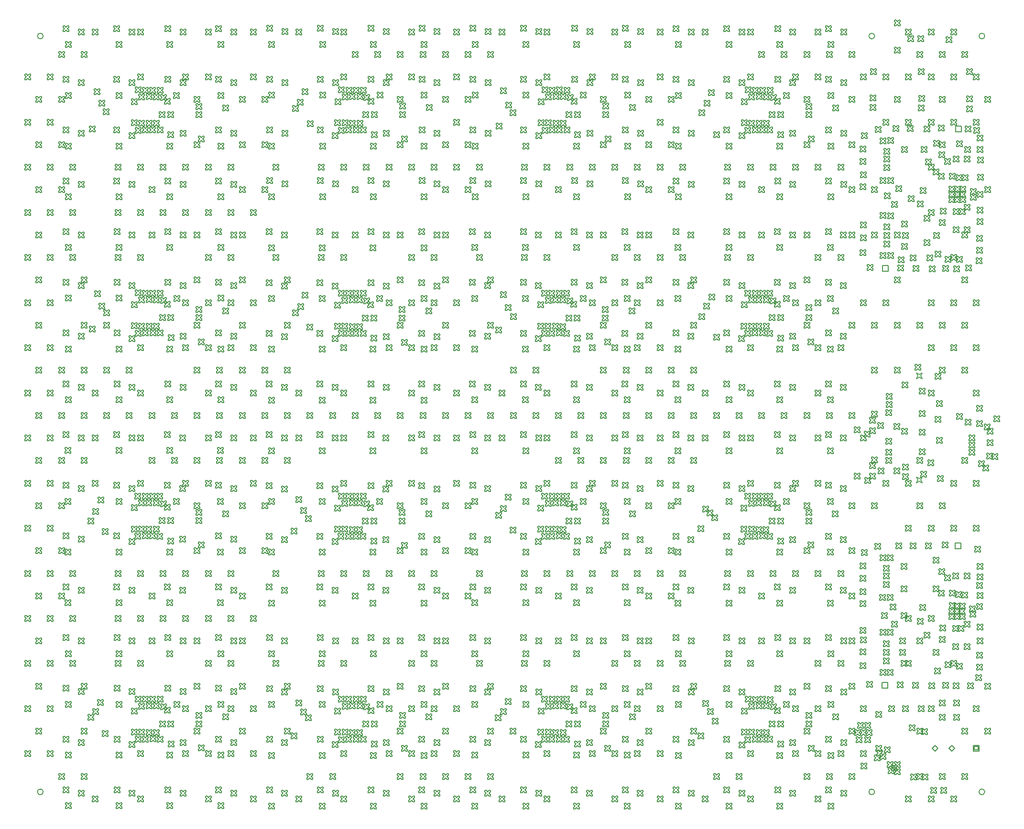
<source format=gbr>
G04*
G04 #@! TF.GenerationSoftware,Altium Limited,Altium Designer,25.0.2 (28)*
G04*
G04 Layer_Color=2752767*
%FSLAX25Y25*%
%MOIN*%
G70*
G04*
G04 #@! TF.SameCoordinates,7C83500D-BFB9-469C-A41D-0C693C3E1856*
G04*
G04*
G04 #@! TF.FilePolarity,Positive*
G04*
G01*
G75*
%ADD14C,0.00500*%
%ADD104C,0.00667*%
D14*
X651112Y370157D02*
X652112Y372157D01*
X651112Y374157D01*
X653112Y373157D01*
X655112Y374157D01*
X654112Y372157D01*
X655112Y370157D01*
X653112Y371157D01*
X651112Y370157D01*
Y297401D02*
X652112Y299401D01*
X651112Y301401D01*
X653112Y300401D01*
X655112Y301401D01*
X654112Y299401D01*
X655112Y297401D01*
X653112Y298401D01*
X651112Y297401D01*
X678614Y542477D02*
Y546477D01*
X682614D01*
Y542477D01*
X678614D01*
X627433Y445233D02*
Y449233D01*
X631433D01*
Y445233D01*
X627433D01*
X673906Y112205D02*
X675906Y114205D01*
X677906Y112205D01*
X675906Y110205D01*
X673906Y112205D01*
X662094D02*
X664094Y114205D01*
X666094Y112205D01*
X664094Y110205D01*
X662094Y112205D01*
X690913Y110205D02*
Y114205D01*
X694913D01*
Y110205D01*
X690913D01*
X691713Y111005D02*
Y113405D01*
X694113D01*
Y111005D01*
X691713D01*
X678315Y251445D02*
Y255445D01*
X682315D01*
Y251445D01*
X678315D01*
X627134Y154201D02*
Y158201D01*
X631134D01*
Y154201D01*
X627134D01*
X622016Y103315D02*
X623016D01*
X624016Y104315D01*
X625016Y103315D01*
X626016D01*
Y104315D01*
X625016Y105315D01*
X626016Y106315D01*
Y107315D01*
X625016D01*
X624016Y106315D01*
X623016Y107315D01*
X622016D01*
Y106315D01*
X623016Y105315D01*
X622016Y104315D01*
Y103315D01*
X623000Y110205D02*
X624000D01*
X625000Y111205D01*
X626000Y110205D01*
X627000D01*
Y111205D01*
X626000Y112205D01*
X627000Y113205D01*
Y114205D01*
X626000D01*
X625000Y113205D01*
X624000Y114205D01*
X623000D01*
Y113205D01*
X624000Y112205D01*
X623000Y111205D01*
Y110205D01*
X623563Y106917D02*
X624563D01*
X625563Y107917D01*
X626563Y106917D01*
X627563D01*
Y107917D01*
X626563Y108917D01*
X627563Y109917D01*
Y110917D01*
X626563D01*
X625563Y109917D01*
X624563Y110917D01*
X623563D01*
Y109917D01*
X624563Y108917D01*
X623563Y107917D01*
Y106917D01*
X625953Y104299D02*
X626953D01*
X627953Y105299D01*
X628953Y104299D01*
X629953D01*
Y105299D01*
X628953Y106299D01*
X629953Y107299D01*
Y108299D01*
X628953D01*
X627953Y107299D01*
X626953Y108299D01*
X625953D01*
Y107299D01*
X626953Y106299D01*
X625953Y105299D01*
Y104299D01*
X628905Y109221D02*
X629906D01*
X630905Y110221D01*
X631906Y109221D01*
X632905D01*
Y110221D01*
X631906Y111221D01*
X632905Y112221D01*
Y113221D01*
X631906D01*
X630905Y112221D01*
X629906Y113221D01*
X628905D01*
Y112221D01*
X629906Y111221D01*
X628905Y110221D01*
Y109221D01*
X640987Y331567D02*
X641987D01*
X642987Y332567D01*
X643987Y331567D01*
X644987D01*
Y332567D01*
X643987Y333567D01*
X644987Y334567D01*
Y335567D01*
X643987D01*
X642987Y334567D01*
X641987Y335567D01*
X640987D01*
Y334567D01*
X641987Y333567D01*
X640987Y332567D01*
Y331567D01*
X84364Y554422D02*
X85364D01*
X86364Y555422D01*
X87364Y554422D01*
X88364D01*
Y555422D01*
X87364Y556422D01*
X88364Y557422D01*
Y558422D01*
X87364D01*
X86364Y557422D01*
X85364Y558422D01*
X84364D01*
Y557422D01*
X85364Y556422D01*
X84364Y555422D01*
Y554422D01*
X78141Y427284D02*
X79141D01*
X80141Y428284D01*
X81141Y427284D01*
X82141D01*
Y428284D01*
X81141Y429284D01*
X82141Y430284D01*
Y431284D01*
X81141D01*
X80141Y430284D01*
X79141Y431284D01*
X78141D01*
Y430284D01*
X79141Y429284D01*
X78141Y428284D01*
Y427284D01*
X690913Y578709D02*
X691913D01*
X692913Y579709D01*
X693913Y578709D01*
X694913D01*
Y579709D01*
X693913Y580709D01*
X694913Y581709D01*
Y582709D01*
X693913D01*
X692913Y581709D01*
X691913Y582709D01*
X690913D01*
Y581709D01*
X691913Y580709D01*
X690913Y579709D01*
Y578709D01*
X698787Y562961D02*
X699787D01*
X700787Y563961D01*
X701787Y562961D01*
X702787D01*
Y563961D01*
X701787Y564961D01*
X702787Y565961D01*
Y566961D01*
X701787D01*
X700787Y565961D01*
X699787Y566961D01*
X698787D01*
Y565961D01*
X699787Y564961D01*
X698787Y563961D01*
Y562961D01*
X690913Y547213D02*
X691913D01*
X692913Y548212D01*
X693913Y547213D01*
X694913D01*
Y548212D01*
X693913Y549213D01*
X694913Y550212D01*
Y551213D01*
X693913D01*
X692913Y550212D01*
X691913Y551213D01*
X690913D01*
Y550212D01*
X691913Y549213D01*
X690913Y548212D01*
Y547213D01*
X698787Y499968D02*
X699787D01*
X700787Y500969D01*
X701787Y499968D01*
X702787D01*
Y500969D01*
X701787Y501968D01*
X702787Y502969D01*
Y503968D01*
X701787D01*
X700787Y502969D01*
X699787Y503968D01*
X698787D01*
Y502969D01*
X699787Y501968D01*
X698787Y500969D01*
Y499968D01*
X690913Y421228D02*
X691913D01*
X692913Y422228D01*
X693913Y421228D01*
X694913D01*
Y422228D01*
X693913Y423228D01*
X694913Y424228D01*
Y425228D01*
X693913D01*
X692913Y424228D01*
X691913Y425228D01*
X690913D01*
Y424228D01*
X691913Y423228D01*
X690913Y422228D01*
Y421228D01*
Y389732D02*
X691913D01*
X692913Y390732D01*
X693913Y389732D01*
X694913D01*
Y390732D01*
X693913Y391732D01*
X694913Y392732D01*
Y393732D01*
X693913D01*
X692913Y392732D01*
X691913Y393732D01*
X690913D01*
Y392732D01*
X691913Y391732D01*
X690913Y390732D01*
Y389732D01*
Y358236D02*
X691913D01*
X692913Y359236D01*
X693913Y358236D01*
X694913D01*
Y359236D01*
X693913Y360236D01*
X694913Y361236D01*
Y362236D01*
X693913D01*
X692913Y361236D01*
X691913Y362236D01*
X690913D01*
Y361236D01*
X691913Y360236D01*
X690913Y359236D01*
Y358236D01*
Y295244D02*
X691913D01*
X692913Y296244D01*
X693913Y295244D01*
X694913D01*
Y296244D01*
X693913Y297244D01*
X694913Y298244D01*
Y299244D01*
X693913D01*
X692913Y298244D01*
X691913Y299244D01*
X690913D01*
Y298244D01*
X691913Y297244D01*
X690913Y296244D01*
Y295244D01*
Y263748D02*
X691913D01*
X692913Y264748D01*
X693913Y263748D01*
X694913D01*
Y264748D01*
X693913Y265748D01*
X694913Y266748D01*
Y267748D01*
X693913D01*
X692913Y266748D01*
X691913Y267748D01*
X690913D01*
Y266748D01*
X691913Y265748D01*
X690913Y264748D01*
Y263748D01*
X698787Y153512D02*
X699787D01*
X700787Y154512D01*
X701787Y153512D01*
X702787D01*
Y154512D01*
X701787Y155512D01*
X702787Y156512D01*
Y157512D01*
X701787D01*
X700787Y156512D01*
X699787Y157512D01*
X698787D01*
Y156512D01*
X699787Y155512D01*
X698787Y154512D01*
Y153512D01*
X690913Y137764D02*
X691913D01*
X692913Y138764D01*
X693913Y137764D01*
X694913D01*
Y138764D01*
X693913Y139764D01*
X694913Y140764D01*
Y141764D01*
X693913D01*
X692913Y140764D01*
X691913Y141764D01*
X690913D01*
Y140764D01*
X691913Y139764D01*
X690913Y138764D01*
Y137764D01*
X698787Y122016D02*
X699787D01*
X700787Y123016D01*
X701787Y122016D01*
X702787D01*
Y123016D01*
X701787Y124016D01*
X702787Y125016D01*
Y126016D01*
X701787D01*
X700787Y125016D01*
X699787Y126016D01*
X698787D01*
Y125016D01*
X699787Y124016D01*
X698787Y123016D01*
Y122016D01*
X675165Y610205D02*
X676165D01*
X677165Y611205D01*
X678165Y610205D01*
X679165D01*
Y611205D01*
X678165Y612205D01*
X679165Y613205D01*
Y614205D01*
X678165D01*
X677165Y613205D01*
X676165Y614205D01*
X675165D01*
Y613205D01*
X676165Y612205D01*
X675165Y611205D01*
Y610205D01*
X683039Y594457D02*
X684039D01*
X685039Y595457D01*
X686039Y594457D01*
X687039D01*
Y595457D01*
X686039Y596457D01*
X687039Y597457D01*
Y598457D01*
X686039D01*
X685039Y597457D01*
X684039Y598457D01*
X683039D01*
Y597457D01*
X684039Y596457D01*
X683039Y595457D01*
Y594457D01*
X675165Y578709D02*
X676165D01*
X677165Y579709D01*
X678165Y578709D01*
X679165D01*
Y579709D01*
X678165Y580709D01*
X679165Y581709D01*
Y582709D01*
X678165D01*
X677165Y581709D01*
X676165Y582709D01*
X675165D01*
Y581709D01*
X676165Y580709D01*
X675165Y579709D01*
Y578709D01*
Y547213D02*
X676165D01*
X677165Y548212D01*
X678165Y547213D01*
X679165D01*
Y548212D01*
X678165Y549213D01*
X679165Y550212D01*
Y551213D01*
X678165D01*
X677165Y550212D01*
X676165Y551213D01*
X675165D01*
Y550212D01*
X676165Y549213D01*
X675165Y548212D01*
Y547213D01*
X683039Y468472D02*
X684039D01*
X685039Y469472D01*
X686039Y468472D01*
X687039D01*
Y469472D01*
X686039Y470472D01*
X687039Y471472D01*
Y472472D01*
X686039D01*
X685039Y471472D01*
X684039Y472472D01*
X683039D01*
Y471472D01*
X684039Y470472D01*
X683039Y469472D01*
Y468472D01*
X675165Y452724D02*
X676165D01*
X677165Y453724D01*
X678165Y452724D01*
X679165D01*
Y453724D01*
X678165Y454724D01*
X679165Y455724D01*
Y456724D01*
X678165D01*
X677165Y455724D01*
X676165Y456724D01*
X675165D01*
Y455724D01*
X676165Y454724D01*
X675165Y453724D01*
Y452724D01*
X683039Y436976D02*
X684039D01*
X685039Y437976D01*
X686039Y436976D01*
X687039D01*
Y437976D01*
X686039Y438976D01*
X687039Y439976D01*
Y440976D01*
X686039D01*
X685039Y439976D01*
X684039Y440976D01*
X683039D01*
Y439976D01*
X684039Y438976D01*
X683039Y437976D01*
Y436976D01*
X675165Y421228D02*
X676165D01*
X677165Y422228D01*
X678165Y421228D01*
X679165D01*
Y422228D01*
X678165Y423228D01*
X679165Y424228D01*
Y425228D01*
X678165D01*
X677165Y424228D01*
X676165Y425228D01*
X675165D01*
Y424228D01*
X676165Y423228D01*
X675165Y422228D01*
Y421228D01*
X683039Y405480D02*
X684039D01*
X685039Y406480D01*
X686039Y405480D01*
X687039D01*
Y406480D01*
X686039Y407480D01*
X687039Y408480D01*
Y409480D01*
X686039D01*
X685039Y408480D01*
X684039Y409480D01*
X683039D01*
Y408480D01*
X684039Y407480D01*
X683039Y406480D01*
Y405480D01*
X675165Y389732D02*
X676165D01*
X677165Y390732D01*
X678165Y389732D01*
X679165D01*
Y390732D01*
X678165Y391732D01*
X679165Y392732D01*
Y393732D01*
X678165D01*
X677165Y392732D01*
X676165Y393732D01*
X675165D01*
Y392732D01*
X676165Y391732D01*
X675165Y390732D01*
Y389732D01*
X683039Y373984D02*
X684039D01*
X685039Y374984D01*
X686039Y373984D01*
X687039D01*
Y374984D01*
X686039Y375984D01*
X687039Y376984D01*
Y377984D01*
X686039D01*
X685039Y376984D01*
X684039Y377984D01*
X683039D01*
Y376984D01*
X684039Y375984D01*
X683039Y374984D01*
Y373984D01*
Y310992D02*
X684039D01*
X685039Y311992D01*
X686039Y310992D01*
X687039D01*
Y311992D01*
X686039Y312992D01*
X687039Y313992D01*
Y314992D01*
X686039D01*
X685039Y313992D01*
X684039Y314992D01*
X683039D01*
Y313992D01*
X684039Y312992D01*
X683039Y311992D01*
Y310992D01*
X675165Y295244D02*
X676165D01*
X677165Y296244D01*
X678165Y295244D01*
X679165D01*
Y296244D01*
X678165Y297244D01*
X679165Y298244D01*
Y299244D01*
X678165D01*
X677165Y298244D01*
X676165Y299244D01*
X675165D01*
Y298244D01*
X676165Y297244D01*
X675165Y296244D01*
Y295244D01*
Y263748D02*
X676165D01*
X677165Y264748D01*
X678165Y263748D01*
X679165D01*
Y264748D01*
X678165Y265748D01*
X679165Y266748D01*
Y267748D01*
X678165D01*
X677165Y266748D01*
X676165Y267748D01*
X675165D01*
Y266748D01*
X676165Y265748D01*
X675165Y264748D01*
Y263748D01*
Y169260D02*
X676165D01*
X677165Y170260D01*
X678165Y169260D01*
X679165D01*
Y170260D01*
X678165Y171260D01*
X679165Y172260D01*
Y173260D01*
X678165D01*
X677165Y172260D01*
X676165Y173260D01*
X675165D01*
Y172260D01*
X676165Y171260D01*
X675165Y170260D01*
Y169260D01*
X683039Y122016D02*
X684039D01*
X685039Y123016D01*
X686039Y122016D01*
X687039D01*
Y123016D01*
X686039Y124016D01*
X687039Y125016D01*
Y126016D01*
X686039D01*
X685039Y125016D01*
X684039Y126016D01*
X683039D01*
Y125016D01*
X684039Y124016D01*
X683039Y123016D01*
Y122016D01*
Y90520D02*
X684039D01*
X685039Y91520D01*
X686039Y90520D01*
X687039D01*
Y91520D01*
X686039Y92520D01*
X687039Y93520D01*
Y94520D01*
X686039D01*
X685039Y93520D01*
X684039Y94520D01*
X683039D01*
Y93520D01*
X684039Y92520D01*
X683039Y91520D01*
Y90520D01*
X675165Y74772D02*
X676165D01*
X677165Y75772D01*
X678165Y74772D01*
X679165D01*
Y75772D01*
X678165Y76772D01*
X679165Y77772D01*
Y78772D01*
X678165D01*
X677165Y77772D01*
X676165Y78772D01*
X675165D01*
Y77772D01*
X676165Y76772D01*
X675165Y75772D01*
Y74772D01*
X659417Y610205D02*
X660417D01*
X661417Y611205D01*
X662417Y610205D01*
X663417D01*
Y611205D01*
X662417Y612205D01*
X663417Y613205D01*
Y614205D01*
X662417D01*
X661417Y613205D01*
X660417Y614205D01*
X659417D01*
Y613205D01*
X660417Y612205D01*
X659417Y611205D01*
Y610205D01*
X667291Y594457D02*
X668291D01*
X669291Y595457D01*
X670291Y594457D01*
X671291D01*
Y595457D01*
X670291Y596457D01*
X671291Y597457D01*
Y598457D01*
X670291D01*
X669291Y597457D01*
X668291Y598457D01*
X667291D01*
Y597457D01*
X668291Y596457D01*
X667291Y595457D01*
Y594457D01*
X659417Y578709D02*
X660417D01*
X661417Y579709D01*
X662417Y578709D01*
X663417D01*
Y579709D01*
X662417Y580709D01*
X663417Y581709D01*
Y582709D01*
X662417D01*
X661417Y581709D01*
X660417Y582709D01*
X659417D01*
Y581709D01*
X660417Y580709D01*
X659417Y579709D01*
Y578709D01*
X667291Y562961D02*
X668291D01*
X669291Y563961D01*
X670291Y562961D01*
X671291D01*
Y563961D01*
X670291Y564961D01*
X671291Y565961D01*
Y566961D01*
X670291D01*
X669291Y565961D01*
X668291Y566961D01*
X667291D01*
Y565961D01*
X668291Y564961D01*
X667291Y563961D01*
Y562961D01*
X659417Y547213D02*
X660417D01*
X661417Y548212D01*
X662417Y547213D01*
X663417D01*
Y548212D01*
X662417Y549213D01*
X663417Y550212D01*
Y551213D01*
X662417D01*
X661417Y550212D01*
X660417Y551213D01*
X659417D01*
Y550212D01*
X660417Y549213D01*
X659417Y548212D01*
Y547213D01*
X667291Y531464D02*
X668291D01*
X669291Y532465D01*
X670291Y531464D01*
X671291D01*
Y532465D01*
X670291Y533464D01*
X671291Y534465D01*
Y535464D01*
X670291D01*
X669291Y534465D01*
X668291Y535464D01*
X667291D01*
Y534465D01*
X668291Y533464D01*
X667291Y532465D01*
Y531464D01*
X659417Y515717D02*
X660417D01*
X661417Y516716D01*
X662417Y515717D01*
X663417D01*
Y516716D01*
X662417Y517717D01*
X663417Y518716D01*
Y519717D01*
X662417D01*
X661417Y518716D01*
X660417Y519717D01*
X659417D01*
Y518716D01*
X660417Y517717D01*
X659417Y516716D01*
Y515717D01*
Y484220D02*
X660417D01*
X661417Y485220D01*
X662417Y484220D01*
X663417D01*
Y485220D01*
X662417Y486220D01*
X663417Y487220D01*
Y488220D01*
X662417D01*
X661417Y487220D01*
X660417Y488220D01*
X659417D01*
Y487220D01*
X660417Y486220D01*
X659417Y485220D01*
Y484220D01*
Y421228D02*
X660417D01*
X661417Y422228D01*
X662417Y421228D01*
X663417D01*
Y422228D01*
X662417Y423228D01*
X663417Y424228D01*
Y425228D01*
X662417D01*
X661417Y424228D01*
X660417Y425228D01*
X659417D01*
Y424228D01*
X660417Y423228D01*
X659417Y422228D01*
Y421228D01*
X667291Y405480D02*
X668291D01*
X669291Y406480D01*
X670291Y405480D01*
X671291D01*
Y406480D01*
X670291Y407480D01*
X671291Y408480D01*
Y409480D01*
X670291D01*
X669291Y408480D01*
X668291Y409480D01*
X667291D01*
Y408480D01*
X668291Y407480D01*
X667291Y406480D01*
Y405480D01*
X659417Y389732D02*
X660417D01*
X661417Y390732D01*
X662417Y389732D01*
X663417D01*
Y390732D01*
X662417Y391732D01*
X663417Y392732D01*
Y393732D01*
X662417D01*
X661417Y392732D01*
X660417Y393732D01*
X659417D01*
Y392732D01*
X660417Y391732D01*
X659417Y390732D01*
Y389732D01*
X667291Y373984D02*
X668291D01*
X669291Y374984D01*
X670291Y373984D01*
X671291D01*
Y374984D01*
X670291Y375984D01*
X671291Y376984D01*
Y377984D01*
X670291D01*
X669291Y376984D01*
X668291Y377984D01*
X667291D01*
Y376984D01*
X668291Y375984D01*
X667291Y374984D01*
Y373984D01*
X659417Y358236D02*
X660417D01*
X661417Y359236D01*
X662417Y358236D01*
X663417D01*
Y359236D01*
X662417Y360236D01*
X663417Y361236D01*
Y362236D01*
X662417D01*
X661417Y361236D01*
X660417Y362236D01*
X659417D01*
Y361236D01*
X660417Y360236D01*
X659417Y359236D01*
Y358236D01*
X667291Y279496D02*
X668291D01*
X669291Y280496D01*
X670291Y279496D01*
X671291D01*
Y280496D01*
X670291Y281496D01*
X671291Y282496D01*
Y283496D01*
X670291D01*
X669291Y282496D01*
X668291Y283496D01*
X667291D01*
Y282496D01*
X668291Y281496D01*
X667291Y280496D01*
Y279496D01*
X659417Y263748D02*
X660417D01*
X661417Y264748D01*
X662417Y263748D01*
X663417D01*
Y264748D01*
X662417Y265748D01*
X663417Y266748D01*
Y267748D01*
X662417D01*
X661417Y266748D01*
X660417Y267748D01*
X659417D01*
Y266748D01*
X660417Y265748D01*
X659417Y264748D01*
Y263748D01*
Y200756D02*
X660417D01*
X661417Y201756D01*
X662417Y200756D01*
X663417D01*
Y201756D01*
X662417Y202756D01*
X663417Y203756D01*
Y204756D01*
X662417D01*
X661417Y203756D01*
X660417Y204756D01*
X659417D01*
Y203756D01*
X660417Y202756D01*
X659417Y201756D01*
Y200756D01*
Y137764D02*
X660417D01*
X661417Y138764D01*
X662417Y137764D01*
X663417D01*
Y138764D01*
X662417Y139764D01*
X663417Y140764D01*
Y141764D01*
X662417D01*
X661417Y140764D01*
X660417Y141764D01*
X659417D01*
Y140764D01*
X660417Y139764D01*
X659417Y138764D01*
Y137764D01*
X667291Y90520D02*
X668291D01*
X669291Y91520D01*
X670291Y90520D01*
X671291D01*
Y91520D01*
X670291Y92520D01*
X671291Y93520D01*
Y94520D01*
X670291D01*
X669291Y93520D01*
X668291Y94520D01*
X667291D01*
Y93520D01*
X668291Y92520D01*
X667291Y91520D01*
Y90520D01*
X659417Y74772D02*
X660417D01*
X661417Y75772D01*
X662417Y74772D01*
X663417D01*
Y75772D01*
X662417Y76772D01*
X663417Y77772D01*
Y78772D01*
X662417D01*
X661417Y77772D01*
X660417Y78772D01*
X659417D01*
Y77772D01*
X660417Y76772D01*
X659417Y75772D01*
Y74772D01*
X643669Y610205D02*
X644669D01*
X645669Y611205D01*
X646669Y610205D01*
X647669D01*
Y611205D01*
X646669Y612205D01*
X647669Y613205D01*
Y614205D01*
X646669D01*
X645669Y613205D01*
X644669Y614205D01*
X643669D01*
Y613205D01*
X644669Y612205D01*
X643669Y611205D01*
Y610205D01*
X651543Y594457D02*
X652543D01*
X653543Y595457D01*
X654543Y594457D01*
X655543D01*
Y595457D01*
X654543Y596457D01*
X655543Y597457D01*
Y598457D01*
X654543D01*
X653543Y597457D01*
X652543Y598457D01*
X651543D01*
Y597457D01*
X652543Y596457D01*
X651543Y595457D01*
Y594457D01*
X643669Y578709D02*
X644669D01*
X645669Y579709D01*
X646669Y578709D01*
X647669D01*
Y579709D01*
X646669Y580709D01*
X647669Y581709D01*
Y582709D01*
X646669D01*
X645669Y581709D01*
X644669Y582709D01*
X643669D01*
Y581709D01*
X644669Y580709D01*
X643669Y579709D01*
Y578709D01*
Y547213D02*
X644669D01*
X645669Y548212D01*
X646669Y547213D01*
X647669D01*
Y548212D01*
X646669Y549213D01*
X647669Y550212D01*
Y551213D01*
X646669D01*
X645669Y550212D01*
X644669Y551213D01*
X643669D01*
Y550212D01*
X644669Y549213D01*
X643669Y548212D01*
Y547213D01*
X651543Y405480D02*
X652543D01*
X653543Y406480D01*
X654543Y405480D01*
X655543D01*
Y406480D01*
X654543Y407480D01*
X655543Y408480D01*
Y409480D01*
X654543D01*
X653543Y408480D01*
X652543Y409480D01*
X651543D01*
Y408480D01*
X652543Y407480D01*
X651543Y406480D01*
Y405480D01*
Y310992D02*
X652543D01*
X653543Y311992D01*
X654543Y310992D01*
X655543D01*
Y311992D01*
X654543Y312992D01*
X655543Y313992D01*
Y314992D01*
X654543D01*
X653543Y313992D01*
X652543Y314992D01*
X651543D01*
Y313992D01*
X652543Y312992D01*
X651543Y311992D01*
Y310992D01*
X643669Y295244D02*
X644669D01*
X645669Y296244D01*
X646669Y295244D01*
X647669D01*
Y296244D01*
X646669Y297244D01*
X647669Y298244D01*
Y299244D01*
X646669D01*
X645669Y298244D01*
X644669Y299244D01*
X643669D01*
Y298244D01*
X644669Y297244D01*
X643669Y296244D01*
Y295244D01*
X651543Y279496D02*
X652543D01*
X653543Y280496D01*
X654543Y279496D01*
X655543D01*
Y280496D01*
X654543Y281496D01*
X655543Y282496D01*
Y283496D01*
X654543D01*
X653543Y282496D01*
X652543Y283496D01*
X651543D01*
Y282496D01*
X652543Y281496D01*
X651543Y280496D01*
Y279496D01*
X643669Y263748D02*
X644669D01*
X645669Y264748D01*
X646669Y263748D01*
X647669D01*
Y264748D01*
X646669Y265748D01*
X647669Y266748D01*
Y267748D01*
X646669D01*
X645669Y266748D01*
X644669Y267748D01*
X643669D01*
Y266748D01*
X644669Y265748D01*
X643669Y264748D01*
Y263748D01*
Y200756D02*
X644669D01*
X645669Y201756D01*
X646669Y200756D01*
X647669D01*
Y201756D01*
X646669Y202756D01*
X647669Y203756D01*
Y204756D01*
X646669D01*
X645669Y203756D01*
X644669Y204756D01*
X643669D01*
Y203756D01*
X644669Y202756D01*
X643669Y201756D01*
Y200756D01*
X651543Y185008D02*
X652543D01*
X653543Y186008D01*
X654543Y185008D01*
X655543D01*
Y186008D01*
X654543Y187008D01*
X655543Y188008D01*
Y189008D01*
X654543D01*
X653543Y188008D01*
X652543Y189008D01*
X651543D01*
Y188008D01*
X652543Y187008D01*
X651543Y186008D01*
Y185008D01*
X643669Y169260D02*
X644669D01*
X645669Y170260D01*
X646669Y169260D01*
X647669D01*
Y170260D01*
X646669Y171260D01*
X647669Y172260D01*
Y173260D01*
X646669D01*
X645669Y172260D01*
X644669Y173260D01*
X643669D01*
Y172260D01*
X644669Y171260D01*
X643669Y170260D01*
Y169260D01*
X651543Y122016D02*
X652543D01*
X653543Y123016D01*
X654543Y122016D01*
X655543D01*
Y123016D01*
X654543Y124016D01*
X655543Y125016D01*
Y126016D01*
X654543D01*
X653543Y125016D01*
X652543Y126016D01*
X651543D01*
Y125016D01*
X652543Y124016D01*
X651543Y123016D01*
Y122016D01*
Y90520D02*
X652543D01*
X653543Y91520D01*
X654543Y90520D01*
X655543D01*
Y91520D01*
X654543Y92520D01*
X655543Y93520D01*
Y94520D01*
X654543D01*
X653543Y93520D01*
X652543Y94520D01*
X651543D01*
Y93520D01*
X652543Y92520D01*
X651543Y91520D01*
Y90520D01*
X643669Y74772D02*
X644669D01*
X645669Y75772D01*
X646669Y74772D01*
X647669D01*
Y75772D01*
X646669Y76772D01*
X647669Y77772D01*
Y78772D01*
X646669D01*
X645669Y77772D01*
X644669Y78772D01*
X643669D01*
Y77772D01*
X644669Y76772D01*
X643669Y75772D01*
Y74772D01*
X627921Y578709D02*
X628921D01*
X629921Y579709D01*
X630921Y578709D01*
X631921D01*
Y579709D01*
X630921Y580709D01*
X631921Y581709D01*
Y582709D01*
X630921D01*
X629921Y581709D01*
X628921Y582709D01*
X627921D01*
Y581709D01*
X628921Y580709D01*
X627921Y579709D01*
Y578709D01*
X635795Y562961D02*
X636795D01*
X637795Y563961D01*
X638795Y562961D01*
X639795D01*
Y563961D01*
X638795Y564961D01*
X639795Y565961D01*
Y566961D01*
X638795D01*
X637795Y565961D01*
X636795Y566961D01*
X635795D01*
Y565961D01*
X636795Y564961D01*
X635795Y563961D01*
Y562961D01*
X627921Y547213D02*
X628921D01*
X629921Y548212D01*
X630921Y547213D01*
X631921D01*
Y548212D01*
X630921Y549213D01*
X631921Y550212D01*
Y551213D01*
X630921D01*
X629921Y550212D01*
X628921Y551213D01*
X627921D01*
Y550212D01*
X628921Y549213D01*
X627921Y548212D01*
Y547213D01*
X635795Y468472D02*
X636795D01*
X637795Y469472D01*
X638795Y468472D01*
X639795D01*
Y469472D01*
X638795Y470472D01*
X639795Y471472D01*
Y472472D01*
X638795D01*
X637795Y471472D01*
X636795Y472472D01*
X635795D01*
Y471472D01*
X636795Y470472D01*
X635795Y469472D01*
Y468472D01*
Y436976D02*
X636795D01*
X637795Y437976D01*
X638795Y436976D01*
X639795D01*
Y437976D01*
X638795Y438976D01*
X639795Y439976D01*
Y440976D01*
X638795D01*
X637795Y439976D01*
X636795Y440976D01*
X635795D01*
Y439976D01*
X636795Y438976D01*
X635795Y437976D01*
Y436976D01*
X627921Y421228D02*
X628921D01*
X629921Y422228D01*
X630921Y421228D01*
X631921D01*
Y422228D01*
X630921Y423228D01*
X631921Y424228D01*
Y425228D01*
X630921D01*
X629921Y424228D01*
X628921Y425228D01*
X627921D01*
Y424228D01*
X628921Y423228D01*
X627921Y422228D01*
Y421228D01*
X635795Y405480D02*
X636795D01*
X637795Y406480D01*
X638795Y405480D01*
X639795D01*
Y406480D01*
X638795Y407480D01*
X639795Y408480D01*
Y409480D01*
X638795D01*
X637795Y408480D01*
X636795Y409480D01*
X635795D01*
Y408480D01*
X636795Y407480D01*
X635795Y406480D01*
Y405480D01*
Y373984D02*
X636795D01*
X637795Y374984D01*
X638795Y373984D01*
X639795D01*
Y374984D01*
X638795Y375984D01*
X639795Y376984D01*
Y377984D01*
X638795D01*
X637795Y376984D01*
X636795Y377984D01*
X635795D01*
Y376984D01*
X636795Y375984D01*
X635795Y374984D01*
Y373984D01*
X627921Y295244D02*
X628921D01*
X629921Y296244D01*
X630921Y295244D01*
X631921D01*
Y296244D01*
X630921Y297244D01*
X631921Y298244D01*
Y299244D01*
X630921D01*
X629921Y298244D01*
X628921Y299244D01*
X627921D01*
Y298244D01*
X628921Y297244D01*
X627921Y296244D01*
Y295244D01*
X612173Y578709D02*
X613173D01*
X614173Y579709D01*
X615173Y578709D01*
X616173D01*
Y579709D01*
X615173Y580709D01*
X616173Y581709D01*
Y582709D01*
X615173D01*
X614173Y581709D01*
X613173Y582709D01*
X612173D01*
Y581709D01*
X613173Y580709D01*
X612173Y579709D01*
Y578709D01*
X620047Y499968D02*
X621047D01*
X622047Y500969D01*
X623047Y499968D01*
X624047D01*
Y500969D01*
X623047Y501968D01*
X624047Y502969D01*
Y503968D01*
X623047D01*
X622047Y502969D01*
X621047Y503968D01*
X620047D01*
Y502969D01*
X621047Y501968D01*
X620047Y500969D01*
Y499968D01*
Y468472D02*
X621047D01*
X622047Y469472D01*
X623047Y468472D01*
X624047D01*
Y469472D01*
X623047Y470472D01*
X624047Y471472D01*
Y472472D01*
X623047D01*
X622047Y471472D01*
X621047Y472472D01*
X620047D01*
Y471472D01*
X621047Y470472D01*
X620047Y469472D01*
Y468472D01*
X612173Y421228D02*
X613173D01*
X614173Y422228D01*
X615173Y421228D01*
X616173D01*
Y422228D01*
X615173Y423228D01*
X616173Y424228D01*
Y425228D01*
X615173D01*
X614173Y424228D01*
X613173Y425228D01*
X612173D01*
Y424228D01*
X613173Y423228D01*
X612173Y422228D01*
Y421228D01*
X620047Y405480D02*
X621047D01*
X622047Y406480D01*
X623047Y405480D01*
X624047D01*
Y406480D01*
X623047Y407480D01*
X624047Y408480D01*
Y409480D01*
X623047D01*
X622047Y408480D01*
X621047Y409480D01*
X620047D01*
Y408480D01*
X621047Y407480D01*
X620047Y406480D01*
Y405480D01*
Y373984D02*
X621047D01*
X622047Y374984D01*
X623047Y373984D01*
X624047D01*
Y374984D01*
X623047Y375984D01*
X624047Y376984D01*
Y377984D01*
X623047D01*
X622047Y376984D01*
X621047Y377984D01*
X620047D01*
Y376984D01*
X621047Y375984D01*
X620047Y374984D01*
Y373984D01*
X612173Y326740D02*
X613173D01*
X614173Y327740D01*
X615173Y326740D01*
X616173D01*
Y327740D01*
X615173Y328740D01*
X616173Y329740D01*
Y330740D01*
X615173D01*
X614173Y329740D01*
X613173Y330740D01*
X612173D01*
Y329740D01*
X613173Y328740D01*
X612173Y327740D01*
Y326740D01*
X620047Y279496D02*
X621047D01*
X622047Y280496D01*
X623047Y279496D01*
X624047D01*
Y280496D01*
X623047Y281496D01*
X624047Y282496D01*
Y283496D01*
X623047D01*
X622047Y282496D01*
X621047Y283496D01*
X620047D01*
Y282496D01*
X621047Y281496D01*
X620047Y280496D01*
Y279496D01*
X612173Y137764D02*
X613173D01*
X614173Y138764D01*
X615173Y137764D01*
X616173D01*
Y138764D01*
X615173Y139764D01*
X616173Y140764D01*
Y141764D01*
X615173D01*
X614173Y140764D01*
X613173Y141764D01*
X612173D01*
Y140764D01*
X613173Y139764D01*
X612173Y138764D01*
Y137764D01*
Y106268D02*
X613173D01*
X614173Y107268D01*
X615173Y106268D01*
X616173D01*
Y107268D01*
X615173Y108268D01*
X616173Y109268D01*
Y110268D01*
X615173D01*
X614173Y109268D01*
X613173Y110268D01*
X612173D01*
Y109268D01*
X613173Y108268D01*
X612173Y107268D01*
Y106268D01*
X604299Y594457D02*
X605299D01*
X606299Y595457D01*
X607299Y594457D01*
X608299D01*
Y595457D01*
X607299Y596457D01*
X608299Y597457D01*
Y598457D01*
X607299D01*
X606299Y597457D01*
X605299Y598457D01*
X604299D01*
Y597457D01*
X605299Y596457D01*
X604299Y595457D01*
Y594457D01*
Y562961D02*
X605299D01*
X606299Y563961D01*
X607299Y562961D01*
X608299D01*
Y563961D01*
X607299Y564961D01*
X608299Y565961D01*
Y566961D01*
X607299D01*
X606299Y565961D01*
X605299Y566961D01*
X604299D01*
Y565961D01*
X605299Y564961D01*
X604299Y563961D01*
Y562961D01*
Y531464D02*
X605299D01*
X606299Y532465D01*
X607299Y531464D01*
X608299D01*
Y532465D01*
X607299Y533464D01*
X608299Y534465D01*
Y535464D01*
X607299D01*
X606299Y534465D01*
X605299Y535464D01*
X604299D01*
Y534465D01*
X605299Y533464D01*
X604299Y532465D01*
Y531464D01*
X596425Y515717D02*
X597425D01*
X598425Y516716D01*
X599425Y515717D01*
X600425D01*
Y516716D01*
X599425Y517717D01*
X600425Y518716D01*
Y519717D01*
X599425D01*
X598425Y518716D01*
X597425Y519717D01*
X596425D01*
Y518716D01*
X597425Y517717D01*
X596425Y516716D01*
Y515717D01*
X604299Y499968D02*
X605299D01*
X606299Y500969D01*
X607299Y499968D01*
X608299D01*
Y500969D01*
X607299Y501968D01*
X608299Y502969D01*
Y503968D01*
X607299D01*
X606299Y502969D01*
X605299Y503968D01*
X604299D01*
Y502969D01*
X605299Y501968D01*
X604299Y500969D01*
Y499968D01*
Y468472D02*
X605299D01*
X606299Y469472D01*
X607299Y468472D01*
X608299D01*
Y469472D01*
X607299Y470472D01*
X608299Y471472D01*
Y472472D01*
X607299D01*
X606299Y471472D01*
X605299Y472472D01*
X604299D01*
Y471472D01*
X605299Y470472D01*
X604299Y469472D01*
Y468472D01*
X596425Y452724D02*
X597425D01*
X598425Y453724D01*
X599425Y452724D01*
X600425D01*
Y453724D01*
X599425Y454724D01*
X600425Y455724D01*
Y456724D01*
X599425D01*
X598425Y455724D01*
X597425Y456724D01*
X596425D01*
Y455724D01*
X597425Y454724D01*
X596425Y453724D01*
Y452724D01*
X604299Y405480D02*
X605299D01*
X606299Y406480D01*
X607299Y405480D01*
X608299D01*
Y406480D01*
X607299Y407480D01*
X608299Y408480D01*
Y409480D01*
X607299D01*
X606299Y408480D01*
X605299Y409480D01*
X604299D01*
Y408480D01*
X605299Y407480D01*
X604299Y406480D01*
Y405480D01*
X596425Y389732D02*
X597425D01*
X598425Y390732D01*
X599425Y389732D01*
X600425D01*
Y390732D01*
X599425Y391732D01*
X600425Y392732D01*
Y393732D01*
X599425D01*
X598425Y392732D01*
X597425Y393732D01*
X596425D01*
Y392732D01*
X597425Y391732D01*
X596425Y390732D01*
Y389732D01*
X604299Y342488D02*
X605299D01*
X606299Y343488D01*
X607299Y342488D01*
X608299D01*
Y343488D01*
X607299Y344488D01*
X608299Y345488D01*
Y346488D01*
X607299D01*
X606299Y345488D01*
X605299Y346488D01*
X604299D01*
Y345488D01*
X605299Y344488D01*
X604299Y343488D01*
Y342488D01*
Y279496D02*
X605299D01*
X606299Y280496D01*
X607299Y279496D01*
X608299D01*
Y280496D01*
X607299Y281496D01*
X608299Y282496D01*
Y283496D01*
X607299D01*
X606299Y282496D01*
X605299Y283496D01*
X604299D01*
Y282496D01*
X605299Y281496D01*
X604299Y280496D01*
Y279496D01*
Y248000D02*
X605299D01*
X606299Y249000D01*
X607299Y248000D01*
X608299D01*
Y249000D01*
X607299Y250000D01*
X608299Y251000D01*
Y252000D01*
X607299D01*
X606299Y251000D01*
X605299Y252000D01*
X604299D01*
Y251000D01*
X605299Y250000D01*
X604299Y249000D01*
Y248000D01*
X596425Y232252D02*
X597425D01*
X598425Y233252D01*
X599425Y232252D01*
X600425D01*
Y233252D01*
X599425Y234252D01*
X600425Y235252D01*
Y236252D01*
X599425D01*
X598425Y235252D01*
X597425Y236252D01*
X596425D01*
Y235252D01*
X597425Y234252D01*
X596425Y233252D01*
Y232252D01*
X604299Y216504D02*
X605299D01*
X606299Y217504D01*
X607299Y216504D01*
X608299D01*
Y217504D01*
X607299Y218504D01*
X608299Y219504D01*
Y220504D01*
X607299D01*
X606299Y219504D01*
X605299Y220504D01*
X604299D01*
Y219504D01*
X605299Y218504D01*
X604299Y217504D01*
Y216504D01*
Y185008D02*
X605299D01*
X606299Y186008D01*
X607299Y185008D01*
X608299D01*
Y186008D01*
X607299Y187008D01*
X608299Y188008D01*
Y189008D01*
X607299D01*
X606299Y188008D01*
X605299Y189008D01*
X604299D01*
Y188008D01*
X605299Y187008D01*
X604299Y186008D01*
Y185008D01*
X596425Y169260D02*
X597425D01*
X598425Y170260D01*
X599425Y169260D01*
X600425D01*
Y170260D01*
X599425Y171260D01*
X600425Y172260D01*
Y173260D01*
X599425D01*
X598425Y172260D01*
X597425Y173260D01*
X596425D01*
Y172260D01*
X597425Y171260D01*
X596425Y170260D01*
Y169260D01*
X604299Y153512D02*
X605299D01*
X606299Y154512D01*
X607299Y153512D01*
X608299D01*
Y154512D01*
X607299Y155512D01*
X608299Y156512D01*
Y157512D01*
X607299D01*
X606299Y156512D01*
X605299Y157512D01*
X604299D01*
Y156512D01*
X605299Y155512D01*
X604299Y154512D01*
Y153512D01*
Y122016D02*
X605299D01*
X606299Y123016D01*
X607299Y122016D01*
X608299D01*
Y123016D01*
X607299Y124016D01*
X608299Y125016D01*
Y126016D01*
X607299D01*
X606299Y125016D01*
X605299Y126016D01*
X604299D01*
Y125016D01*
X605299Y124016D01*
X604299Y123016D01*
Y122016D01*
X596425Y106268D02*
X597425D01*
X598425Y107268D01*
X599425Y106268D01*
X600425D01*
Y107268D01*
X599425Y108268D01*
X600425Y109268D01*
Y110268D01*
X599425D01*
X598425Y109268D01*
X597425Y110268D01*
X596425D01*
Y109268D01*
X597425Y108268D01*
X596425Y107268D01*
Y106268D01*
X604299Y90520D02*
X605299D01*
X606299Y91520D01*
X607299Y90520D01*
X608299D01*
Y91520D01*
X607299Y92520D01*
X608299Y93520D01*
Y94520D01*
X607299D01*
X606299Y93520D01*
X605299Y94520D01*
X604299D01*
Y93520D01*
X605299Y92520D01*
X604299Y91520D01*
Y90520D01*
X580677Y610205D02*
X581677D01*
X582677Y611205D01*
X583677Y610205D01*
X584677D01*
Y611205D01*
X583677Y612205D01*
X584677Y613205D01*
Y614205D01*
X583677D01*
X582677Y613205D01*
X581677Y614205D01*
X580677D01*
Y613205D01*
X581677Y612205D01*
X580677Y611205D01*
Y610205D01*
X588551Y594457D02*
X589551D01*
X590551Y595457D01*
X591551Y594457D01*
X592551D01*
Y595457D01*
X591551Y596457D01*
X592551Y597457D01*
Y598457D01*
X591551D01*
X590551Y597457D01*
X589551Y598457D01*
X588551D01*
Y597457D01*
X589551Y596457D01*
X588551Y595457D01*
Y594457D01*
X580677Y578709D02*
X581677D01*
X582677Y579709D01*
X583677Y578709D01*
X584677D01*
Y579709D01*
X583677Y580709D01*
X584677Y581709D01*
Y582709D01*
X583677D01*
X582677Y581709D01*
X581677Y582709D01*
X580677D01*
Y581709D01*
X581677Y580709D01*
X580677Y579709D01*
Y578709D01*
Y515717D02*
X581677D01*
X582677Y516716D01*
X583677Y515717D01*
X584677D01*
Y516716D01*
X583677Y517717D01*
X584677Y518716D01*
Y519717D01*
X583677D01*
X582677Y518716D01*
X581677Y519717D01*
X580677D01*
Y518716D01*
X581677Y517717D01*
X580677Y516716D01*
Y515717D01*
Y452724D02*
X581677D01*
X582677Y453724D01*
X583677Y452724D01*
X584677D01*
Y453724D01*
X583677Y454724D01*
X584677Y455724D01*
Y456724D01*
X583677D01*
X582677Y455724D01*
X581677Y456724D01*
X580677D01*
Y455724D01*
X581677Y454724D01*
X580677Y453724D01*
Y452724D01*
Y421228D02*
X581677D01*
X582677Y422228D01*
X583677Y421228D01*
X584677D01*
Y422228D01*
X583677Y423228D01*
X584677Y424228D01*
Y425228D01*
X583677D01*
X582677Y424228D01*
X581677Y425228D01*
X580677D01*
Y424228D01*
X581677Y423228D01*
X580677Y422228D01*
Y421228D01*
Y389732D02*
X581677D01*
X582677Y390732D01*
X583677Y389732D01*
X584677D01*
Y390732D01*
X583677Y391732D01*
X584677Y392732D01*
Y393732D01*
X583677D01*
X582677Y392732D01*
X581677Y393732D01*
X580677D01*
Y392732D01*
X581677Y391732D01*
X580677Y390732D01*
Y389732D01*
Y358236D02*
X581677D01*
X582677Y359236D01*
X583677Y358236D01*
X584677D01*
Y359236D01*
X583677Y360236D01*
X584677Y361236D01*
Y362236D01*
X583677D01*
X582677Y361236D01*
X581677Y362236D01*
X580677D01*
Y361236D01*
X581677Y360236D01*
X580677Y359236D01*
Y358236D01*
X588551Y342488D02*
X589551D01*
X590551Y343488D01*
X591551Y342488D01*
X592551D01*
Y343488D01*
X591551Y344488D01*
X592551Y345488D01*
Y346488D01*
X591551D01*
X590551Y345488D01*
X589551Y346488D01*
X588551D01*
Y345488D01*
X589551Y344488D01*
X588551Y343488D01*
Y342488D01*
X580677Y326740D02*
X581677D01*
X582677Y327740D01*
X583677Y326740D01*
X584677D01*
Y327740D01*
X583677Y328740D01*
X584677Y329740D01*
Y330740D01*
X583677D01*
X582677Y329740D01*
X581677Y330740D01*
X580677D01*
Y329740D01*
X581677Y328740D01*
X580677Y327740D01*
Y326740D01*
Y295244D02*
X581677D01*
X582677Y296244D01*
X583677Y295244D01*
X584677D01*
Y296244D01*
X583677Y297244D01*
X584677Y298244D01*
Y299244D01*
X583677D01*
X582677Y298244D01*
X581677Y299244D01*
X580677D01*
Y298244D01*
X581677Y297244D01*
X580677Y296244D01*
Y295244D01*
Y232252D02*
X581677D01*
X582677Y233252D01*
X583677Y232252D01*
X584677D01*
Y233252D01*
X583677Y234252D01*
X584677Y235252D01*
Y236252D01*
X583677D01*
X582677Y235252D01*
X581677Y236252D01*
X580677D01*
Y235252D01*
X581677Y234252D01*
X580677Y233252D01*
Y232252D01*
Y169260D02*
X581677D01*
X582677Y170260D01*
X583677Y169260D01*
X584677D01*
Y170260D01*
X583677Y171260D01*
X584677Y172260D01*
Y173260D01*
X583677D01*
X582677Y172260D01*
X581677Y173260D01*
X580677D01*
Y172260D01*
X581677Y171260D01*
X580677Y170260D01*
Y169260D01*
Y137764D02*
X581677D01*
X582677Y138764D01*
X583677Y137764D01*
X584677D01*
Y138764D01*
X583677Y139764D01*
X584677Y140764D01*
Y141764D01*
X583677D01*
X582677Y140764D01*
X581677Y141764D01*
X580677D01*
Y140764D01*
X581677Y139764D01*
X580677Y138764D01*
Y137764D01*
Y106268D02*
X581677D01*
X582677Y107268D01*
X583677Y106268D01*
X584677D01*
Y107268D01*
X583677Y108268D01*
X584677Y109268D01*
Y110268D01*
X583677D01*
X582677Y109268D01*
X581677Y110268D01*
X580677D01*
Y109268D01*
X581677Y108268D01*
X580677Y107268D01*
Y106268D01*
X588551Y90520D02*
X589551D01*
X590551Y91520D01*
X591551Y90520D01*
X592551D01*
Y91520D01*
X591551Y92520D01*
X592551Y93520D01*
Y94520D01*
X591551D01*
X590551Y93520D01*
X589551Y94520D01*
X588551D01*
Y93520D01*
X589551Y92520D01*
X588551Y91520D01*
Y90520D01*
X580677Y74772D02*
X581677D01*
X582677Y75772D01*
X583677Y74772D01*
X584677D01*
Y75772D01*
X583677Y76772D01*
X584677Y77772D01*
Y78772D01*
X583677D01*
X582677Y77772D01*
X581677Y78772D01*
X580677D01*
Y77772D01*
X581677Y76772D01*
X580677Y75772D01*
Y74772D01*
X572803Y594457D02*
X573803D01*
X574803Y595457D01*
X575803Y594457D01*
X576803D01*
Y595457D01*
X575803Y596457D01*
X576803Y597457D01*
Y598457D01*
X575803D01*
X574803Y597457D01*
X573803Y598457D01*
X572803D01*
Y597457D01*
X573803Y596457D01*
X572803Y595457D01*
Y594457D01*
X564929Y578709D02*
X565929D01*
X566929Y579709D01*
X567929Y578709D01*
X568929D01*
Y579709D01*
X567929Y580709D01*
X568929Y581709D01*
Y582709D01*
X567929D01*
X566929Y581709D01*
X565929Y582709D01*
X564929D01*
Y581709D01*
X565929Y580709D01*
X564929Y579709D01*
Y578709D01*
X572803Y562961D02*
X573803D01*
X574803Y563961D01*
X575803Y562961D01*
X576803D01*
Y563961D01*
X575803Y564961D01*
X576803Y565961D01*
Y566961D01*
X575803D01*
X574803Y565961D01*
X573803Y566961D01*
X572803D01*
Y565961D01*
X573803Y564961D01*
X572803Y563961D01*
Y562961D01*
Y531464D02*
X573803D01*
X574803Y532465D01*
X575803Y531464D01*
X576803D01*
Y532465D01*
X575803Y533464D01*
X576803Y534465D01*
Y535464D01*
X575803D01*
X574803Y534465D01*
X573803Y535464D01*
X572803D01*
Y534465D01*
X573803Y533464D01*
X572803Y532465D01*
Y531464D01*
X564929Y515717D02*
X565929D01*
X566929Y516716D01*
X567929Y515717D01*
X568929D01*
Y516716D01*
X567929Y517717D01*
X568929Y518716D01*
Y519717D01*
X567929D01*
X566929Y518716D01*
X565929Y519717D01*
X564929D01*
Y518716D01*
X565929Y517717D01*
X564929Y516716D01*
Y515717D01*
X572803Y468472D02*
X573803D01*
X574803Y469472D01*
X575803Y468472D01*
X576803D01*
Y469472D01*
X575803Y470472D01*
X576803Y471472D01*
Y472472D01*
X575803D01*
X574803Y471472D01*
X573803Y472472D01*
X572803D01*
Y471472D01*
X573803Y470472D01*
X572803Y469472D01*
Y468472D01*
Y436976D02*
X573803D01*
X574803Y437976D01*
X575803Y436976D01*
X576803D01*
Y437976D01*
X575803Y438976D01*
X576803Y439976D01*
Y440976D01*
X575803D01*
X574803Y439976D01*
X573803Y440976D01*
X572803D01*
Y439976D01*
X573803Y438976D01*
X572803Y437976D01*
Y436976D01*
X564929Y421228D02*
X565929D01*
X566929Y422228D01*
X567929Y421228D01*
X568929D01*
Y422228D01*
X567929Y423228D01*
X568929Y424228D01*
Y425228D01*
X567929D01*
X566929Y424228D01*
X565929Y425228D01*
X564929D01*
Y424228D01*
X565929Y423228D01*
X564929Y422228D01*
Y421228D01*
X572803Y405480D02*
X573803D01*
X574803Y406480D01*
X575803Y405480D01*
X576803D01*
Y406480D01*
X575803Y407480D01*
X576803Y408480D01*
Y409480D01*
X575803D01*
X574803Y408480D01*
X573803Y409480D01*
X572803D01*
Y408480D01*
X573803Y407480D01*
X572803Y406480D01*
Y405480D01*
X564929Y389732D02*
X565929D01*
X566929Y390732D01*
X567929Y389732D01*
X568929D01*
Y390732D01*
X567929Y391732D01*
X568929Y392732D01*
Y393732D01*
X567929D01*
X566929Y392732D01*
X565929Y393732D01*
X564929D01*
Y392732D01*
X565929Y391732D01*
X564929Y390732D01*
Y389732D01*
X572803Y342488D02*
X573803D01*
X574803Y343488D01*
X575803Y342488D01*
X576803D01*
Y343488D01*
X575803Y344488D01*
X576803Y345488D01*
Y346488D01*
X575803D01*
X574803Y345488D01*
X573803Y346488D01*
X572803D01*
Y345488D01*
X573803Y344488D01*
X572803Y343488D01*
Y342488D01*
X564929Y295244D02*
X565929D01*
X566929Y296244D01*
X567929Y295244D01*
X568929D01*
Y296244D01*
X567929Y297244D01*
X568929Y298244D01*
Y299244D01*
X567929D01*
X566929Y298244D01*
X565929Y299244D01*
X564929D01*
Y298244D01*
X565929Y297244D01*
X564929Y296244D01*
Y295244D01*
X572803Y279496D02*
X573803D01*
X574803Y280496D01*
X575803Y279496D01*
X576803D01*
Y280496D01*
X575803Y281496D01*
X576803Y282496D01*
Y283496D01*
X575803D01*
X574803Y282496D01*
X573803Y283496D01*
X572803D01*
Y282496D01*
X573803Y281496D01*
X572803Y280496D01*
Y279496D01*
Y248000D02*
X573803D01*
X574803Y249000D01*
X575803Y248000D01*
X576803D01*
Y249000D01*
X575803Y250000D01*
X576803Y251000D01*
Y252000D01*
X575803D01*
X574803Y251000D01*
X573803Y252000D01*
X572803D01*
Y251000D01*
X573803Y250000D01*
X572803Y249000D01*
Y248000D01*
X564929Y232252D02*
X565929D01*
X566929Y233252D01*
X567929Y232252D01*
X568929D01*
Y233252D01*
X567929Y234252D01*
X568929Y235252D01*
Y236252D01*
X567929D01*
X566929Y235252D01*
X565929Y236252D01*
X564929D01*
Y235252D01*
X565929Y234252D01*
X564929Y233252D01*
Y232252D01*
X572803Y185008D02*
X573803D01*
X574803Y186008D01*
X575803Y185008D01*
X576803D01*
Y186008D01*
X575803Y187008D01*
X576803Y188008D01*
Y189008D01*
X575803D01*
X574803Y188008D01*
X573803Y189008D01*
X572803D01*
Y188008D01*
X573803Y187008D01*
X572803Y186008D01*
Y185008D01*
Y153512D02*
X573803D01*
X574803Y154512D01*
X575803Y153512D01*
X576803D01*
Y154512D01*
X575803Y155512D01*
X576803Y156512D01*
Y157512D01*
X575803D01*
X574803Y156512D01*
X573803Y157512D01*
X572803D01*
Y156512D01*
X573803Y155512D01*
X572803Y154512D01*
Y153512D01*
X564929Y137764D02*
X565929D01*
X566929Y138764D01*
X567929Y137764D01*
X568929D01*
Y138764D01*
X567929Y139764D01*
X568929Y140764D01*
Y141764D01*
X567929D01*
X566929Y140764D01*
X565929Y141764D01*
X564929D01*
Y140764D01*
X565929Y139764D01*
X564929Y138764D01*
Y137764D01*
X572803Y122016D02*
X573803D01*
X574803Y123016D01*
X575803Y122016D01*
X576803D01*
Y123016D01*
X575803Y124016D01*
X576803Y125016D01*
Y126016D01*
X575803D01*
X574803Y125016D01*
X573803Y126016D01*
X572803D01*
Y125016D01*
X573803Y124016D01*
X572803Y123016D01*
Y122016D01*
X564929Y106268D02*
X565929D01*
X566929Y107268D01*
X567929Y106268D01*
X568929D01*
Y107268D01*
X567929Y108268D01*
X568929Y109268D01*
Y110268D01*
X567929D01*
X566929Y109268D01*
X565929Y110268D01*
X564929D01*
Y109268D01*
X565929Y108268D01*
X564929Y107268D01*
Y106268D01*
X572803Y90520D02*
X573803D01*
X574803Y91520D01*
X575803Y90520D01*
X576803D01*
Y91520D01*
X575803Y92520D01*
X576803Y93520D01*
Y94520D01*
X575803D01*
X574803Y93520D01*
X573803Y94520D01*
X572803D01*
Y93520D01*
X573803Y92520D01*
X572803Y91520D01*
Y90520D01*
X557055Y594457D02*
X558055D01*
X559055Y595457D01*
X560055Y594457D01*
X561055D01*
Y595457D01*
X560055Y596457D01*
X561055Y597457D01*
Y598457D01*
X560055D01*
X559055Y597457D01*
X558055Y598457D01*
X557055D01*
Y597457D01*
X558055Y596457D01*
X557055Y595457D01*
Y594457D01*
X549181Y515717D02*
X550181D01*
X551181Y516716D01*
X552181Y515717D01*
X553181D01*
Y516716D01*
X552181Y517717D01*
X553181Y518716D01*
Y519717D01*
X552181D01*
X551181Y518716D01*
X550181Y519717D01*
X549181D01*
Y518716D01*
X550181Y517717D01*
X549181Y516716D01*
Y515717D01*
X557055Y342488D02*
X558055D01*
X559055Y343488D01*
X560055Y342488D01*
X561055D01*
Y343488D01*
X560055Y344488D01*
X561055Y345488D01*
Y346488D01*
X560055D01*
X559055Y345488D01*
X558055Y346488D01*
X557055D01*
Y345488D01*
X558055Y344488D01*
X557055Y343488D01*
Y342488D01*
X549181Y232252D02*
X550181D01*
X551181Y233252D01*
X552181Y232252D01*
X553181D01*
Y233252D01*
X552181Y234252D01*
X553181Y235252D01*
Y236252D01*
X552181D01*
X551181Y235252D01*
X550181Y236252D01*
X549181D01*
Y235252D01*
X550181Y234252D01*
X549181Y233252D01*
Y232252D01*
X533433Y610205D02*
X534433D01*
X535433Y611205D01*
X536433Y610205D01*
X537433D01*
Y611205D01*
X536433Y612205D01*
X537433Y613205D01*
Y614205D01*
X536433D01*
X535433Y613205D01*
X534433Y614205D01*
X533433D01*
Y613205D01*
X534433Y612205D01*
X533433Y611205D01*
Y610205D01*
X541307Y594457D02*
X542307D01*
X543307Y595457D01*
X544307Y594457D01*
X545307D01*
Y595457D01*
X544307Y596457D01*
X545307Y597457D01*
Y598457D01*
X544307D01*
X543307Y597457D01*
X542307Y598457D01*
X541307D01*
Y597457D01*
X542307Y596457D01*
X541307Y595457D01*
Y594457D01*
X533433Y578709D02*
X534433D01*
X535433Y579709D01*
X536433Y578709D01*
X537433D01*
Y579709D01*
X536433Y580709D01*
X537433Y581709D01*
Y582709D01*
X536433D01*
X535433Y581709D01*
X534433Y582709D01*
X533433D01*
Y581709D01*
X534433Y580709D01*
X533433Y579709D01*
Y578709D01*
Y515717D02*
X534433D01*
X535433Y516716D01*
X536433Y515717D01*
X537433D01*
Y516716D01*
X536433Y517717D01*
X537433Y518716D01*
Y519717D01*
X536433D01*
X535433Y518716D01*
X534433Y519717D01*
X533433D01*
Y518716D01*
X534433Y517717D01*
X533433Y516716D01*
Y515717D01*
X541307Y499968D02*
X542307D01*
X543307Y500969D01*
X544307Y499968D01*
X545307D01*
Y500969D01*
X544307Y501968D01*
X545307Y502969D01*
Y503968D01*
X544307D01*
X543307Y502969D01*
X542307Y503968D01*
X541307D01*
Y502969D01*
X542307Y501968D01*
X541307Y500969D01*
Y499968D01*
Y468472D02*
X542307D01*
X543307Y469472D01*
X544307Y468472D01*
X545307D01*
Y469472D01*
X544307Y470472D01*
X545307Y471472D01*
Y472472D01*
X544307D01*
X543307Y471472D01*
X542307Y472472D01*
X541307D01*
Y471472D01*
X542307Y470472D01*
X541307Y469472D01*
Y468472D01*
X533433Y452724D02*
X534433D01*
X535433Y453724D01*
X536433Y452724D01*
X537433D01*
Y453724D01*
X536433Y454724D01*
X537433Y455724D01*
Y456724D01*
X536433D01*
X535433Y455724D01*
X534433Y456724D01*
X533433D01*
Y455724D01*
X534433Y454724D01*
X533433Y453724D01*
Y452724D01*
Y389732D02*
X534433D01*
X535433Y390732D01*
X536433Y389732D01*
X537433D01*
Y390732D01*
X536433Y391732D01*
X537433Y392732D01*
Y393732D01*
X536433D01*
X535433Y392732D01*
X534433Y393732D01*
X533433D01*
Y392732D01*
X534433Y391732D01*
X533433Y390732D01*
Y389732D01*
Y358236D02*
X534433D01*
X535433Y359236D01*
X536433Y358236D01*
X537433D01*
Y359236D01*
X536433Y360236D01*
X537433Y361236D01*
Y362236D01*
X536433D01*
X535433Y361236D01*
X534433Y362236D01*
X533433D01*
Y361236D01*
X534433Y360236D01*
X533433Y359236D01*
Y358236D01*
X541307Y342488D02*
X542307D01*
X543307Y343488D01*
X544307Y342488D01*
X545307D01*
Y343488D01*
X544307Y344488D01*
X545307Y345488D01*
Y346488D01*
X544307D01*
X543307Y345488D01*
X542307Y346488D01*
X541307D01*
Y345488D01*
X542307Y344488D01*
X541307Y343488D01*
Y342488D01*
X533433Y326740D02*
X534433D01*
X535433Y327740D01*
X536433Y326740D01*
X537433D01*
Y327740D01*
X536433Y328740D01*
X537433Y329740D01*
Y330740D01*
X536433D01*
X535433Y329740D01*
X534433Y330740D01*
X533433D01*
Y329740D01*
X534433Y328740D01*
X533433Y327740D01*
Y326740D01*
Y295244D02*
X534433D01*
X535433Y296244D01*
X536433Y295244D01*
X537433D01*
Y296244D01*
X536433Y297244D01*
X537433Y298244D01*
Y299244D01*
X536433D01*
X535433Y298244D01*
X534433Y299244D01*
X533433D01*
Y298244D01*
X534433Y297244D01*
X533433Y296244D01*
Y295244D01*
Y232252D02*
X534433D01*
X535433Y233252D01*
X536433Y232252D01*
X537433D01*
Y233252D01*
X536433Y234252D01*
X537433Y235252D01*
Y236252D01*
X536433D01*
X535433Y235252D01*
X534433Y236252D01*
X533433D01*
Y235252D01*
X534433Y234252D01*
X533433Y233252D01*
Y232252D01*
X541307Y216504D02*
X542307D01*
X543307Y217504D01*
X544307Y216504D01*
X545307D01*
Y217504D01*
X544307Y218504D01*
X545307Y219504D01*
Y220504D01*
X544307D01*
X543307Y219504D01*
X542307Y220504D01*
X541307D01*
Y219504D01*
X542307Y218504D01*
X541307Y217504D01*
Y216504D01*
Y185008D02*
X542307D01*
X543307Y186008D01*
X544307Y185008D01*
X545307D01*
Y186008D01*
X544307Y187008D01*
X545307Y188008D01*
Y189008D01*
X544307D01*
X543307Y188008D01*
X542307Y189008D01*
X541307D01*
Y188008D01*
X542307Y187008D01*
X541307Y186008D01*
Y185008D01*
X533433Y169260D02*
X534433D01*
X535433Y170260D01*
X536433Y169260D01*
X537433D01*
Y170260D01*
X536433Y171260D01*
X537433Y172260D01*
Y173260D01*
X536433D01*
X535433Y172260D01*
X534433Y173260D01*
X533433D01*
Y172260D01*
X534433Y171260D01*
X533433Y170260D01*
Y169260D01*
Y106268D02*
X534433D01*
X535433Y107268D01*
X536433Y106268D01*
X537433D01*
Y107268D01*
X536433Y108268D01*
X537433Y109268D01*
Y110268D01*
X536433D01*
X535433Y109268D01*
X534433Y110268D01*
X533433D01*
Y109268D01*
X534433Y108268D01*
X533433Y107268D01*
Y106268D01*
Y74772D02*
X534433D01*
X535433Y75772D01*
X536433Y74772D01*
X537433D01*
Y75772D01*
X536433Y76772D01*
X537433Y77772D01*
Y78772D01*
X536433D01*
X535433Y77772D01*
X534433Y78772D01*
X533433D01*
Y77772D01*
X534433Y76772D01*
X533433Y75772D01*
Y74772D01*
X517685Y515717D02*
X518685D01*
X519685Y516716D01*
X520685Y515717D01*
X521685D01*
Y516716D01*
X520685Y517717D01*
X521685Y518716D01*
Y519717D01*
X520685D01*
X519685Y518716D01*
X518685Y519717D01*
X517685D01*
Y518716D01*
X518685Y517717D01*
X517685Y516716D01*
Y515717D01*
Y452724D02*
X518685D01*
X519685Y453724D01*
X520685Y452724D01*
X521685D01*
Y453724D01*
X520685Y454724D01*
X521685Y455724D01*
Y456724D01*
X520685D01*
X519685Y455724D01*
X518685Y456724D01*
X517685D01*
Y455724D01*
X518685Y454724D01*
X517685Y453724D01*
Y452724D01*
X525559Y342488D02*
X526559D01*
X527559Y343488D01*
X528559Y342488D01*
X529559D01*
Y343488D01*
X528559Y344488D01*
X529559Y345488D01*
Y346488D01*
X528559D01*
X527559Y345488D01*
X526559Y346488D01*
X525559D01*
Y345488D01*
X526559Y344488D01*
X525559Y343488D01*
Y342488D01*
X517685Y232252D02*
X518685D01*
X519685Y233252D01*
X520685Y232252D01*
X521685D01*
Y233252D01*
X520685Y234252D01*
X521685Y235252D01*
Y236252D01*
X520685D01*
X519685Y235252D01*
X518685Y236252D01*
X517685D01*
Y235252D01*
X518685Y234252D01*
X517685Y233252D01*
Y232252D01*
Y169260D02*
X518685D01*
X519685Y170260D01*
X520685Y169260D01*
X521685D01*
Y170260D01*
X520685Y171260D01*
X521685Y172260D01*
Y173260D01*
X520685D01*
X519685Y172260D01*
X518685Y173260D01*
X517685D01*
Y172260D01*
X518685Y171260D01*
X517685Y170260D01*
Y169260D01*
X525559Y90520D02*
X526559D01*
X527559Y91520D01*
X528559Y90520D01*
X529559D01*
Y91520D01*
X528559Y92520D01*
X529559Y93520D01*
Y94520D01*
X528559D01*
X527559Y93520D01*
X526559Y94520D01*
X525559D01*
Y93520D01*
X526559Y92520D01*
X525559Y91520D01*
Y90520D01*
X501937Y610205D02*
X502937D01*
X503937Y611205D01*
X504937Y610205D01*
X505937D01*
Y611205D01*
X504937Y612205D01*
X505937Y613205D01*
Y614205D01*
X504937D01*
X503937Y613205D01*
X502937Y614205D01*
X501937D01*
Y613205D01*
X502937Y612205D01*
X501937Y611205D01*
Y610205D01*
Y358236D02*
X502937D01*
X503937Y359236D01*
X504937Y358236D01*
X505937D01*
Y359236D01*
X504937Y360236D01*
X505937Y361236D01*
Y362236D01*
X504937D01*
X503937Y361236D01*
X502937Y362236D01*
X501937D01*
Y361236D01*
X502937Y360236D01*
X501937Y359236D01*
Y358236D01*
X509811Y342488D02*
X510811D01*
X511811Y343488D01*
X512811Y342488D01*
X513811D01*
Y343488D01*
X512811Y344488D01*
X513811Y345488D01*
Y346488D01*
X512811D01*
X511811Y345488D01*
X510811Y346488D01*
X509811D01*
Y345488D01*
X510811Y344488D01*
X509811Y343488D01*
Y342488D01*
X501937Y326740D02*
X502937D01*
X503937Y327740D01*
X504937Y326740D01*
X505937D01*
Y327740D01*
X504937Y328740D01*
X505937Y329740D01*
Y330740D01*
X504937D01*
X503937Y329740D01*
X502937Y330740D01*
X501937D01*
Y329740D01*
X502937Y328740D01*
X501937Y327740D01*
Y326740D01*
X509811Y90520D02*
X510811D01*
X511811Y91520D01*
X512811Y90520D01*
X513811D01*
Y91520D01*
X512811Y92520D01*
X513811Y93520D01*
Y94520D01*
X512811D01*
X511811Y93520D01*
X510811Y94520D01*
X509811D01*
Y93520D01*
X510811Y92520D01*
X509811Y91520D01*
Y90520D01*
X501937Y74772D02*
X502937D01*
X503937Y75772D01*
X504937Y74772D01*
X505937D01*
Y75772D01*
X504937Y76772D01*
X505937Y77772D01*
Y78772D01*
X504937D01*
X503937Y77772D01*
X502937Y78772D01*
X501937D01*
Y77772D01*
X502937Y76772D01*
X501937Y75772D01*
Y74772D01*
X486189Y515717D02*
X487189D01*
X488189Y516716D01*
X489189Y515717D01*
X490189D01*
Y516716D01*
X489189Y517717D01*
X490189Y518716D01*
Y519717D01*
X489189D01*
X488189Y518716D01*
X487189Y519717D01*
X486189D01*
Y518716D01*
X487189Y517717D01*
X486189Y516716D01*
Y515717D01*
Y452724D02*
X487189D01*
X488189Y453724D01*
X489189Y452724D01*
X490189D01*
Y453724D01*
X489189Y454724D01*
X490189Y455724D01*
Y456724D01*
X489189D01*
X488189Y455724D01*
X487189Y456724D01*
X486189D01*
Y455724D01*
X487189Y454724D01*
X486189Y453724D01*
Y452724D01*
X494063Y436976D02*
X495063D01*
X496063Y437976D01*
X497063Y436976D01*
X498063D01*
Y437976D01*
X497063Y438976D01*
X498063Y439976D01*
Y440976D01*
X497063D01*
X496063Y439976D01*
X495063Y440976D01*
X494063D01*
Y439976D01*
X495063Y438976D01*
X494063Y437976D01*
Y436976D01*
Y405480D02*
X495063D01*
X496063Y406480D01*
X497063Y405480D01*
X498063D01*
Y406480D01*
X497063Y407480D01*
X498063Y408480D01*
Y409480D01*
X497063D01*
X496063Y408480D01*
X495063Y409480D01*
X494063D01*
Y408480D01*
X495063Y407480D01*
X494063Y406480D01*
Y405480D01*
Y373984D02*
X495063D01*
X496063Y374984D01*
X497063Y373984D01*
X498063D01*
Y374984D01*
X497063Y375984D01*
X498063Y376984D01*
Y377984D01*
X497063D01*
X496063Y376984D01*
X495063Y377984D01*
X494063D01*
Y376984D01*
X495063Y375984D01*
X494063Y374984D01*
Y373984D01*
Y342488D02*
X495063D01*
X496063Y343488D01*
X497063Y342488D01*
X498063D01*
Y343488D01*
X497063Y344488D01*
X498063Y345488D01*
Y346488D01*
X497063D01*
X496063Y345488D01*
X495063Y346488D01*
X494063D01*
Y345488D01*
X495063Y344488D01*
X494063Y343488D01*
Y342488D01*
Y310992D02*
X495063D01*
X496063Y311992D01*
X497063Y310992D01*
X498063D01*
Y311992D01*
X497063Y312992D01*
X498063Y313992D01*
Y314992D01*
X497063D01*
X496063Y313992D01*
X495063Y314992D01*
X494063D01*
Y313992D01*
X495063Y312992D01*
X494063Y311992D01*
Y310992D01*
X486189Y232252D02*
X487189D01*
X488189Y233252D01*
X489189Y232252D01*
X490189D01*
Y233252D01*
X489189Y234252D01*
X490189Y235252D01*
Y236252D01*
X489189D01*
X488189Y235252D01*
X487189Y236252D01*
X486189D01*
Y235252D01*
X487189Y234252D01*
X486189Y233252D01*
Y232252D01*
Y169260D02*
X487189D01*
X488189Y170260D01*
X489189Y169260D01*
X490189D01*
Y170260D01*
X489189Y171260D01*
X490189Y172260D01*
Y173260D01*
X489189D01*
X488189Y172260D01*
X487189Y173260D01*
X486189D01*
Y172260D01*
X487189Y171260D01*
X486189Y170260D01*
Y169260D01*
X494063Y153512D02*
X495063D01*
X496063Y154512D01*
X497063Y153512D01*
X498063D01*
Y154512D01*
X497063Y155512D01*
X498063Y156512D01*
Y157512D01*
X497063D01*
X496063Y156512D01*
X495063Y157512D01*
X494063D01*
Y156512D01*
X495063Y155512D01*
X494063Y154512D01*
Y153512D01*
Y122016D02*
X495063D01*
X496063Y123016D01*
X497063Y122016D01*
X498063D01*
Y123016D01*
X497063Y124016D01*
X498063Y125016D01*
Y126016D01*
X497063D01*
X496063Y125016D01*
X495063Y126016D01*
X494063D01*
Y125016D01*
X495063Y124016D01*
X494063Y123016D01*
Y122016D01*
X470441Y610205D02*
X471441D01*
X472441Y611205D01*
X473441Y610205D01*
X474441D01*
Y611205D01*
X473441Y612205D01*
X474441Y613205D01*
Y614205D01*
X473441D01*
X472441Y613205D01*
X471441Y614205D01*
X470441D01*
Y613205D01*
X471441Y612205D01*
X470441Y611205D01*
Y610205D01*
Y578709D02*
X471441D01*
X472441Y579709D01*
X473441Y578709D01*
X474441D01*
Y579709D01*
X473441Y580709D01*
X474441Y581709D01*
Y582709D01*
X473441D01*
X472441Y581709D01*
X471441Y582709D01*
X470441D01*
Y581709D01*
X471441Y580709D01*
X470441Y579709D01*
Y578709D01*
X478315Y562961D02*
X479315D01*
X480315Y563961D01*
X481315Y562961D01*
X482315D01*
Y563961D01*
X481315Y564961D01*
X482315Y565961D01*
Y566961D01*
X481315D01*
X480315Y565961D01*
X479315Y566961D01*
X478315D01*
Y565961D01*
X479315Y564961D01*
X478315Y563961D01*
Y562961D01*
X470441Y547213D02*
X471441D01*
X472441Y548212D01*
X473441Y547213D01*
X474441D01*
Y548212D01*
X473441Y549213D01*
X474441Y550212D01*
Y551213D01*
X473441D01*
X472441Y550212D01*
X471441Y551213D01*
X470441D01*
Y550212D01*
X471441Y549213D01*
X470441Y548212D01*
Y547213D01*
X478315Y531464D02*
X479315D01*
X480315Y532465D01*
X481315Y531464D01*
X482315D01*
Y532465D01*
X481315Y533464D01*
X482315Y534465D01*
Y535464D01*
X481315D01*
X480315Y534465D01*
X479315Y535464D01*
X478315D01*
Y534465D01*
X479315Y533464D01*
X478315Y532465D01*
Y531464D01*
X470441Y515717D02*
X471441D01*
X472441Y516716D01*
X473441Y515717D01*
X474441D01*
Y516716D01*
X473441Y517717D01*
X474441Y518716D01*
Y519717D01*
X473441D01*
X472441Y518716D01*
X471441Y519717D01*
X470441D01*
Y518716D01*
X471441Y517717D01*
X470441Y516716D01*
Y515717D01*
X478315Y499968D02*
X479315D01*
X480315Y500969D01*
X481315Y499968D01*
X482315D01*
Y500969D01*
X481315Y501968D01*
X482315Y502969D01*
Y503968D01*
X481315D01*
X480315Y502969D01*
X479315Y503968D01*
X478315D01*
Y502969D01*
X479315Y501968D01*
X478315Y500969D01*
Y499968D01*
X470441Y452724D02*
X471441D01*
X472441Y453724D01*
X473441Y452724D01*
X474441D01*
Y453724D01*
X473441Y454724D01*
X474441Y455724D01*
Y456724D01*
X473441D01*
X472441Y455724D01*
X471441Y456724D01*
X470441D01*
Y455724D01*
X471441Y454724D01*
X470441Y453724D01*
Y452724D01*
Y421228D02*
X471441D01*
X472441Y422228D01*
X473441Y421228D01*
X474441D01*
Y422228D01*
X473441Y423228D01*
X474441Y424228D01*
Y425228D01*
X473441D01*
X472441Y424228D01*
X471441Y425228D01*
X470441D01*
Y424228D01*
X471441Y423228D01*
X470441Y422228D01*
Y421228D01*
Y389732D02*
X471441D01*
X472441Y390732D01*
X473441Y389732D01*
X474441D01*
Y390732D01*
X473441Y391732D01*
X474441Y392732D01*
Y393732D01*
X473441D01*
X472441Y392732D01*
X471441Y393732D01*
X470441D01*
Y392732D01*
X471441Y391732D01*
X470441Y390732D01*
Y389732D01*
X478315Y373984D02*
X479315D01*
X480315Y374984D01*
X481315Y373984D01*
X482315D01*
Y374984D01*
X481315Y375984D01*
X482315Y376984D01*
Y377984D01*
X481315D01*
X480315Y376984D01*
X479315Y377984D01*
X478315D01*
Y376984D01*
X479315Y375984D01*
X478315Y374984D01*
Y373984D01*
X470441Y358236D02*
X471441D01*
X472441Y359236D01*
X473441Y358236D01*
X474441D01*
Y359236D01*
X473441Y360236D01*
X474441Y361236D01*
Y362236D01*
X473441D01*
X472441Y361236D01*
X471441Y362236D01*
X470441D01*
Y361236D01*
X471441Y360236D01*
X470441Y359236D01*
Y358236D01*
X478315Y342488D02*
X479315D01*
X480315Y343488D01*
X481315Y342488D01*
X482315D01*
Y343488D01*
X481315Y344488D01*
X482315Y345488D01*
Y346488D01*
X481315D01*
X480315Y345488D01*
X479315Y346488D01*
X478315D01*
Y345488D01*
X479315Y344488D01*
X478315Y343488D01*
Y342488D01*
X470441Y326740D02*
X471441D01*
X472441Y327740D01*
X473441Y326740D01*
X474441D01*
Y327740D01*
X473441Y328740D01*
X474441Y329740D01*
Y330740D01*
X473441D01*
X472441Y329740D01*
X471441Y330740D01*
X470441D01*
Y329740D01*
X471441Y328740D01*
X470441Y327740D01*
Y326740D01*
X478315Y310992D02*
X479315D01*
X480315Y311992D01*
X481315Y310992D01*
X482315D01*
Y311992D01*
X481315Y312992D01*
X482315Y313992D01*
Y314992D01*
X481315D01*
X480315Y313992D01*
X479315Y314992D01*
X478315D01*
Y313992D01*
X479315Y312992D01*
X478315Y311992D01*
Y310992D01*
X470441Y295244D02*
X471441D01*
X472441Y296244D01*
X473441Y295244D01*
X474441D01*
Y296244D01*
X473441Y297244D01*
X474441Y298244D01*
Y299244D01*
X473441D01*
X472441Y298244D01*
X471441Y299244D01*
X470441D01*
Y298244D01*
X471441Y297244D01*
X470441Y296244D01*
Y295244D01*
X478315Y279496D02*
X479315D01*
X480315Y280496D01*
X481315Y279496D01*
X482315D01*
Y280496D01*
X481315Y281496D01*
X482315Y282496D01*
Y283496D01*
X481315D01*
X480315Y282496D01*
X479315Y283496D01*
X478315D01*
Y282496D01*
X479315Y281496D01*
X478315Y280496D01*
Y279496D01*
Y248000D02*
X479315D01*
X480315Y249000D01*
X481315Y248000D01*
X482315D01*
Y249000D01*
X481315Y250000D01*
X482315Y251000D01*
Y252000D01*
X481315D01*
X480315Y251000D01*
X479315Y252000D01*
X478315D01*
Y251000D01*
X479315Y250000D01*
X478315Y249000D01*
Y248000D01*
X470441Y232252D02*
X471441D01*
X472441Y233252D01*
X473441Y232252D01*
X474441D01*
Y233252D01*
X473441Y234252D01*
X474441Y235252D01*
Y236252D01*
X473441D01*
X472441Y235252D01*
X471441Y236252D01*
X470441D01*
Y235252D01*
X471441Y234252D01*
X470441Y233252D01*
Y232252D01*
X478315Y216504D02*
X479315D01*
X480315Y217504D01*
X481315Y216504D01*
X482315D01*
Y217504D01*
X481315Y218504D01*
X482315Y219504D01*
Y220504D01*
X481315D01*
X480315Y219504D01*
X479315Y220504D01*
X478315D01*
Y219504D01*
X479315Y218504D01*
X478315Y217504D01*
Y216504D01*
X470441Y169260D02*
X471441D01*
X472441Y170260D01*
X473441Y169260D01*
X474441D01*
Y170260D01*
X473441Y171260D01*
X474441Y172260D01*
Y173260D01*
X473441D01*
X472441Y172260D01*
X471441Y173260D01*
X470441D01*
Y172260D01*
X471441Y171260D01*
X470441Y170260D01*
Y169260D01*
Y137764D02*
X471441D01*
X472441Y138764D01*
X473441Y137764D01*
X474441D01*
Y138764D01*
X473441Y139764D01*
X474441Y140764D01*
Y141764D01*
X473441D01*
X472441Y140764D01*
X471441Y141764D01*
X470441D01*
Y140764D01*
X471441Y139764D01*
X470441Y138764D01*
Y137764D01*
Y106268D02*
X471441D01*
X472441Y107268D01*
X473441Y106268D01*
X474441D01*
Y107268D01*
X473441Y108268D01*
X474441Y109268D01*
Y110268D01*
X473441D01*
X472441Y109268D01*
X471441Y110268D01*
X470441D01*
Y109268D01*
X471441Y108268D01*
X470441Y107268D01*
Y106268D01*
Y74772D02*
X471441D01*
X472441Y75772D01*
X473441Y74772D01*
X474441D01*
Y75772D01*
X473441Y76772D01*
X474441Y77772D01*
Y78772D01*
X473441D01*
X472441Y77772D01*
X471441Y78772D01*
X470441D01*
Y77772D01*
X471441Y76772D01*
X470441Y75772D01*
Y74772D01*
X462567Y562961D02*
X463567D01*
X464567Y563961D01*
X465567Y562961D01*
X466567D01*
Y563961D01*
X465567Y564961D01*
X466567Y565961D01*
Y566961D01*
X465567D01*
X464567Y565961D01*
X463567Y566961D01*
X462567D01*
Y565961D01*
X463567Y564961D01*
X462567Y563961D01*
Y562961D01*
Y531464D02*
X463567D01*
X464567Y532465D01*
X465567Y531464D01*
X466567D01*
Y532465D01*
X465567Y533464D01*
X466567Y534465D01*
Y535464D01*
X465567D01*
X464567Y534465D01*
X463567Y535464D01*
X462567D01*
Y534465D01*
X463567Y533464D01*
X462567Y532465D01*
Y531464D01*
X454693Y515717D02*
X455693D01*
X456693Y516716D01*
X457693Y515717D01*
X458693D01*
Y516716D01*
X457693Y517717D01*
X458693Y518716D01*
Y519717D01*
X457693D01*
X456693Y518716D01*
X455693Y519717D01*
X454693D01*
Y518716D01*
X455693Y517717D01*
X454693Y516716D01*
Y515717D01*
X462567Y499968D02*
X463567D01*
X464567Y500969D01*
X465567Y499968D01*
X466567D01*
Y500969D01*
X465567Y501968D01*
X466567Y502969D01*
Y503968D01*
X465567D01*
X464567Y502969D01*
X463567Y503968D01*
X462567D01*
Y502969D01*
X463567Y501968D01*
X462567Y500969D01*
Y499968D01*
Y468472D02*
X463567D01*
X464567Y469472D01*
X465567Y468472D01*
X466567D01*
Y469472D01*
X465567Y470472D01*
X466567Y471472D01*
Y472472D01*
X465567D01*
X464567Y471472D01*
X463567Y472472D01*
X462567D01*
Y471472D01*
X463567Y470472D01*
X462567Y469472D01*
Y468472D01*
X454693Y452724D02*
X455693D01*
X456693Y453724D01*
X457693Y452724D01*
X458693D01*
Y453724D01*
X457693Y454724D01*
X458693Y455724D01*
Y456724D01*
X457693D01*
X456693Y455724D01*
X455693Y456724D01*
X454693D01*
Y455724D01*
X455693Y454724D01*
X454693Y453724D01*
Y452724D01*
X462567Y436976D02*
X463567D01*
X464567Y437976D01*
X465567Y436976D01*
X466567D01*
Y437976D01*
X465567Y438976D01*
X466567Y439976D01*
Y440976D01*
X465567D01*
X464567Y439976D01*
X463567Y440976D01*
X462567D01*
Y439976D01*
X463567Y438976D01*
X462567Y437976D01*
Y436976D01*
X454693Y421228D02*
X455693D01*
X456693Y422228D01*
X457693Y421228D01*
X458693D01*
Y422228D01*
X457693Y423228D01*
X458693Y424228D01*
Y425228D01*
X457693D01*
X456693Y424228D01*
X455693Y425228D01*
X454693D01*
Y424228D01*
X455693Y423228D01*
X454693Y422228D01*
Y421228D01*
X462567Y405480D02*
X463567D01*
X464567Y406480D01*
X465567Y405480D01*
X466567D01*
Y406480D01*
X465567Y407480D01*
X466567Y408480D01*
Y409480D01*
X465567D01*
X464567Y408480D01*
X463567Y409480D01*
X462567D01*
Y408480D01*
X463567Y407480D01*
X462567Y406480D01*
Y405480D01*
X454693Y389732D02*
X455693D01*
X456693Y390732D01*
X457693Y389732D01*
X458693D01*
Y390732D01*
X457693Y391732D01*
X458693Y392732D01*
Y393732D01*
X457693D01*
X456693Y392732D01*
X455693Y393732D01*
X454693D01*
Y392732D01*
X455693Y391732D01*
X454693Y390732D01*
Y389732D01*
X462567Y373984D02*
X463567D01*
X464567Y374984D01*
X465567Y373984D01*
X466567D01*
Y374984D01*
X465567Y375984D01*
X466567Y376984D01*
Y377984D01*
X465567D01*
X464567Y376984D01*
X463567Y377984D01*
X462567D01*
Y376984D01*
X463567Y375984D01*
X462567Y374984D01*
Y373984D01*
Y342488D02*
X463567D01*
X464567Y343488D01*
X465567Y342488D01*
X466567D01*
Y343488D01*
X465567Y344488D01*
X466567Y345488D01*
Y346488D01*
X465567D01*
X464567Y345488D01*
X463567Y346488D01*
X462567D01*
Y345488D01*
X463567Y344488D01*
X462567Y343488D01*
Y342488D01*
Y310992D02*
X463567D01*
X464567Y311992D01*
X465567Y310992D01*
X466567D01*
Y311992D01*
X465567Y312992D01*
X466567Y313992D01*
Y314992D01*
X465567D01*
X464567Y313992D01*
X463567Y314992D01*
X462567D01*
Y313992D01*
X463567Y312992D01*
X462567Y311992D01*
Y310992D01*
Y279496D02*
X463567D01*
X464567Y280496D01*
X465567Y279496D01*
X466567D01*
Y280496D01*
X465567Y281496D01*
X466567Y282496D01*
Y283496D01*
X465567D01*
X464567Y282496D01*
X463567Y283496D01*
X462567D01*
Y282496D01*
X463567Y281496D01*
X462567Y280496D01*
Y279496D01*
Y248000D02*
X463567D01*
X464567Y249000D01*
X465567Y248000D01*
X466567D01*
Y249000D01*
X465567Y250000D01*
X466567Y251000D01*
Y252000D01*
X465567D01*
X464567Y251000D01*
X463567Y252000D01*
X462567D01*
Y251000D01*
X463567Y250000D01*
X462567Y249000D01*
Y248000D01*
X454693Y232252D02*
X455693D01*
X456693Y233252D01*
X457693Y232252D01*
X458693D01*
Y233252D01*
X457693Y234252D01*
X458693Y235252D01*
Y236252D01*
X457693D01*
X456693Y235252D01*
X455693Y236252D01*
X454693D01*
Y235252D01*
X455693Y234252D01*
X454693Y233252D01*
Y232252D01*
X462567Y216504D02*
X463567D01*
X464567Y217504D01*
X465567Y216504D01*
X466567D01*
Y217504D01*
X465567Y218504D01*
X466567Y219504D01*
Y220504D01*
X465567D01*
X464567Y219504D01*
X463567Y220504D01*
X462567D01*
Y219504D01*
X463567Y218504D01*
X462567Y217504D01*
Y216504D01*
Y185008D02*
X463567D01*
X464567Y186008D01*
X465567Y185008D01*
X466567D01*
Y186008D01*
X465567Y187008D01*
X466567Y188008D01*
Y189008D01*
X465567D01*
X464567Y188008D01*
X463567Y189008D01*
X462567D01*
Y188008D01*
X463567Y187008D01*
X462567Y186008D01*
Y185008D01*
X454693Y169260D02*
X455693D01*
X456693Y170260D01*
X457693Y169260D01*
X458693D01*
Y170260D01*
X457693Y171260D01*
X458693Y172260D01*
Y173260D01*
X457693D01*
X456693Y172260D01*
X455693Y173260D01*
X454693D01*
Y172260D01*
X455693Y171260D01*
X454693Y170260D01*
Y169260D01*
X462567Y153512D02*
X463567D01*
X464567Y154512D01*
X465567Y153512D01*
X466567D01*
Y154512D01*
X465567Y155512D01*
X466567Y156512D01*
Y157512D01*
X465567D01*
X464567Y156512D01*
X463567Y157512D01*
X462567D01*
Y156512D01*
X463567Y155512D01*
X462567Y154512D01*
Y153512D01*
X454693Y137764D02*
X455693D01*
X456693Y138764D01*
X457693Y137764D01*
X458693D01*
Y138764D01*
X457693Y139764D01*
X458693Y140764D01*
Y141764D01*
X457693D01*
X456693Y140764D01*
X455693Y141764D01*
X454693D01*
Y140764D01*
X455693Y139764D01*
X454693Y138764D01*
Y137764D01*
X462567Y122016D02*
X463567D01*
X464567Y123016D01*
X465567Y122016D01*
X466567D01*
Y123016D01*
X465567Y124016D01*
X466567Y125016D01*
Y126016D01*
X465567D01*
X464567Y125016D01*
X463567Y126016D01*
X462567D01*
Y125016D01*
X463567Y124016D01*
X462567Y123016D01*
Y122016D01*
X454693Y106268D02*
X455693D01*
X456693Y107268D01*
X457693Y106268D01*
X458693D01*
Y107268D01*
X457693Y108268D01*
X458693Y109268D01*
Y110268D01*
X457693D01*
X456693Y109268D01*
X455693Y110268D01*
X454693D01*
Y109268D01*
X455693Y108268D01*
X454693Y107268D01*
Y106268D01*
X438945Y610205D02*
X439945D01*
X440945Y611205D01*
X441945Y610205D01*
X442945D01*
Y611205D01*
X441945Y612205D01*
X442945Y613205D01*
Y614205D01*
X441945D01*
X440945Y613205D01*
X439945Y614205D01*
X438945D01*
Y613205D01*
X439945Y612205D01*
X438945Y611205D01*
Y610205D01*
Y578709D02*
X439945D01*
X440945Y579709D01*
X441945Y578709D01*
X442945D01*
Y579709D01*
X441945Y580709D01*
X442945Y581709D01*
Y582709D01*
X441945D01*
X440945Y581709D01*
X439945Y582709D01*
X438945D01*
Y581709D01*
X439945Y580709D01*
X438945Y579709D01*
Y578709D01*
Y515717D02*
X439945D01*
X440945Y516716D01*
X441945Y515717D01*
X442945D01*
Y516716D01*
X441945Y517717D01*
X442945Y518716D01*
Y519717D01*
X441945D01*
X440945Y518716D01*
X439945Y519717D01*
X438945D01*
Y518716D01*
X439945Y517717D01*
X438945Y516716D01*
Y515717D01*
Y452724D02*
X439945D01*
X440945Y453724D01*
X441945Y452724D01*
X442945D01*
Y453724D01*
X441945Y454724D01*
X442945Y455724D01*
Y456724D01*
X441945D01*
X440945Y455724D01*
X439945Y456724D01*
X438945D01*
Y455724D01*
X439945Y454724D01*
X438945Y453724D01*
Y452724D01*
Y421228D02*
X439945D01*
X440945Y422228D01*
X441945Y421228D01*
X442945D01*
Y422228D01*
X441945Y423228D01*
X442945Y424228D01*
Y425228D01*
X441945D01*
X440945Y424228D01*
X439945Y425228D01*
X438945D01*
Y424228D01*
X439945Y423228D01*
X438945Y422228D01*
Y421228D01*
Y389732D02*
X439945D01*
X440945Y390732D01*
X441945Y389732D01*
X442945D01*
Y390732D01*
X441945Y391732D01*
X442945Y392732D01*
Y393732D01*
X441945D01*
X440945Y392732D01*
X439945Y393732D01*
X438945D01*
Y392732D01*
X439945Y391732D01*
X438945Y390732D01*
Y389732D01*
X446819Y373984D02*
X447819D01*
X448819Y374984D01*
X449819Y373984D01*
X450819D01*
Y374984D01*
X449819Y375984D01*
X450819Y376984D01*
Y377984D01*
X449819D01*
X448819Y376984D01*
X447819Y377984D01*
X446819D01*
Y376984D01*
X447819Y375984D01*
X446819Y374984D01*
Y373984D01*
X438945Y358236D02*
X439945D01*
X440945Y359236D01*
X441945Y358236D01*
X442945D01*
Y359236D01*
X441945Y360236D01*
X442945Y361236D01*
Y362236D01*
X441945D01*
X440945Y361236D01*
X439945Y362236D01*
X438945D01*
Y361236D01*
X439945Y360236D01*
X438945Y359236D01*
Y358236D01*
X446819Y342488D02*
X447819D01*
X448819Y343488D01*
X449819Y342488D01*
X450819D01*
Y343488D01*
X449819Y344488D01*
X450819Y345488D01*
Y346488D01*
X449819D01*
X448819Y345488D01*
X447819Y346488D01*
X446819D01*
Y345488D01*
X447819Y344488D01*
X446819Y343488D01*
Y342488D01*
X438945Y326740D02*
X439945D01*
X440945Y327740D01*
X441945Y326740D01*
X442945D01*
Y327740D01*
X441945Y328740D01*
X442945Y329740D01*
Y330740D01*
X441945D01*
X440945Y329740D01*
X439945Y330740D01*
X438945D01*
Y329740D01*
X439945Y328740D01*
X438945Y327740D01*
Y326740D01*
X446819Y310992D02*
X447819D01*
X448819Y311992D01*
X449819Y310992D01*
X450819D01*
Y311992D01*
X449819Y312992D01*
X450819Y313992D01*
Y314992D01*
X449819D01*
X448819Y313992D01*
X447819Y314992D01*
X446819D01*
Y313992D01*
X447819Y312992D01*
X446819Y311992D01*
Y310992D01*
X438945Y295244D02*
X439945D01*
X440945Y296244D01*
X441945Y295244D01*
X442945D01*
Y296244D01*
X441945Y297244D01*
X442945Y298244D01*
Y299244D01*
X441945D01*
X440945Y298244D01*
X439945Y299244D01*
X438945D01*
Y298244D01*
X439945Y297244D01*
X438945Y296244D01*
Y295244D01*
Y232252D02*
X439945D01*
X440945Y233252D01*
X441945Y232252D01*
X442945D01*
Y233252D01*
X441945Y234252D01*
X442945Y235252D01*
Y236252D01*
X441945D01*
X440945Y235252D01*
X439945Y236252D01*
X438945D01*
Y235252D01*
X439945Y234252D01*
X438945Y233252D01*
Y232252D01*
Y169260D02*
X439945D01*
X440945Y170260D01*
X441945Y169260D01*
X442945D01*
Y170260D01*
X441945Y171260D01*
X442945Y172260D01*
Y173260D01*
X441945D01*
X440945Y172260D01*
X439945Y173260D01*
X438945D01*
Y172260D01*
X439945Y171260D01*
X438945Y170260D01*
Y169260D01*
Y137764D02*
X439945D01*
X440945Y138764D01*
X441945Y137764D01*
X442945D01*
Y138764D01*
X441945Y139764D01*
X442945Y140764D01*
Y141764D01*
X441945D01*
X440945Y140764D01*
X439945Y141764D01*
X438945D01*
Y140764D01*
X439945Y139764D01*
X438945Y138764D01*
Y137764D01*
Y106268D02*
X439945D01*
X440945Y107268D01*
X441945Y106268D01*
X442945D01*
Y107268D01*
X441945Y108268D01*
X442945Y109268D01*
Y110268D01*
X441945D01*
X440945Y109268D01*
X439945Y110268D01*
X438945D01*
Y109268D01*
X439945Y108268D01*
X438945Y107268D01*
Y106268D01*
Y74772D02*
X439945D01*
X440945Y75772D01*
X441945Y74772D01*
X442945D01*
Y75772D01*
X441945Y76772D01*
X442945Y77772D01*
Y78772D01*
X441945D01*
X440945Y77772D01*
X439945Y78772D01*
X438945D01*
Y77772D01*
X439945Y76772D01*
X438945Y75772D01*
Y74772D01*
X423197Y578709D02*
X424197D01*
X425197Y579709D01*
X426197Y578709D01*
X427197D01*
Y579709D01*
X426197Y580709D01*
X427197Y581709D01*
Y582709D01*
X426197D01*
X425197Y581709D01*
X424197Y582709D01*
X423197D01*
Y581709D01*
X424197Y580709D01*
X423197Y579709D01*
Y578709D01*
X431071Y562961D02*
X432071D01*
X433071Y563961D01*
X434071Y562961D01*
X435071D01*
Y563961D01*
X434071Y564961D01*
X435071Y565961D01*
Y566961D01*
X434071D01*
X433071Y565961D01*
X432071Y566961D01*
X431071D01*
Y565961D01*
X432071Y564961D01*
X431071Y563961D01*
Y562961D01*
Y531464D02*
X432071D01*
X433071Y532465D01*
X434071Y531464D01*
X435071D01*
Y532465D01*
X434071Y533464D01*
X435071Y534465D01*
Y535464D01*
X434071D01*
X433071Y534465D01*
X432071Y535464D01*
X431071D01*
Y534465D01*
X432071Y533464D01*
X431071Y532465D01*
Y531464D01*
X423197Y515717D02*
X424197D01*
X425197Y516716D01*
X426197Y515717D01*
X427197D01*
Y516716D01*
X426197Y517717D01*
X427197Y518716D01*
Y519717D01*
X426197D01*
X425197Y518716D01*
X424197Y519717D01*
X423197D01*
Y518716D01*
X424197Y517717D01*
X423197Y516716D01*
Y515717D01*
X431071Y468472D02*
X432071D01*
X433071Y469472D01*
X434071Y468472D01*
X435071D01*
Y469472D01*
X434071Y470472D01*
X435071Y471472D01*
Y472472D01*
X434071D01*
X433071Y471472D01*
X432071Y472472D01*
X431071D01*
Y471472D01*
X432071Y470472D01*
X431071Y469472D01*
Y468472D01*
Y436976D02*
X432071D01*
X433071Y437976D01*
X434071Y436976D01*
X435071D01*
Y437976D01*
X434071Y438976D01*
X435071Y439976D01*
Y440976D01*
X434071D01*
X433071Y439976D01*
X432071Y440976D01*
X431071D01*
Y439976D01*
X432071Y438976D01*
X431071Y437976D01*
Y436976D01*
X423197Y421228D02*
X424197D01*
X425197Y422228D01*
X426197Y421228D01*
X427197D01*
Y422228D01*
X426197Y423228D01*
X427197Y424228D01*
Y425228D01*
X426197D01*
X425197Y424228D01*
X424197Y425228D01*
X423197D01*
Y424228D01*
X424197Y423228D01*
X423197Y422228D01*
Y421228D01*
X431071Y405480D02*
X432071D01*
X433071Y406480D01*
X434071Y405480D01*
X435071D01*
Y406480D01*
X434071Y407480D01*
X435071Y408480D01*
Y409480D01*
X434071D01*
X433071Y408480D01*
X432071Y409480D01*
X431071D01*
Y408480D01*
X432071Y407480D01*
X431071Y406480D01*
Y405480D01*
X423197Y389732D02*
X424197D01*
X425197Y390732D01*
X426197Y389732D01*
X427197D01*
Y390732D01*
X426197Y391732D01*
X427197Y392732D01*
Y393732D01*
X426197D01*
X425197Y392732D01*
X424197Y393732D01*
X423197D01*
Y392732D01*
X424197Y391732D01*
X423197Y390732D01*
Y389732D01*
X431071Y373984D02*
X432071D01*
X433071Y374984D01*
X434071Y373984D01*
X435071D01*
Y374984D01*
X434071Y375984D01*
X435071Y376984D01*
Y377984D01*
X434071D01*
X433071Y376984D01*
X432071Y377984D01*
X431071D01*
Y376984D01*
X432071Y375984D01*
X431071Y374984D01*
Y373984D01*
Y342488D02*
X432071D01*
X433071Y343488D01*
X434071Y342488D01*
X435071D01*
Y343488D01*
X434071Y344488D01*
X435071Y345488D01*
Y346488D01*
X434071D01*
X433071Y345488D01*
X432071Y346488D01*
X431071D01*
Y345488D01*
X432071Y344488D01*
X431071Y343488D01*
Y342488D01*
Y310992D02*
X432071D01*
X433071Y311992D01*
X434071Y310992D01*
X435071D01*
Y311992D01*
X434071Y312992D01*
X435071Y313992D01*
Y314992D01*
X434071D01*
X433071Y313992D01*
X432071Y314992D01*
X431071D01*
Y313992D01*
X432071Y312992D01*
X431071Y311992D01*
Y310992D01*
X423197Y295244D02*
X424197D01*
X425197Y296244D01*
X426197Y295244D01*
X427197D01*
Y296244D01*
X426197Y297244D01*
X427197Y298244D01*
Y299244D01*
X426197D01*
X425197Y298244D01*
X424197Y299244D01*
X423197D01*
Y298244D01*
X424197Y297244D01*
X423197Y296244D01*
Y295244D01*
X431071Y279496D02*
X432071D01*
X433071Y280496D01*
X434071Y279496D01*
X435071D01*
Y280496D01*
X434071Y281496D01*
X435071Y282496D01*
Y283496D01*
X434071D01*
X433071Y282496D01*
X432071Y283496D01*
X431071D01*
Y282496D01*
X432071Y281496D01*
X431071Y280496D01*
Y279496D01*
Y248000D02*
X432071D01*
X433071Y249000D01*
X434071Y248000D01*
X435071D01*
Y249000D01*
X434071Y250000D01*
X435071Y251000D01*
Y252000D01*
X434071D01*
X433071Y251000D01*
X432071Y252000D01*
X431071D01*
Y251000D01*
X432071Y250000D01*
X431071Y249000D01*
Y248000D01*
X423197Y232252D02*
X424197D01*
X425197Y233252D01*
X426197Y232252D01*
X427197D01*
Y233252D01*
X426197Y234252D01*
X427197Y235252D01*
Y236252D01*
X426197D01*
X425197Y235252D01*
X424197Y236252D01*
X423197D01*
Y235252D01*
X424197Y234252D01*
X423197Y233252D01*
Y232252D01*
X431071Y185008D02*
X432071D01*
X433071Y186008D01*
X434071Y185008D01*
X435071D01*
Y186008D01*
X434071Y187008D01*
X435071Y188008D01*
Y189008D01*
X434071D01*
X433071Y188008D01*
X432071Y189008D01*
X431071D01*
Y188008D01*
X432071Y187008D01*
X431071Y186008D01*
Y185008D01*
Y153512D02*
X432071D01*
X433071Y154512D01*
X434071Y153512D01*
X435071D01*
Y154512D01*
X434071Y155512D01*
X435071Y156512D01*
Y157512D01*
X434071D01*
X433071Y156512D01*
X432071Y157512D01*
X431071D01*
Y156512D01*
X432071Y155512D01*
X431071Y154512D01*
Y153512D01*
X423197Y137764D02*
X424197D01*
X425197Y138764D01*
X426197Y137764D01*
X427197D01*
Y138764D01*
X426197Y139764D01*
X427197Y140764D01*
Y141764D01*
X426197D01*
X425197Y140764D01*
X424197Y141764D01*
X423197D01*
Y140764D01*
X424197Y139764D01*
X423197Y138764D01*
Y137764D01*
X431071Y122016D02*
X432071D01*
X433071Y123016D01*
X434071Y122016D01*
X435071D01*
Y123016D01*
X434071Y124016D01*
X435071Y125016D01*
Y126016D01*
X434071D01*
X433071Y125016D01*
X432071Y126016D01*
X431071D01*
Y125016D01*
X432071Y124016D01*
X431071Y123016D01*
Y122016D01*
X423197Y106268D02*
X424197D01*
X425197Y107268D01*
X426197Y106268D01*
X427197D01*
Y107268D01*
X426197Y108268D01*
X427197Y109268D01*
Y110268D01*
X426197D01*
X425197Y109268D01*
X424197Y110268D01*
X423197D01*
Y109268D01*
X424197Y108268D01*
X423197Y107268D01*
Y106268D01*
X407449Y515717D02*
X408449D01*
X409449Y516716D01*
X410449Y515717D01*
X411449D01*
Y516716D01*
X410449Y517717D01*
X411449Y518716D01*
Y519717D01*
X410449D01*
X409449Y518716D01*
X408449Y519717D01*
X407449D01*
Y518716D01*
X408449Y517717D01*
X407449Y516716D01*
Y515717D01*
X415323Y342488D02*
X416323D01*
X417323Y343488D01*
X418323Y342488D01*
X419323D01*
Y343488D01*
X418323Y344488D01*
X419323Y345488D01*
Y346488D01*
X418323D01*
X417323Y345488D01*
X416323Y346488D01*
X415323D01*
Y345488D01*
X416323Y344488D01*
X415323Y343488D01*
Y342488D01*
Y310992D02*
X416323D01*
X417323Y311992D01*
X418323Y310992D01*
X419323D01*
Y311992D01*
X418323Y312992D01*
X419323Y313992D01*
Y314992D01*
X418323D01*
X417323Y313992D01*
X416323Y314992D01*
X415323D01*
Y313992D01*
X416323Y312992D01*
X415323Y311992D01*
Y310992D01*
X407449Y232252D02*
X408449D01*
X409449Y233252D01*
X410449Y232252D01*
X411449D01*
Y233252D01*
X410449Y234252D01*
X411449Y235252D01*
Y236252D01*
X410449D01*
X409449Y235252D01*
X408449Y236252D01*
X407449D01*
Y235252D01*
X408449Y234252D01*
X407449Y233252D01*
Y232252D01*
X391701Y610205D02*
X392701D01*
X393701Y611205D01*
X394701Y610205D01*
X395701D01*
Y611205D01*
X394701Y612205D01*
X395701Y613205D01*
Y614205D01*
X394701D01*
X393701Y613205D01*
X392701Y614205D01*
X391701D01*
Y613205D01*
X392701Y612205D01*
X391701Y611205D01*
Y610205D01*
Y578709D02*
X392701D01*
X393701Y579709D01*
X394701Y578709D01*
X395701D01*
Y579709D01*
X394701Y580709D01*
X395701Y581709D01*
Y582709D01*
X394701D01*
X393701Y581709D01*
X392701Y582709D01*
X391701D01*
Y581709D01*
X392701Y580709D01*
X391701Y579709D01*
Y578709D01*
Y515717D02*
X392701D01*
X393701Y516716D01*
X394701Y515717D01*
X395701D01*
Y516716D01*
X394701Y517717D01*
X395701Y518716D01*
Y519717D01*
X394701D01*
X393701Y518716D01*
X392701Y519717D01*
X391701D01*
Y518716D01*
X392701Y517717D01*
X391701Y516716D01*
Y515717D01*
X399575Y499968D02*
X400575D01*
X401575Y500969D01*
X402575Y499968D01*
X403575D01*
Y500969D01*
X402575Y501968D01*
X403575Y502969D01*
Y503968D01*
X402575D01*
X401575Y502969D01*
X400575Y503968D01*
X399575D01*
Y502969D01*
X400575Y501968D01*
X399575Y500969D01*
Y499968D01*
Y468472D02*
X400575D01*
X401575Y469472D01*
X402575Y468472D01*
X403575D01*
Y469472D01*
X402575Y470472D01*
X403575Y471472D01*
Y472472D01*
X402575D01*
X401575Y471472D01*
X400575Y472472D01*
X399575D01*
Y471472D01*
X400575Y470472D01*
X399575Y469472D01*
Y468472D01*
X391701Y452724D02*
X392701D01*
X393701Y453724D01*
X394701Y452724D01*
X395701D01*
Y453724D01*
X394701Y454724D01*
X395701Y455724D01*
Y456724D01*
X394701D01*
X393701Y455724D01*
X392701Y456724D01*
X391701D01*
Y455724D01*
X392701Y454724D01*
X391701Y453724D01*
Y452724D01*
Y389732D02*
X392701D01*
X393701Y390732D01*
X394701Y389732D01*
X395701D01*
Y390732D01*
X394701Y391732D01*
X395701Y392732D01*
Y393732D01*
X394701D01*
X393701Y392732D01*
X392701Y393732D01*
X391701D01*
Y392732D01*
X392701Y391732D01*
X391701Y390732D01*
Y389732D01*
Y358236D02*
X392701D01*
X393701Y359236D01*
X394701Y358236D01*
X395701D01*
Y359236D01*
X394701Y360236D01*
X395701Y361236D01*
Y362236D01*
X394701D01*
X393701Y361236D01*
X392701Y362236D01*
X391701D01*
Y361236D01*
X392701Y360236D01*
X391701Y359236D01*
Y358236D01*
X399575Y342488D02*
X400575D01*
X401575Y343488D01*
X402575Y342488D01*
X403575D01*
Y343488D01*
X402575Y344488D01*
X403575Y345488D01*
Y346488D01*
X402575D01*
X401575Y345488D01*
X400575Y346488D01*
X399575D01*
Y345488D01*
X400575Y344488D01*
X399575Y343488D01*
Y342488D01*
X391701Y326740D02*
X392701D01*
X393701Y327740D01*
X394701Y326740D01*
X395701D01*
Y327740D01*
X394701Y328740D01*
X395701Y329740D01*
Y330740D01*
X394701D01*
X393701Y329740D01*
X392701Y330740D01*
X391701D01*
Y329740D01*
X392701Y328740D01*
X391701Y327740D01*
Y326740D01*
X399575Y310992D02*
X400575D01*
X401575Y311992D01*
X402575Y310992D01*
X403575D01*
Y311992D01*
X402575Y312992D01*
X403575Y313992D01*
Y314992D01*
X402575D01*
X401575Y313992D01*
X400575Y314992D01*
X399575D01*
Y313992D01*
X400575Y312992D01*
X399575Y311992D01*
Y310992D01*
X391701Y295244D02*
X392701D01*
X393701Y296244D01*
X394701Y295244D01*
X395701D01*
Y296244D01*
X394701Y297244D01*
X395701Y298244D01*
Y299244D01*
X394701D01*
X393701Y298244D01*
X392701Y299244D01*
X391701D01*
Y298244D01*
X392701Y297244D01*
X391701Y296244D01*
Y295244D01*
Y232252D02*
X392701D01*
X393701Y233252D01*
X394701Y232252D01*
X395701D01*
Y233252D01*
X394701Y234252D01*
X395701Y235252D01*
Y236252D01*
X394701D01*
X393701Y235252D01*
X392701Y236252D01*
X391701D01*
Y235252D01*
X392701Y234252D01*
X391701Y233252D01*
Y232252D01*
X399575Y216504D02*
X400575D01*
X401575Y217504D01*
X402575Y216504D01*
X403575D01*
Y217504D01*
X402575Y218504D01*
X403575Y219504D01*
Y220504D01*
X402575D01*
X401575Y219504D01*
X400575Y220504D01*
X399575D01*
Y219504D01*
X400575Y218504D01*
X399575Y217504D01*
Y216504D01*
Y185008D02*
X400575D01*
X401575Y186008D01*
X402575Y185008D01*
X403575D01*
Y186008D01*
X402575Y187008D01*
X403575Y188008D01*
Y189008D01*
X402575D01*
X401575Y188008D01*
X400575Y189008D01*
X399575D01*
Y188008D01*
X400575Y187008D01*
X399575Y186008D01*
Y185008D01*
X391701Y169260D02*
X392701D01*
X393701Y170260D01*
X394701Y169260D01*
X395701D01*
Y170260D01*
X394701Y171260D01*
X395701Y172260D01*
Y173260D01*
X394701D01*
X393701Y172260D01*
X392701Y173260D01*
X391701D01*
Y172260D01*
X392701Y171260D01*
X391701Y170260D01*
Y169260D01*
Y106268D02*
X392701D01*
X393701Y107268D01*
X394701Y106268D01*
X395701D01*
Y107268D01*
X394701Y108268D01*
X395701Y109268D01*
Y110268D01*
X394701D01*
X393701Y109268D01*
X392701Y110268D01*
X391701D01*
Y109268D01*
X392701Y108268D01*
X391701Y107268D01*
Y106268D01*
Y74772D02*
X392701D01*
X393701Y75772D01*
X394701Y74772D01*
X395701D01*
Y75772D01*
X394701Y76772D01*
X395701Y77772D01*
Y78772D01*
X394701D01*
X393701Y77772D01*
X392701Y78772D01*
X391701D01*
Y77772D01*
X392701Y76772D01*
X391701Y75772D01*
Y74772D01*
X375953Y515717D02*
X376953D01*
X377953Y516716D01*
X378953Y515717D01*
X379953D01*
Y516716D01*
X378953Y517717D01*
X379953Y518716D01*
Y519717D01*
X378953D01*
X377953Y518716D01*
X376953Y519717D01*
X375953D01*
Y518716D01*
X376953Y517717D01*
X375953Y516716D01*
Y515717D01*
Y452724D02*
X376953D01*
X377953Y453724D01*
X378953Y452724D01*
X379953D01*
Y453724D01*
X378953Y454724D01*
X379953Y455724D01*
Y456724D01*
X378953D01*
X377953Y455724D01*
X376953Y456724D01*
X375953D01*
Y455724D01*
X376953Y454724D01*
X375953Y453724D01*
Y452724D01*
X383827Y373984D02*
X384827D01*
X385827Y374984D01*
X386827Y373984D01*
X387827D01*
Y374984D01*
X386827Y375984D01*
X387827Y376984D01*
Y377984D01*
X386827D01*
X385827Y376984D01*
X384827Y377984D01*
X383827D01*
Y376984D01*
X384827Y375984D01*
X383827Y374984D01*
Y373984D01*
Y342488D02*
X384827D01*
X385827Y343488D01*
X386827Y342488D01*
X387827D01*
Y343488D01*
X386827Y344488D01*
X387827Y345488D01*
Y346488D01*
X386827D01*
X385827Y345488D01*
X384827Y346488D01*
X383827D01*
Y345488D01*
X384827Y344488D01*
X383827Y343488D01*
Y342488D01*
X375953Y232252D02*
X376953D01*
X377953Y233252D01*
X378953Y232252D01*
X379953D01*
Y233252D01*
X378953Y234252D01*
X379953Y235252D01*
Y236252D01*
X378953D01*
X377953Y235252D01*
X376953Y236252D01*
X375953D01*
Y235252D01*
X376953Y234252D01*
X375953Y233252D01*
Y232252D01*
Y169260D02*
X376953D01*
X377953Y170260D01*
X378953Y169260D01*
X379953D01*
Y170260D01*
X378953Y171260D01*
X379953Y172260D01*
Y173260D01*
X378953D01*
X377953Y172260D01*
X376953Y173260D01*
X375953D01*
Y172260D01*
X376953Y171260D01*
X375953Y170260D01*
Y169260D01*
X360205Y610205D02*
X361205D01*
X362205Y611205D01*
X363205Y610205D01*
X364205D01*
Y611205D01*
X363205Y612205D01*
X364205Y613205D01*
Y614205D01*
X363205D01*
X362205Y613205D01*
X361205Y614205D01*
X360205D01*
Y613205D01*
X361205Y612205D01*
X360205Y611205D01*
Y610205D01*
X368079Y373984D02*
X369079D01*
X370079Y374984D01*
X371079Y373984D01*
X372079D01*
Y374984D01*
X371079Y375984D01*
X372079Y376984D01*
Y377984D01*
X371079D01*
X370079Y376984D01*
X369079Y377984D01*
X368079D01*
Y376984D01*
X369079Y375984D01*
X368079Y374984D01*
Y373984D01*
X360205Y358236D02*
X361205D01*
X362205Y359236D01*
X363205Y358236D01*
X364205D01*
Y359236D01*
X363205Y360236D01*
X364205Y361236D01*
Y362236D01*
X363205D01*
X362205Y361236D01*
X361205Y362236D01*
X360205D01*
Y361236D01*
X361205Y360236D01*
X360205Y359236D01*
Y358236D01*
X368079Y342488D02*
X369079D01*
X370079Y343488D01*
X371079Y342488D01*
X372079D01*
Y343488D01*
X371079Y344488D01*
X372079Y345488D01*
Y346488D01*
X371079D01*
X370079Y345488D01*
X369079Y346488D01*
X368079D01*
Y345488D01*
X369079Y344488D01*
X368079Y343488D01*
Y342488D01*
X360205Y326740D02*
X361205D01*
X362205Y327740D01*
X363205Y326740D01*
X364205D01*
Y327740D01*
X363205Y328740D01*
X364205Y329740D01*
Y330740D01*
X363205D01*
X362205Y329740D01*
X361205Y330740D01*
X360205D01*
Y329740D01*
X361205Y328740D01*
X360205Y327740D01*
Y326740D01*
Y74772D02*
X361205D01*
X362205Y75772D01*
X363205Y74772D01*
X364205D01*
Y75772D01*
X363205Y76772D01*
X364205Y77772D01*
Y78772D01*
X363205D01*
X362205Y77772D01*
X361205Y78772D01*
X360205D01*
Y77772D01*
X361205Y76772D01*
X360205Y75772D01*
Y74772D01*
X352331Y594457D02*
X353331D01*
X354331Y595457D01*
X355331Y594457D01*
X356331D01*
Y595457D01*
X355331Y596457D01*
X356331Y597457D01*
Y598457D01*
X355331D01*
X354331Y597457D01*
X353331Y598457D01*
X352331D01*
Y597457D01*
X353331Y596457D01*
X352331Y595457D01*
Y594457D01*
X344457Y515717D02*
X345457D01*
X346457Y516716D01*
X347457Y515717D01*
X348457D01*
Y516716D01*
X347457Y517717D01*
X348457Y518716D01*
Y519717D01*
X347457D01*
X346457Y518716D01*
X345457Y519717D01*
X344457D01*
Y518716D01*
X345457Y517717D01*
X344457Y516716D01*
Y515717D01*
Y452724D02*
X345457D01*
X346457Y453724D01*
X347457Y452724D01*
X348457D01*
Y453724D01*
X347457Y454724D01*
X348457Y455724D01*
Y456724D01*
X347457D01*
X346457Y455724D01*
X345457Y456724D01*
X344457D01*
Y455724D01*
X345457Y454724D01*
X344457Y453724D01*
Y452724D01*
X352331Y436976D02*
X353331D01*
X354331Y437976D01*
X355331Y436976D01*
X356331D01*
Y437976D01*
X355331Y438976D01*
X356331Y439976D01*
Y440976D01*
X355331D01*
X354331Y439976D01*
X353331Y440976D01*
X352331D01*
Y439976D01*
X353331Y438976D01*
X352331Y437976D01*
Y436976D01*
Y405480D02*
X353331D01*
X354331Y406480D01*
X355331Y405480D01*
X356331D01*
Y406480D01*
X355331Y407480D01*
X356331Y408480D01*
Y409480D01*
X355331D01*
X354331Y408480D01*
X353331Y409480D01*
X352331D01*
Y408480D01*
X353331Y407480D01*
X352331Y406480D01*
Y405480D01*
Y342488D02*
X353331D01*
X354331Y343488D01*
X355331Y342488D01*
X356331D01*
Y343488D01*
X355331Y344488D01*
X356331Y345488D01*
Y346488D01*
X355331D01*
X354331Y345488D01*
X353331Y346488D01*
X352331D01*
Y345488D01*
X353331Y344488D01*
X352331Y343488D01*
Y342488D01*
X344457Y232252D02*
X345457D01*
X346457Y233252D01*
X347457Y232252D01*
X348457D01*
Y233252D01*
X347457Y234252D01*
X348457Y235252D01*
Y236252D01*
X347457D01*
X346457Y235252D01*
X345457Y236252D01*
X344457D01*
Y235252D01*
X345457Y234252D01*
X344457Y233252D01*
Y232252D01*
Y169260D02*
X345457D01*
X346457Y170260D01*
X347457Y169260D01*
X348457D01*
Y170260D01*
X347457Y171260D01*
X348457Y172260D01*
Y173260D01*
X347457D01*
X346457Y172260D01*
X345457Y173260D01*
X344457D01*
Y172260D01*
X345457Y171260D01*
X344457Y170260D01*
Y169260D01*
X352331Y153512D02*
X353331D01*
X354331Y154512D01*
X355331Y153512D01*
X356331D01*
Y154512D01*
X355331Y155512D01*
X356331Y156512D01*
Y157512D01*
X355331D01*
X354331Y156512D01*
X353331Y157512D01*
X352331D01*
Y156512D01*
X353331Y155512D01*
X352331Y154512D01*
Y153512D01*
Y122016D02*
X353331D01*
X354331Y123016D01*
X355331Y122016D01*
X356331D01*
Y123016D01*
X355331Y124016D01*
X356331Y125016D01*
Y126016D01*
X355331D01*
X354331Y125016D01*
X353331Y126016D01*
X352331D01*
Y125016D01*
X353331Y124016D01*
X352331Y123016D01*
Y122016D01*
Y90520D02*
X353331D01*
X354331Y91520D01*
X355331Y90520D01*
X356331D01*
Y91520D01*
X355331Y92520D01*
X356331Y93520D01*
Y94520D01*
X355331D01*
X354331Y93520D01*
X353331Y94520D01*
X352331D01*
Y93520D01*
X353331Y92520D01*
X352331Y91520D01*
Y90520D01*
X328709Y610205D02*
X329709D01*
X330709Y611205D01*
X331709Y610205D01*
X332709D01*
Y611205D01*
X331709Y612205D01*
X332709Y613205D01*
Y614205D01*
X331709D01*
X330709Y613205D01*
X329709Y614205D01*
X328709D01*
Y613205D01*
X329709Y612205D01*
X328709Y611205D01*
Y610205D01*
X336583Y594457D02*
X337583D01*
X338583Y595457D01*
X339583Y594457D01*
X340583D01*
Y595457D01*
X339583Y596457D01*
X340583Y597457D01*
Y598457D01*
X339583D01*
X338583Y597457D01*
X337583Y598457D01*
X336583D01*
Y597457D01*
X337583Y596457D01*
X336583Y595457D01*
Y594457D01*
X328709Y578709D02*
X329709D01*
X330709Y579709D01*
X331709Y578709D01*
X332709D01*
Y579709D01*
X331709Y580709D01*
X332709Y581709D01*
Y582709D01*
X331709D01*
X330709Y581709D01*
X329709Y582709D01*
X328709D01*
Y581709D01*
X329709Y580709D01*
X328709Y579709D01*
Y578709D01*
X336583Y562961D02*
X337583D01*
X338583Y563961D01*
X339583Y562961D01*
X340583D01*
Y563961D01*
X339583Y564961D01*
X340583Y565961D01*
Y566961D01*
X339583D01*
X338583Y565961D01*
X337583Y566961D01*
X336583D01*
Y565961D01*
X337583Y564961D01*
X336583Y563961D01*
Y562961D01*
X328709Y547213D02*
X329709D01*
X330709Y548212D01*
X331709Y547213D01*
X332709D01*
Y548212D01*
X331709Y549213D01*
X332709Y550212D01*
Y551213D01*
X331709D01*
X330709Y550212D01*
X329709Y551213D01*
X328709D01*
Y550212D01*
X329709Y549213D01*
X328709Y548212D01*
Y547213D01*
X336583Y531464D02*
X337583D01*
X338583Y532465D01*
X339583Y531464D01*
X340583D01*
Y532465D01*
X339583Y533464D01*
X340583Y534465D01*
Y535464D01*
X339583D01*
X338583Y534465D01*
X337583Y535464D01*
X336583D01*
Y534465D01*
X337583Y533464D01*
X336583Y532465D01*
Y531464D01*
X328709Y515717D02*
X329709D01*
X330709Y516716D01*
X331709Y515717D01*
X332709D01*
Y516716D01*
X331709Y517717D01*
X332709Y518716D01*
Y519717D01*
X331709D01*
X330709Y518716D01*
X329709Y519717D01*
X328709D01*
Y518716D01*
X329709Y517717D01*
X328709Y516716D01*
Y515717D01*
X336583Y499968D02*
X337583D01*
X338583Y500969D01*
X339583Y499968D01*
X340583D01*
Y500969D01*
X339583Y501968D01*
X340583Y502969D01*
Y503968D01*
X339583D01*
X338583Y502969D01*
X337583Y503968D01*
X336583D01*
Y502969D01*
X337583Y501968D01*
X336583Y500969D01*
Y499968D01*
X328709Y421228D02*
X329709D01*
X330709Y422228D01*
X331709Y421228D01*
X332709D01*
Y422228D01*
X331709Y423228D01*
X332709Y424228D01*
Y425228D01*
X331709D01*
X330709Y424228D01*
X329709Y425228D01*
X328709D01*
Y424228D01*
X329709Y423228D01*
X328709Y422228D01*
Y421228D01*
Y389732D02*
X329709D01*
X330709Y390732D01*
X331709Y389732D01*
X332709D01*
Y390732D01*
X331709Y391732D01*
X332709Y392732D01*
Y393732D01*
X331709D01*
X330709Y392732D01*
X329709Y393732D01*
X328709D01*
Y392732D01*
X329709Y391732D01*
X328709Y390732D01*
Y389732D01*
Y358236D02*
X329709D01*
X330709Y359236D01*
X331709Y358236D01*
X332709D01*
Y359236D01*
X331709Y360236D01*
X332709Y361236D01*
Y362236D01*
X331709D01*
X330709Y361236D01*
X329709Y362236D01*
X328709D01*
Y361236D01*
X329709Y360236D01*
X328709Y359236D01*
Y358236D01*
X336583Y342488D02*
X337583D01*
X338583Y343488D01*
X339583Y342488D01*
X340583D01*
Y343488D01*
X339583Y344488D01*
X340583Y345488D01*
Y346488D01*
X339583D01*
X338583Y345488D01*
X337583Y346488D01*
X336583D01*
Y345488D01*
X337583Y344488D01*
X336583Y343488D01*
Y342488D01*
X328709Y326740D02*
X329709D01*
X330709Y327740D01*
X331709Y326740D01*
X332709D01*
Y327740D01*
X331709Y328740D01*
X332709Y329740D01*
Y330740D01*
X331709D01*
X330709Y329740D01*
X329709Y330740D01*
X328709D01*
Y329740D01*
X329709Y328740D01*
X328709Y327740D01*
Y326740D01*
Y295244D02*
X329709D01*
X330709Y296244D01*
X331709Y295244D01*
X332709D01*
Y296244D01*
X331709Y297244D01*
X332709Y298244D01*
Y299244D01*
X331709D01*
X330709Y298244D01*
X329709Y299244D01*
X328709D01*
Y298244D01*
X329709Y297244D01*
X328709Y296244D01*
Y295244D01*
X336583Y279496D02*
X337583D01*
X338583Y280496D01*
X339583Y279496D01*
X340583D01*
Y280496D01*
X339583Y281496D01*
X340583Y282496D01*
Y283496D01*
X339583D01*
X338583Y282496D01*
X337583Y283496D01*
X336583D01*
Y282496D01*
X337583Y281496D01*
X336583Y280496D01*
Y279496D01*
Y248000D02*
X337583D01*
X338583Y249000D01*
X339583Y248000D01*
X340583D01*
Y249000D01*
X339583Y250000D01*
X340583Y251000D01*
Y252000D01*
X339583D01*
X338583Y251000D01*
X337583Y252000D01*
X336583D01*
Y251000D01*
X337583Y250000D01*
X336583Y249000D01*
Y248000D01*
Y216504D02*
X337583D01*
X338583Y217504D01*
X339583Y216504D01*
X340583D01*
Y217504D01*
X339583Y218504D01*
X340583Y219504D01*
Y220504D01*
X339583D01*
X338583Y219504D01*
X337583Y220504D01*
X336583D01*
Y219504D01*
X337583Y218504D01*
X336583Y217504D01*
Y216504D01*
X328709Y137764D02*
X329709D01*
X330709Y138764D01*
X331709Y137764D01*
X332709D01*
Y138764D01*
X331709Y139764D01*
X332709Y140764D01*
Y141764D01*
X331709D01*
X330709Y140764D01*
X329709Y141764D01*
X328709D01*
Y140764D01*
X329709Y139764D01*
X328709Y138764D01*
Y137764D01*
Y106268D02*
X329709D01*
X330709Y107268D01*
X331709Y106268D01*
X332709D01*
Y107268D01*
X331709Y108268D01*
X332709Y109268D01*
Y110268D01*
X331709D01*
X330709Y109268D01*
X329709Y110268D01*
X328709D01*
Y109268D01*
X329709Y108268D01*
X328709Y107268D01*
Y106268D01*
X336583Y90520D02*
X337583D01*
X338583Y91520D01*
X339583Y90520D01*
X340583D01*
Y91520D01*
X339583Y92520D01*
X340583Y93520D01*
Y94520D01*
X339583D01*
X338583Y93520D01*
X337583Y94520D01*
X336583D01*
Y93520D01*
X337583Y92520D01*
X336583Y91520D01*
Y90520D01*
X328709Y74772D02*
X329709D01*
X330709Y75772D01*
X331709Y74772D01*
X332709D01*
Y75772D01*
X331709Y76772D01*
X332709Y77772D01*
Y78772D01*
X331709D01*
X330709Y77772D01*
X329709Y78772D01*
X328709D01*
Y77772D01*
X329709Y76772D01*
X328709Y75772D01*
Y74772D01*
X320835Y594457D02*
X321835D01*
X322835Y595457D01*
X323835Y594457D01*
X324835D01*
Y595457D01*
X323835Y596457D01*
X324835Y597457D01*
Y598457D01*
X323835D01*
X322835Y597457D01*
X321835Y598457D01*
X320835D01*
Y597457D01*
X321835Y596457D01*
X320835Y595457D01*
Y594457D01*
Y562961D02*
X321835D01*
X322835Y563961D01*
X323835Y562961D01*
X324835D01*
Y563961D01*
X323835Y564961D01*
X324835Y565961D01*
Y566961D01*
X323835D01*
X322835Y565961D01*
X321835Y566961D01*
X320835D01*
Y565961D01*
X321835Y564961D01*
X320835Y563961D01*
Y562961D01*
Y531464D02*
X321835D01*
X322835Y532465D01*
X323835Y531464D01*
X324835D01*
Y532465D01*
X323835Y533464D01*
X324835Y534465D01*
Y535464D01*
X323835D01*
X322835Y534465D01*
X321835Y535464D01*
X320835D01*
Y534465D01*
X321835Y533464D01*
X320835Y532465D01*
Y531464D01*
X312961Y515717D02*
X313961D01*
X314961Y516716D01*
X315961Y515717D01*
X316961D01*
Y516716D01*
X315961Y517717D01*
X316961Y518716D01*
Y519717D01*
X315961D01*
X314961Y518716D01*
X313961Y519717D01*
X312961D01*
Y518716D01*
X313961Y517717D01*
X312961Y516716D01*
Y515717D01*
X320835Y499968D02*
X321835D01*
X322835Y500969D01*
X323835Y499968D01*
X324835D01*
Y500969D01*
X323835Y501968D01*
X324835Y502969D01*
Y503968D01*
X323835D01*
X322835Y502969D01*
X321835Y503968D01*
X320835D01*
Y502969D01*
X321835Y501968D01*
X320835Y500969D01*
Y499968D01*
Y468472D02*
X321835D01*
X322835Y469472D01*
X323835Y468472D01*
X324835D01*
Y469472D01*
X323835Y470472D01*
X324835Y471472D01*
Y472472D01*
X323835D01*
X322835Y471472D01*
X321835Y472472D01*
X320835D01*
Y471472D01*
X321835Y470472D01*
X320835Y469472D01*
Y468472D01*
X312961Y452724D02*
X313961D01*
X314961Y453724D01*
X315961Y452724D01*
X316961D01*
Y453724D01*
X315961Y454724D01*
X316961Y455724D01*
Y456724D01*
X315961D01*
X314961Y455724D01*
X313961Y456724D01*
X312961D01*
Y455724D01*
X313961Y454724D01*
X312961Y453724D01*
Y452724D01*
X320835Y436976D02*
X321835D01*
X322835Y437976D01*
X323835Y436976D01*
X324835D01*
Y437976D01*
X323835Y438976D01*
X324835Y439976D01*
Y440976D01*
X323835D01*
X322835Y439976D01*
X321835Y440976D01*
X320835D01*
Y439976D01*
X321835Y438976D01*
X320835Y437976D01*
Y436976D01*
X312961Y421228D02*
X313961D01*
X314961Y422228D01*
X315961Y421228D01*
X316961D01*
Y422228D01*
X315961Y423228D01*
X316961Y424228D01*
Y425228D01*
X315961D01*
X314961Y424228D01*
X313961Y425228D01*
X312961D01*
Y424228D01*
X313961Y423228D01*
X312961Y422228D01*
Y421228D01*
X320835Y405480D02*
X321835D01*
X322835Y406480D01*
X323835Y405480D01*
X324835D01*
Y406480D01*
X323835Y407480D01*
X324835Y408480D01*
Y409480D01*
X323835D01*
X322835Y408480D01*
X321835Y409480D01*
X320835D01*
Y408480D01*
X321835Y407480D01*
X320835Y406480D01*
Y405480D01*
X312961Y389732D02*
X313961D01*
X314961Y390732D01*
X315961Y389732D01*
X316961D01*
Y390732D01*
X315961Y391732D01*
X316961Y392732D01*
Y393732D01*
X315961D01*
X314961Y392732D01*
X313961Y393732D01*
X312961D01*
Y392732D01*
X313961Y391732D01*
X312961Y390732D01*
Y389732D01*
X320835Y342488D02*
X321835D01*
X322835Y343488D01*
X323835Y342488D01*
X324835D01*
Y343488D01*
X323835Y344488D01*
X324835Y345488D01*
Y346488D01*
X323835D01*
X322835Y345488D01*
X321835Y346488D01*
X320835D01*
Y345488D01*
X321835Y344488D01*
X320835Y343488D01*
Y342488D01*
Y279496D02*
X321835D01*
X322835Y280496D01*
X323835Y279496D01*
X324835D01*
Y280496D01*
X323835Y281496D01*
X324835Y282496D01*
Y283496D01*
X323835D01*
X322835Y282496D01*
X321835Y283496D01*
X320835D01*
Y282496D01*
X321835Y281496D01*
X320835Y280496D01*
Y279496D01*
Y248000D02*
X321835D01*
X322835Y249000D01*
X323835Y248000D01*
X324835D01*
Y249000D01*
X323835Y250000D01*
X324835Y251000D01*
Y252000D01*
X323835D01*
X322835Y251000D01*
X321835Y252000D01*
X320835D01*
Y251000D01*
X321835Y250000D01*
X320835Y249000D01*
Y248000D01*
X312961Y232252D02*
X313961D01*
X314961Y233252D01*
X315961Y232252D01*
X316961D01*
Y233252D01*
X315961Y234252D01*
X316961Y235252D01*
Y236252D01*
X315961D01*
X314961Y235252D01*
X313961Y236252D01*
X312961D01*
Y235252D01*
X313961Y234252D01*
X312961Y233252D01*
Y232252D01*
X320835Y216504D02*
X321835D01*
X322835Y217504D01*
X323835Y216504D01*
X324835D01*
Y217504D01*
X323835Y218504D01*
X324835Y219504D01*
Y220504D01*
X323835D01*
X322835Y219504D01*
X321835Y220504D01*
X320835D01*
Y219504D01*
X321835Y218504D01*
X320835Y217504D01*
Y216504D01*
Y185008D02*
X321835D01*
X322835Y186008D01*
X323835Y185008D01*
X324835D01*
Y186008D01*
X323835Y187008D01*
X324835Y188008D01*
Y189008D01*
X323835D01*
X322835Y188008D01*
X321835Y189008D01*
X320835D01*
Y188008D01*
X321835Y187008D01*
X320835Y186008D01*
Y185008D01*
X312961Y169260D02*
X313961D01*
X314961Y170260D01*
X315961Y169260D01*
X316961D01*
Y170260D01*
X315961Y171260D01*
X316961Y172260D01*
Y173260D01*
X315961D01*
X314961Y172260D01*
X313961Y173260D01*
X312961D01*
Y172260D01*
X313961Y171260D01*
X312961Y170260D01*
Y169260D01*
X320835Y153512D02*
X321835D01*
X322835Y154512D01*
X323835Y153512D01*
X324835D01*
Y154512D01*
X323835Y155512D01*
X324835Y156512D01*
Y157512D01*
X323835D01*
X322835Y156512D01*
X321835Y157512D01*
X320835D01*
Y156512D01*
X321835Y155512D01*
X320835Y154512D01*
Y153512D01*
X312961Y137764D02*
X313961D01*
X314961Y138764D01*
X315961Y137764D01*
X316961D01*
Y138764D01*
X315961Y139764D01*
X316961Y140764D01*
Y141764D01*
X315961D01*
X314961Y140764D01*
X313961Y141764D01*
X312961D01*
Y140764D01*
X313961Y139764D01*
X312961Y138764D01*
Y137764D01*
X320835Y122016D02*
X321835D01*
X322835Y123016D01*
X323835Y122016D01*
X324835D01*
Y123016D01*
X323835Y124016D01*
X324835Y125016D01*
Y126016D01*
X323835D01*
X322835Y125016D01*
X321835Y126016D01*
X320835D01*
Y125016D01*
X321835Y124016D01*
X320835Y123016D01*
Y122016D01*
X312961Y106268D02*
X313961D01*
X314961Y107268D01*
X315961Y106268D01*
X316961D01*
Y107268D01*
X315961Y108268D01*
X316961Y109268D01*
Y110268D01*
X315961D01*
X314961Y109268D01*
X313961Y110268D01*
X312961D01*
Y109268D01*
X313961Y108268D01*
X312961Y107268D01*
Y106268D01*
X320835Y90520D02*
X321835D01*
X322835Y91520D01*
X323835Y90520D01*
X324835D01*
Y91520D01*
X323835Y92520D01*
X324835Y93520D01*
Y94520D01*
X323835D01*
X322835Y93520D01*
X321835Y94520D01*
X320835D01*
Y93520D01*
X321835Y92520D01*
X320835Y91520D01*
Y90520D01*
X297213Y610205D02*
X298213D01*
X299213Y611205D01*
X300213Y610205D01*
X301213D01*
Y611205D01*
X300213Y612205D01*
X301213Y613205D01*
Y614205D01*
X300213D01*
X299213Y613205D01*
X298213Y614205D01*
X297213D01*
Y613205D01*
X298213Y612205D01*
X297213Y611205D01*
Y610205D01*
X305087Y594457D02*
X306087D01*
X307087Y595457D01*
X308087Y594457D01*
X309087D01*
Y595457D01*
X308087Y596457D01*
X309087Y597457D01*
Y598457D01*
X308087D01*
X307087Y597457D01*
X306087Y598457D01*
X305087D01*
Y597457D01*
X306087Y596457D01*
X305087Y595457D01*
Y594457D01*
X297213Y578709D02*
X298213D01*
X299213Y579709D01*
X300213Y578709D01*
X301213D01*
Y579709D01*
X300213Y580709D01*
X301213Y581709D01*
Y582709D01*
X300213D01*
X299213Y581709D01*
X298213Y582709D01*
X297213D01*
Y581709D01*
X298213Y580709D01*
X297213Y579709D01*
Y578709D01*
Y515717D02*
X298213D01*
X299213Y516716D01*
X300213Y515717D01*
X301213D01*
Y516716D01*
X300213Y517717D01*
X301213Y518716D01*
Y519717D01*
X300213D01*
X299213Y518716D01*
X298213Y519717D01*
X297213D01*
Y518716D01*
X298213Y517717D01*
X297213Y516716D01*
Y515717D01*
Y452724D02*
X298213D01*
X299213Y453724D01*
X300213Y452724D01*
X301213D01*
Y453724D01*
X300213Y454724D01*
X301213Y455724D01*
Y456724D01*
X300213D01*
X299213Y455724D01*
X298213Y456724D01*
X297213D01*
Y455724D01*
X298213Y454724D01*
X297213Y453724D01*
Y452724D01*
Y421228D02*
X298213D01*
X299213Y422228D01*
X300213Y421228D01*
X301213D01*
Y422228D01*
X300213Y423228D01*
X301213Y424228D01*
Y425228D01*
X300213D01*
X299213Y424228D01*
X298213Y425228D01*
X297213D01*
Y424228D01*
X298213Y423228D01*
X297213Y422228D01*
Y421228D01*
Y389732D02*
X298213D01*
X299213Y390732D01*
X300213Y389732D01*
X301213D01*
Y390732D01*
X300213Y391732D01*
X301213Y392732D01*
Y393732D01*
X300213D01*
X299213Y392732D01*
X298213Y393732D01*
X297213D01*
Y392732D01*
X298213Y391732D01*
X297213Y390732D01*
Y389732D01*
Y358236D02*
X298213D01*
X299213Y359236D01*
X300213Y358236D01*
X301213D01*
Y359236D01*
X300213Y360236D01*
X301213Y361236D01*
Y362236D01*
X300213D01*
X299213Y361236D01*
X298213Y362236D01*
X297213D01*
Y361236D01*
X298213Y360236D01*
X297213Y359236D01*
Y358236D01*
X305087Y342488D02*
X306087D01*
X307087Y343488D01*
X308087Y342488D01*
X309087D01*
Y343488D01*
X308087Y344488D01*
X309087Y345488D01*
Y346488D01*
X308087D01*
X307087Y345488D01*
X306087Y346488D01*
X305087D01*
Y345488D01*
X306087Y344488D01*
X305087Y343488D01*
Y342488D01*
X297213Y326740D02*
X298213D01*
X299213Y327740D01*
X300213Y326740D01*
X301213D01*
Y327740D01*
X300213Y328740D01*
X301213Y329740D01*
Y330740D01*
X300213D01*
X299213Y329740D01*
X298213Y330740D01*
X297213D01*
Y329740D01*
X298213Y328740D01*
X297213Y327740D01*
Y326740D01*
Y295244D02*
X298213D01*
X299213Y296244D01*
X300213Y295244D01*
X301213D01*
Y296244D01*
X300213Y297244D01*
X301213Y298244D01*
Y299244D01*
X300213D01*
X299213Y298244D01*
X298213Y299244D01*
X297213D01*
Y298244D01*
X298213Y297244D01*
X297213Y296244D01*
Y295244D01*
Y232252D02*
X298213D01*
X299213Y233252D01*
X300213Y232252D01*
X301213D01*
Y233252D01*
X300213Y234252D01*
X301213Y235252D01*
Y236252D01*
X300213D01*
X299213Y235252D01*
X298213Y236252D01*
X297213D01*
Y235252D01*
X298213Y234252D01*
X297213Y233252D01*
Y232252D01*
Y169260D02*
X298213D01*
X299213Y170260D01*
X300213Y169260D01*
X301213D01*
Y170260D01*
X300213Y171260D01*
X301213Y172260D01*
Y173260D01*
X300213D01*
X299213Y172260D01*
X298213Y173260D01*
X297213D01*
Y172260D01*
X298213Y171260D01*
X297213Y170260D01*
Y169260D01*
Y137764D02*
X298213D01*
X299213Y138764D01*
X300213Y137764D01*
X301213D01*
Y138764D01*
X300213Y139764D01*
X301213Y140764D01*
Y141764D01*
X300213D01*
X299213Y140764D01*
X298213Y141764D01*
X297213D01*
Y140764D01*
X298213Y139764D01*
X297213Y138764D01*
Y137764D01*
Y106268D02*
X298213D01*
X299213Y107268D01*
X300213Y106268D01*
X301213D01*
Y107268D01*
X300213Y108268D01*
X301213Y109268D01*
Y110268D01*
X300213D01*
X299213Y109268D01*
X298213Y110268D01*
X297213D01*
Y109268D01*
X298213Y108268D01*
X297213Y107268D01*
Y106268D01*
X305087Y90520D02*
X306087D01*
X307087Y91520D01*
X308087Y90520D01*
X309087D01*
Y91520D01*
X308087Y92520D01*
X309087Y93520D01*
Y94520D01*
X308087D01*
X307087Y93520D01*
X306087Y94520D01*
X305087D01*
Y93520D01*
X306087Y92520D01*
X305087Y91520D01*
Y90520D01*
X297213Y74772D02*
X298213D01*
X299213Y75772D01*
X300213Y74772D01*
X301213D01*
Y75772D01*
X300213Y76772D01*
X301213Y77772D01*
Y78772D01*
X300213D01*
X299213Y77772D01*
X298213Y78772D01*
X297213D01*
Y77772D01*
X298213Y76772D01*
X297213Y75772D01*
Y74772D01*
X289338Y594457D02*
X290338D01*
X291338Y595457D01*
X292338Y594457D01*
X293338D01*
Y595457D01*
X292338Y596457D01*
X293338Y597457D01*
Y598457D01*
X292338D01*
X291338Y597457D01*
X290338Y598457D01*
X289338D01*
Y597457D01*
X290338Y596457D01*
X289338Y595457D01*
Y594457D01*
X281465Y578709D02*
X282465D01*
X283465Y579709D01*
X284465Y578709D01*
X285465D01*
Y579709D01*
X284465Y580709D01*
X285465Y581709D01*
Y582709D01*
X284465D01*
X283465Y581709D01*
X282465Y582709D01*
X281465D01*
Y581709D01*
X282465Y580709D01*
X281465Y579709D01*
Y578709D01*
X289338Y562961D02*
X290338D01*
X291338Y563961D01*
X292338Y562961D01*
X293338D01*
Y563961D01*
X292338Y564961D01*
X293338Y565961D01*
Y566961D01*
X292338D01*
X291338Y565961D01*
X290338Y566961D01*
X289338D01*
Y565961D01*
X290338Y564961D01*
X289338Y563961D01*
Y562961D01*
Y531464D02*
X290338D01*
X291338Y532465D01*
X292338Y531464D01*
X293338D01*
Y532465D01*
X292338Y533464D01*
X293338Y534465D01*
Y535464D01*
X292338D01*
X291338Y534465D01*
X290338Y535464D01*
X289338D01*
Y534465D01*
X290338Y533464D01*
X289338Y532465D01*
Y531464D01*
X281465Y515717D02*
X282465D01*
X283465Y516716D01*
X284465Y515717D01*
X285465D01*
Y516716D01*
X284465Y517717D01*
X285465Y518716D01*
Y519717D01*
X284465D01*
X283465Y518716D01*
X282465Y519717D01*
X281465D01*
Y518716D01*
X282465Y517717D01*
X281465Y516716D01*
Y515717D01*
X289338Y468472D02*
X290338D01*
X291338Y469472D01*
X292338Y468472D01*
X293338D01*
Y469472D01*
X292338Y470472D01*
X293338Y471472D01*
Y472472D01*
X292338D01*
X291338Y471472D01*
X290338Y472472D01*
X289338D01*
Y471472D01*
X290338Y470472D01*
X289338Y469472D01*
Y468472D01*
Y436976D02*
X290338D01*
X291338Y437976D01*
X292338Y436976D01*
X293338D01*
Y437976D01*
X292338Y438976D01*
X293338Y439976D01*
Y440976D01*
X292338D01*
X291338Y439976D01*
X290338Y440976D01*
X289338D01*
Y439976D01*
X290338Y438976D01*
X289338Y437976D01*
Y436976D01*
X281465Y421228D02*
X282465D01*
X283465Y422228D01*
X284465Y421228D01*
X285465D01*
Y422228D01*
X284465Y423228D01*
X285465Y424228D01*
Y425228D01*
X284465D01*
X283465Y424228D01*
X282465Y425228D01*
X281465D01*
Y424228D01*
X282465Y423228D01*
X281465Y422228D01*
Y421228D01*
X289338Y405480D02*
X290338D01*
X291338Y406480D01*
X292338Y405480D01*
X293338D01*
Y406480D01*
X292338Y407480D01*
X293338Y408480D01*
Y409480D01*
X292338D01*
X291338Y408480D01*
X290338Y409480D01*
X289338D01*
Y408480D01*
X290338Y407480D01*
X289338Y406480D01*
Y405480D01*
X281465Y389732D02*
X282465D01*
X283465Y390732D01*
X284465Y389732D01*
X285465D01*
Y390732D01*
X284465Y391732D01*
X285465Y392732D01*
Y393732D01*
X284465D01*
X283465Y392732D01*
X282465Y393732D01*
X281465D01*
Y392732D01*
X282465Y391732D01*
X281465Y390732D01*
Y389732D01*
X289338Y342488D02*
X290338D01*
X291338Y343488D01*
X292338Y342488D01*
X293338D01*
Y343488D01*
X292338Y344488D01*
X293338Y345488D01*
Y346488D01*
X292338D01*
X291338Y345488D01*
X290338Y346488D01*
X289338D01*
Y345488D01*
X290338Y344488D01*
X289338Y343488D01*
Y342488D01*
X281465Y295244D02*
X282465D01*
X283465Y296244D01*
X284465Y295244D01*
X285465D01*
Y296244D01*
X284465Y297244D01*
X285465Y298244D01*
Y299244D01*
X284465D01*
X283465Y298244D01*
X282465Y299244D01*
X281465D01*
Y298244D01*
X282465Y297244D01*
X281465Y296244D01*
Y295244D01*
X289338Y279496D02*
X290338D01*
X291338Y280496D01*
X292338Y279496D01*
X293338D01*
Y280496D01*
X292338Y281496D01*
X293338Y282496D01*
Y283496D01*
X292338D01*
X291338Y282496D01*
X290338Y283496D01*
X289338D01*
Y282496D01*
X290338Y281496D01*
X289338Y280496D01*
Y279496D01*
Y248000D02*
X290338D01*
X291338Y249000D01*
X292338Y248000D01*
X293338D01*
Y249000D01*
X292338Y250000D01*
X293338Y251000D01*
Y252000D01*
X292338D01*
X291338Y251000D01*
X290338Y252000D01*
X289338D01*
Y251000D01*
X290338Y250000D01*
X289338Y249000D01*
Y248000D01*
X281465Y232252D02*
X282465D01*
X283465Y233252D01*
X284465Y232252D01*
X285465D01*
Y233252D01*
X284465Y234252D01*
X285465Y235252D01*
Y236252D01*
X284465D01*
X283465Y235252D01*
X282465Y236252D01*
X281465D01*
Y235252D01*
X282465Y234252D01*
X281465Y233252D01*
Y232252D01*
X289338Y185008D02*
X290338D01*
X291338Y186008D01*
X292338Y185008D01*
X293338D01*
Y186008D01*
X292338Y187008D01*
X293338Y188008D01*
Y189008D01*
X292338D01*
X291338Y188008D01*
X290338Y189008D01*
X289338D01*
Y188008D01*
X290338Y187008D01*
X289338Y186008D01*
Y185008D01*
Y153512D02*
X290338D01*
X291338Y154512D01*
X292338Y153512D01*
X293338D01*
Y154512D01*
X292338Y155512D01*
X293338Y156512D01*
Y157512D01*
X292338D01*
X291338Y156512D01*
X290338Y157512D01*
X289338D01*
Y156512D01*
X290338Y155512D01*
X289338Y154512D01*
Y153512D01*
X281465Y137764D02*
X282465D01*
X283465Y138764D01*
X284465Y137764D01*
X285465D01*
Y138764D01*
X284465Y139764D01*
X285465Y140764D01*
Y141764D01*
X284465D01*
X283465Y140764D01*
X282465Y141764D01*
X281465D01*
Y140764D01*
X282465Y139764D01*
X281465Y138764D01*
Y137764D01*
X289338Y122016D02*
X290338D01*
X291338Y123016D01*
X292338Y122016D01*
X293338D01*
Y123016D01*
X292338Y124016D01*
X293338Y125016D01*
Y126016D01*
X292338D01*
X291338Y125016D01*
X290338Y126016D01*
X289338D01*
Y125016D01*
X290338Y124016D01*
X289338Y123016D01*
Y122016D01*
X281465Y106268D02*
X282465D01*
X283465Y107268D01*
X284465Y106268D01*
X285465D01*
Y107268D01*
X284465Y108268D01*
X285465Y109268D01*
Y110268D01*
X284465D01*
X283465Y109268D01*
X282465Y110268D01*
X281465D01*
Y109268D01*
X282465Y108268D01*
X281465Y107268D01*
Y106268D01*
X289338Y90520D02*
X290338D01*
X291338Y91520D01*
X292338Y90520D01*
X293338D01*
Y91520D01*
X292338Y92520D01*
X293338Y93520D01*
Y94520D01*
X292338D01*
X291338Y93520D01*
X290338Y94520D01*
X289338D01*
Y93520D01*
X290338Y92520D01*
X289338Y91520D01*
Y90520D01*
X273590Y594457D02*
X274590D01*
X275590Y595457D01*
X276590Y594457D01*
X277590D01*
Y595457D01*
X276590Y596457D01*
X277590Y597457D01*
Y598457D01*
X276590D01*
X275590Y597457D01*
X274590Y598457D01*
X273590D01*
Y597457D01*
X274590Y596457D01*
X273590Y595457D01*
Y594457D01*
X265717Y515717D02*
X266717D01*
X267717Y516716D01*
X268717Y515717D01*
X269717D01*
Y516716D01*
X268717Y517717D01*
X269717Y518716D01*
Y519717D01*
X268717D01*
X267717Y518716D01*
X266717Y519717D01*
X265717D01*
Y518716D01*
X266717Y517717D01*
X265717Y516716D01*
Y515717D01*
X273590Y342488D02*
X274590D01*
X275590Y343488D01*
X276590Y342488D01*
X277590D01*
Y343488D01*
X276590Y344488D01*
X277590Y345488D01*
Y346488D01*
X276590D01*
X275590Y345488D01*
X274590Y346488D01*
X273590D01*
Y345488D01*
X274590Y344488D01*
X273590Y343488D01*
Y342488D01*
X265717Y232252D02*
X266717D01*
X267717Y233252D01*
X268717Y232252D01*
X269717D01*
Y233252D01*
X268717Y234252D01*
X269717Y235252D01*
Y236252D01*
X268717D01*
X267717Y235252D01*
X266717Y236252D01*
X265717D01*
Y235252D01*
X266717Y234252D01*
X265717Y233252D01*
Y232252D01*
X249969Y610205D02*
X250969D01*
X251969Y611205D01*
X252969Y610205D01*
X253969D01*
Y611205D01*
X252969Y612205D01*
X253969Y613205D01*
Y614205D01*
X252969D01*
X251969Y613205D01*
X250969Y614205D01*
X249969D01*
Y613205D01*
X250969Y612205D01*
X249969Y611205D01*
Y610205D01*
X257842Y594457D02*
X258842D01*
X259842Y595457D01*
X260842Y594457D01*
X261842D01*
Y595457D01*
X260842Y596457D01*
X261842Y597457D01*
Y598457D01*
X260842D01*
X259842Y597457D01*
X258842Y598457D01*
X257842D01*
Y597457D01*
X258842Y596457D01*
X257842Y595457D01*
Y594457D01*
X249969Y578709D02*
X250969D01*
X251969Y579709D01*
X252969Y578709D01*
X253969D01*
Y579709D01*
X252969Y580709D01*
X253969Y581709D01*
Y582709D01*
X252969D01*
X251969Y581709D01*
X250969Y582709D01*
X249969D01*
Y581709D01*
X250969Y580709D01*
X249969Y579709D01*
Y578709D01*
Y515717D02*
X250969D01*
X251969Y516716D01*
X252969Y515717D01*
X253969D01*
Y516716D01*
X252969Y517717D01*
X253969Y518716D01*
Y519717D01*
X252969D01*
X251969Y518716D01*
X250969Y519717D01*
X249969D01*
Y518716D01*
X250969Y517717D01*
X249969Y516716D01*
Y515717D01*
X257842Y499968D02*
X258842D01*
X259842Y500969D01*
X260842Y499968D01*
X261842D01*
Y500969D01*
X260842Y501968D01*
X261842Y502969D01*
Y503968D01*
X260842D01*
X259842Y502969D01*
X258842Y503968D01*
X257842D01*
Y502969D01*
X258842Y501968D01*
X257842Y500969D01*
Y499968D01*
Y468472D02*
X258842D01*
X259842Y469472D01*
X260842Y468472D01*
X261842D01*
Y469472D01*
X260842Y470472D01*
X261842Y471472D01*
Y472472D01*
X260842D01*
X259842Y471472D01*
X258842Y472472D01*
X257842D01*
Y471472D01*
X258842Y470472D01*
X257842Y469472D01*
Y468472D01*
X249969Y452724D02*
X250969D01*
X251969Y453724D01*
X252969Y452724D01*
X253969D01*
Y453724D01*
X252969Y454724D01*
X253969Y455724D01*
Y456724D01*
X252969D01*
X251969Y455724D01*
X250969Y456724D01*
X249969D01*
Y455724D01*
X250969Y454724D01*
X249969Y453724D01*
Y452724D01*
Y389732D02*
X250969D01*
X251969Y390732D01*
X252969Y389732D01*
X253969D01*
Y390732D01*
X252969Y391732D01*
X253969Y392732D01*
Y393732D01*
X252969D01*
X251969Y392732D01*
X250969Y393732D01*
X249969D01*
Y392732D01*
X250969Y391732D01*
X249969Y390732D01*
Y389732D01*
Y358236D02*
X250969D01*
X251969Y359236D01*
X252969Y358236D01*
X253969D01*
Y359236D01*
X252969Y360236D01*
X253969Y361236D01*
Y362236D01*
X252969D01*
X251969Y361236D01*
X250969Y362236D01*
X249969D01*
Y361236D01*
X250969Y360236D01*
X249969Y359236D01*
Y358236D01*
X257842Y342488D02*
X258842D01*
X259842Y343488D01*
X260842Y342488D01*
X261842D01*
Y343488D01*
X260842Y344488D01*
X261842Y345488D01*
Y346488D01*
X260842D01*
X259842Y345488D01*
X258842Y346488D01*
X257842D01*
Y345488D01*
X258842Y344488D01*
X257842Y343488D01*
Y342488D01*
X249969Y326740D02*
X250969D01*
X251969Y327740D01*
X252969Y326740D01*
X253969D01*
Y327740D01*
X252969Y328740D01*
X253969Y329740D01*
Y330740D01*
X252969D01*
X251969Y329740D01*
X250969Y330740D01*
X249969D01*
Y329740D01*
X250969Y328740D01*
X249969Y327740D01*
Y326740D01*
Y295244D02*
X250969D01*
X251969Y296244D01*
X252969Y295244D01*
X253969D01*
Y296244D01*
X252969Y297244D01*
X253969Y298244D01*
Y299244D01*
X252969D01*
X251969Y298244D01*
X250969Y299244D01*
X249969D01*
Y298244D01*
X250969Y297244D01*
X249969Y296244D01*
Y295244D01*
Y232252D02*
X250969D01*
X251969Y233252D01*
X252969Y232252D01*
X253969D01*
Y233252D01*
X252969Y234252D01*
X253969Y235252D01*
Y236252D01*
X252969D01*
X251969Y235252D01*
X250969Y236252D01*
X249969D01*
Y235252D01*
X250969Y234252D01*
X249969Y233252D01*
Y232252D01*
X257842Y216504D02*
X258842D01*
X259842Y217504D01*
X260842Y216504D01*
X261842D01*
Y217504D01*
X260842Y218504D01*
X261842Y219504D01*
Y220504D01*
X260842D01*
X259842Y219504D01*
X258842Y220504D01*
X257842D01*
Y219504D01*
X258842Y218504D01*
X257842Y217504D01*
Y216504D01*
Y185008D02*
X258842D01*
X259842Y186008D01*
X260842Y185008D01*
X261842D01*
Y186008D01*
X260842Y187008D01*
X261842Y188008D01*
Y189008D01*
X260842D01*
X259842Y188008D01*
X258842Y189008D01*
X257842D01*
Y188008D01*
X258842Y187008D01*
X257842Y186008D01*
Y185008D01*
X249969Y169260D02*
X250969D01*
X251969Y170260D01*
X252969Y169260D01*
X253969D01*
Y170260D01*
X252969Y171260D01*
X253969Y172260D01*
Y173260D01*
X252969D01*
X251969Y172260D01*
X250969Y173260D01*
X249969D01*
Y172260D01*
X250969Y171260D01*
X249969Y170260D01*
Y169260D01*
Y106268D02*
X250969D01*
X251969Y107268D01*
X252969Y106268D01*
X253969D01*
Y107268D01*
X252969Y108268D01*
X253969Y109268D01*
Y110268D01*
X252969D01*
X251969Y109268D01*
X250969Y110268D01*
X249969D01*
Y109268D01*
X250969Y108268D01*
X249969Y107268D01*
Y106268D01*
Y74772D02*
X250969D01*
X251969Y75772D01*
X252969Y74772D01*
X253969D01*
Y75772D01*
X252969Y76772D01*
X253969Y77772D01*
Y78772D01*
X252969D01*
X251969Y77772D01*
X250969Y78772D01*
X249969D01*
Y77772D01*
X250969Y76772D01*
X249969Y75772D01*
Y74772D01*
X234220Y515717D02*
X235220D01*
X236220Y516716D01*
X237220Y515717D01*
X238220D01*
Y516716D01*
X237220Y517717D01*
X238220Y518716D01*
Y519717D01*
X237220D01*
X236220Y518716D01*
X235220Y519717D01*
X234220D01*
Y518716D01*
X235220Y517717D01*
X234220Y516716D01*
Y515717D01*
Y452724D02*
X235220D01*
X236220Y453724D01*
X237220Y452724D01*
X238220D01*
Y453724D01*
X237220Y454724D01*
X238220Y455724D01*
Y456724D01*
X237220D01*
X236220Y455724D01*
X235220Y456724D01*
X234220D01*
Y455724D01*
X235220Y454724D01*
X234220Y453724D01*
Y452724D01*
X242094Y342488D02*
X243094D01*
X244094Y343488D01*
X245094Y342488D01*
X246094D01*
Y343488D01*
X245094Y344488D01*
X246094Y345488D01*
Y346488D01*
X245094D01*
X244094Y345488D01*
X243094Y346488D01*
X242094D01*
Y345488D01*
X243094Y344488D01*
X242094Y343488D01*
Y342488D01*
X234220Y232252D02*
X235220D01*
X236220Y233252D01*
X237220Y232252D01*
X238220D01*
Y233252D01*
X237220Y234252D01*
X238220Y235252D01*
Y236252D01*
X237220D01*
X236220Y235252D01*
X235220Y236252D01*
X234220D01*
Y235252D01*
X235220Y234252D01*
X234220Y233252D01*
Y232252D01*
Y169260D02*
X235220D01*
X236220Y170260D01*
X237220Y169260D01*
X238220D01*
Y170260D01*
X237220Y171260D01*
X238220Y172260D01*
Y173260D01*
X237220D01*
X236220Y172260D01*
X235220Y173260D01*
X234220D01*
Y172260D01*
X235220Y171260D01*
X234220Y170260D01*
Y169260D01*
X242094Y90520D02*
X243094D01*
X244094Y91520D01*
X245094Y90520D01*
X246094D01*
Y91520D01*
X245094Y92520D01*
X246094Y93520D01*
Y94520D01*
X245094D01*
X244094Y93520D01*
X243094Y94520D01*
X242094D01*
Y93520D01*
X243094Y92520D01*
X242094Y91520D01*
Y90520D01*
X218472Y610205D02*
X219472D01*
X220472Y611205D01*
X221472Y610205D01*
X222472D01*
Y611205D01*
X221472Y612205D01*
X222472Y613205D01*
Y614205D01*
X221472D01*
X220472Y613205D01*
X219472Y614205D01*
X218472D01*
Y613205D01*
X219472Y612205D01*
X218472Y611205D01*
Y610205D01*
Y358236D02*
X219472D01*
X220472Y359236D01*
X221472Y358236D01*
X222472D01*
Y359236D01*
X221472Y360236D01*
X222472Y361236D01*
Y362236D01*
X221472D01*
X220472Y361236D01*
X219472Y362236D01*
X218472D01*
Y361236D01*
X219472Y360236D01*
X218472Y359236D01*
Y358236D01*
X226346Y342488D02*
X227346D01*
X228346Y343488D01*
X229346Y342488D01*
X230346D01*
Y343488D01*
X229346Y344488D01*
X230346Y345488D01*
Y346488D01*
X229346D01*
X228346Y345488D01*
X227346Y346488D01*
X226346D01*
Y345488D01*
X227346Y344488D01*
X226346Y343488D01*
Y342488D01*
X218472Y326740D02*
X219472D01*
X220472Y327740D01*
X221472Y326740D01*
X222472D01*
Y327740D01*
X221472Y328740D01*
X222472Y329740D01*
Y330740D01*
X221472D01*
X220472Y329740D01*
X219472Y330740D01*
X218472D01*
Y329740D01*
X219472Y328740D01*
X218472Y327740D01*
Y326740D01*
X226346Y90520D02*
X227346D01*
X228346Y91520D01*
X229346Y90520D01*
X230346D01*
Y91520D01*
X229346Y92520D01*
X230346Y93520D01*
Y94520D01*
X229346D01*
X228346Y93520D01*
X227346Y94520D01*
X226346D01*
Y93520D01*
X227346Y92520D01*
X226346Y91520D01*
Y90520D01*
X218472Y74772D02*
X219472D01*
X220472Y75772D01*
X221472Y74772D01*
X222472D01*
Y75772D01*
X221472Y76772D01*
X222472Y77772D01*
Y78772D01*
X221472D01*
X220472Y77772D01*
X219472Y78772D01*
X218472D01*
Y77772D01*
X219472Y76772D01*
X218472Y75772D01*
Y74772D01*
X202724Y515717D02*
X203724D01*
X204724Y516716D01*
X205724Y515717D01*
X206724D01*
Y516716D01*
X205724Y517717D01*
X206724Y518716D01*
Y519717D01*
X205724D01*
X204724Y518716D01*
X203724Y519717D01*
X202724D01*
Y518716D01*
X203724Y517717D01*
X202724Y516716D01*
Y515717D01*
Y452724D02*
X203724D01*
X204724Y453724D01*
X205724Y452724D01*
X206724D01*
Y453724D01*
X205724Y454724D01*
X206724Y455724D01*
Y456724D01*
X205724D01*
X204724Y455724D01*
X203724Y456724D01*
X202724D01*
Y455724D01*
X203724Y454724D01*
X202724Y453724D01*
Y452724D01*
X210598Y436976D02*
X211598D01*
X212598Y437976D01*
X213598Y436976D01*
X214598D01*
Y437976D01*
X213598Y438976D01*
X214598Y439976D01*
Y440976D01*
X213598D01*
X212598Y439976D01*
X211598Y440976D01*
X210598D01*
Y439976D01*
X211598Y438976D01*
X210598Y437976D01*
Y436976D01*
Y405480D02*
X211598D01*
X212598Y406480D01*
X213598Y405480D01*
X214598D01*
Y406480D01*
X213598Y407480D01*
X214598Y408480D01*
Y409480D01*
X213598D01*
X212598Y408480D01*
X211598Y409480D01*
X210598D01*
Y408480D01*
X211598Y407480D01*
X210598Y406480D01*
Y405480D01*
Y373984D02*
X211598D01*
X212598Y374984D01*
X213598Y373984D01*
X214598D01*
Y374984D01*
X213598Y375984D01*
X214598Y376984D01*
Y377984D01*
X213598D01*
X212598Y376984D01*
X211598Y377984D01*
X210598D01*
Y376984D01*
X211598Y375984D01*
X210598Y374984D01*
Y373984D01*
Y342488D02*
X211598D01*
X212598Y343488D01*
X213598Y342488D01*
X214598D01*
Y343488D01*
X213598Y344488D01*
X214598Y345488D01*
Y346488D01*
X213598D01*
X212598Y345488D01*
X211598Y346488D01*
X210598D01*
Y345488D01*
X211598Y344488D01*
X210598Y343488D01*
Y342488D01*
Y310992D02*
X211598D01*
X212598Y311992D01*
X213598Y310992D01*
X214598D01*
Y311992D01*
X213598Y312992D01*
X214598Y313992D01*
Y314992D01*
X213598D01*
X212598Y313992D01*
X211598Y314992D01*
X210598D01*
Y313992D01*
X211598Y312992D01*
X210598Y311992D01*
Y310992D01*
X202724Y232252D02*
X203724D01*
X204724Y233252D01*
X205724Y232252D01*
X206724D01*
Y233252D01*
X205724Y234252D01*
X206724Y235252D01*
Y236252D01*
X205724D01*
X204724Y235252D01*
X203724Y236252D01*
X202724D01*
Y235252D01*
X203724Y234252D01*
X202724Y233252D01*
Y232252D01*
Y169260D02*
X203724D01*
X204724Y170260D01*
X205724Y169260D01*
X206724D01*
Y170260D01*
X205724Y171260D01*
X206724Y172260D01*
Y173260D01*
X205724D01*
X204724Y172260D01*
X203724Y173260D01*
X202724D01*
Y172260D01*
X203724Y171260D01*
X202724Y170260D01*
Y169260D01*
X210598Y153512D02*
X211598D01*
X212598Y154512D01*
X213598Y153512D01*
X214598D01*
Y154512D01*
X213598Y155512D01*
X214598Y156512D01*
Y157512D01*
X213598D01*
X212598Y156512D01*
X211598Y157512D01*
X210598D01*
Y156512D01*
X211598Y155512D01*
X210598Y154512D01*
Y153512D01*
Y122016D02*
X211598D01*
X212598Y123016D01*
X213598Y122016D01*
X214598D01*
Y123016D01*
X213598Y124016D01*
X214598Y125016D01*
Y126016D01*
X213598D01*
X212598Y125016D01*
X211598Y126016D01*
X210598D01*
Y125016D01*
X211598Y124016D01*
X210598Y123016D01*
Y122016D01*
X186976Y610205D02*
X187976D01*
X188976Y611205D01*
X189976Y610205D01*
X190976D01*
Y611205D01*
X189976Y612205D01*
X190976Y613205D01*
Y614205D01*
X189976D01*
X188976Y613205D01*
X187976Y614205D01*
X186976D01*
Y613205D01*
X187976Y612205D01*
X186976Y611205D01*
Y610205D01*
Y578709D02*
X187976D01*
X188976Y579709D01*
X189976Y578709D01*
X190976D01*
Y579709D01*
X189976Y580709D01*
X190976Y581709D01*
Y582709D01*
X189976D01*
X188976Y581709D01*
X187976Y582709D01*
X186976D01*
Y581709D01*
X187976Y580709D01*
X186976Y579709D01*
Y578709D01*
X194850Y562961D02*
X195850D01*
X196850Y563961D01*
X197850Y562961D01*
X198850D01*
Y563961D01*
X197850Y564961D01*
X198850Y565961D01*
Y566961D01*
X197850D01*
X196850Y565961D01*
X195850Y566961D01*
X194850D01*
Y565961D01*
X195850Y564961D01*
X194850Y563961D01*
Y562961D01*
Y531464D02*
X195850D01*
X196850Y532465D01*
X197850Y531464D01*
X198850D01*
Y532465D01*
X197850Y533464D01*
X198850Y534465D01*
Y535464D01*
X197850D01*
X196850Y534465D01*
X195850Y535464D01*
X194850D01*
Y534465D01*
X195850Y533464D01*
X194850Y532465D01*
Y531464D01*
Y499968D02*
X195850D01*
X196850Y500969D01*
X197850Y499968D01*
X198850D01*
Y500969D01*
X197850Y501968D01*
X198850Y502969D01*
Y503968D01*
X197850D01*
X196850Y502969D01*
X195850Y503968D01*
X194850D01*
Y502969D01*
X195850Y501968D01*
X194850Y500969D01*
Y499968D01*
X186976Y484220D02*
X187976D01*
X188976Y485220D01*
X189976Y484220D01*
X190976D01*
Y485220D01*
X189976Y486220D01*
X190976Y487220D01*
Y488220D01*
X189976D01*
X188976Y487220D01*
X187976Y488220D01*
X186976D01*
Y487220D01*
X187976Y486220D01*
X186976Y485220D01*
Y484220D01*
Y421228D02*
X187976D01*
X188976Y422228D01*
X189976Y421228D01*
X190976D01*
Y422228D01*
X189976Y423228D01*
X190976Y424228D01*
Y425228D01*
X189976D01*
X188976Y424228D01*
X187976Y425228D01*
X186976D01*
Y424228D01*
X187976Y423228D01*
X186976Y422228D01*
Y421228D01*
Y389732D02*
X187976D01*
X188976Y390732D01*
X189976Y389732D01*
X190976D01*
Y390732D01*
X189976Y391732D01*
X190976Y392732D01*
Y393732D01*
X189976D01*
X188976Y392732D01*
X187976Y393732D01*
X186976D01*
Y392732D01*
X187976Y391732D01*
X186976Y390732D01*
Y389732D01*
X194850Y373984D02*
X195850D01*
X196850Y374984D01*
X197850Y373984D01*
X198850D01*
Y374984D01*
X197850Y375984D01*
X198850Y376984D01*
Y377984D01*
X197850D01*
X196850Y376984D01*
X195850Y377984D01*
X194850D01*
Y376984D01*
X195850Y375984D01*
X194850Y374984D01*
Y373984D01*
X186976Y358236D02*
X187976D01*
X188976Y359236D01*
X189976Y358236D01*
X190976D01*
Y359236D01*
X189976Y360236D01*
X190976Y361236D01*
Y362236D01*
X189976D01*
X188976Y361236D01*
X187976Y362236D01*
X186976D01*
Y361236D01*
X187976Y360236D01*
X186976Y359236D01*
Y358236D01*
X194850Y342488D02*
X195850D01*
X196850Y343488D01*
X197850Y342488D01*
X198850D01*
Y343488D01*
X197850Y344488D01*
X198850Y345488D01*
Y346488D01*
X197850D01*
X196850Y345488D01*
X195850Y346488D01*
X194850D01*
Y345488D01*
X195850Y344488D01*
X194850Y343488D01*
Y342488D01*
X186976Y326740D02*
X187976D01*
X188976Y327740D01*
X189976Y326740D01*
X190976D01*
Y327740D01*
X189976Y328740D01*
X190976Y329740D01*
Y330740D01*
X189976D01*
X188976Y329740D01*
X187976Y330740D01*
X186976D01*
Y329740D01*
X187976Y328740D01*
X186976Y327740D01*
Y326740D01*
X194850Y310992D02*
X195850D01*
X196850Y311992D01*
X197850Y310992D01*
X198850D01*
Y311992D01*
X197850Y312992D01*
X198850Y313992D01*
Y314992D01*
X197850D01*
X196850Y313992D01*
X195850Y314992D01*
X194850D01*
Y313992D01*
X195850Y312992D01*
X194850Y311992D01*
Y310992D01*
X186976Y295244D02*
X187976D01*
X188976Y296244D01*
X189976Y295244D01*
X190976D01*
Y296244D01*
X189976Y297244D01*
X190976Y298244D01*
Y299244D01*
X189976D01*
X188976Y298244D01*
X187976Y299244D01*
X186976D01*
Y298244D01*
X187976Y297244D01*
X186976Y296244D01*
Y295244D01*
X194850Y279496D02*
X195850D01*
X196850Y280496D01*
X197850Y279496D01*
X198850D01*
Y280496D01*
X197850Y281496D01*
X198850Y282496D01*
Y283496D01*
X197850D01*
X196850Y282496D01*
X195850Y283496D01*
X194850D01*
Y282496D01*
X195850Y281496D01*
X194850Y280496D01*
Y279496D01*
Y248000D02*
X195850D01*
X196850Y249000D01*
X197850Y248000D01*
X198850D01*
Y249000D01*
X197850Y250000D01*
X198850Y251000D01*
Y252000D01*
X197850D01*
X196850Y251000D01*
X195850Y252000D01*
X194850D01*
Y251000D01*
X195850Y250000D01*
X194850Y249000D01*
Y248000D01*
X186976Y200756D02*
X187976D01*
X188976Y201756D01*
X189976Y200756D01*
X190976D01*
Y201756D01*
X189976Y202756D01*
X190976Y203756D01*
Y204756D01*
X189976D01*
X188976Y203756D01*
X187976Y204756D01*
X186976D01*
Y203756D01*
X187976Y202756D01*
X186976Y201756D01*
Y200756D01*
Y137764D02*
X187976D01*
X188976Y138764D01*
X189976Y137764D01*
X190976D01*
Y138764D01*
X189976Y139764D01*
X190976Y140764D01*
Y141764D01*
X189976D01*
X188976Y140764D01*
X187976Y141764D01*
X186976D01*
Y140764D01*
X187976Y139764D01*
X186976Y138764D01*
Y137764D01*
Y106268D02*
X187976D01*
X188976Y107268D01*
X189976Y106268D01*
X190976D01*
Y107268D01*
X189976Y108268D01*
X190976Y109268D01*
Y110268D01*
X189976D01*
X188976Y109268D01*
X187976Y110268D01*
X186976D01*
Y109268D01*
X187976Y108268D01*
X186976Y107268D01*
Y106268D01*
Y74772D02*
X187976D01*
X188976Y75772D01*
X189976Y74772D01*
X190976D01*
Y75772D01*
X189976Y76772D01*
X190976Y77772D01*
Y78772D01*
X189976D01*
X188976Y77772D01*
X187976Y78772D01*
X186976D01*
Y77772D01*
X187976Y76772D01*
X186976Y75772D01*
Y74772D01*
X179102Y562961D02*
X180102D01*
X181102Y563961D01*
X182102Y562961D01*
X183102D01*
Y563961D01*
X182102Y564961D01*
X183102Y565961D01*
Y566961D01*
X182102D01*
X181102Y565961D01*
X180102Y566961D01*
X179102D01*
Y565961D01*
X180102Y564961D01*
X179102Y563961D01*
Y562961D01*
Y531464D02*
X180102D01*
X181102Y532465D01*
X182102Y531464D01*
X183102D01*
Y532465D01*
X182102Y533464D01*
X183102Y534465D01*
Y535464D01*
X182102D01*
X181102Y534465D01*
X180102Y535464D01*
X179102D01*
Y534465D01*
X180102Y533464D01*
X179102Y532465D01*
Y531464D01*
X171228Y515717D02*
X172228D01*
X173228Y516716D01*
X174228Y515717D01*
X175228D01*
Y516716D01*
X174228Y517717D01*
X175228Y518716D01*
Y519717D01*
X174228D01*
X173228Y518716D01*
X172228Y519717D01*
X171228D01*
Y518716D01*
X172228Y517717D01*
X171228Y516716D01*
Y515717D01*
X179102Y499968D02*
X180102D01*
X181102Y500969D01*
X182102Y499968D01*
X183102D01*
Y500969D01*
X182102Y501968D01*
X183102Y502969D01*
Y503968D01*
X182102D01*
X181102Y502969D01*
X180102Y503968D01*
X179102D01*
Y502969D01*
X180102Y501968D01*
X179102Y500969D01*
Y499968D01*
X171228Y484220D02*
X172228D01*
X173228Y485220D01*
X174228Y484220D01*
X175228D01*
Y485220D01*
X174228Y486220D01*
X175228Y487220D01*
Y488220D01*
X174228D01*
X173228Y487220D01*
X172228Y488220D01*
X171228D01*
Y487220D01*
X172228Y486220D01*
X171228Y485220D01*
Y484220D01*
X179102Y468472D02*
X180102D01*
X181102Y469472D01*
X182102Y468472D01*
X183102D01*
Y469472D01*
X182102Y470472D01*
X183102Y471472D01*
Y472472D01*
X182102D01*
X181102Y471472D01*
X180102Y472472D01*
X179102D01*
Y471472D01*
X180102Y470472D01*
X179102Y469472D01*
Y468472D01*
X171228Y452724D02*
X172228D01*
X173228Y453724D01*
X174228Y452724D01*
X175228D01*
Y453724D01*
X174228Y454724D01*
X175228Y455724D01*
Y456724D01*
X174228D01*
X173228Y455724D01*
X172228Y456724D01*
X171228D01*
Y455724D01*
X172228Y454724D01*
X171228Y453724D01*
Y452724D01*
X179102Y436976D02*
X180102D01*
X181102Y437976D01*
X182102Y436976D01*
X183102D01*
Y437976D01*
X182102Y438976D01*
X183102Y439976D01*
Y440976D01*
X182102D01*
X181102Y439976D01*
X180102Y440976D01*
X179102D01*
Y439976D01*
X180102Y438976D01*
X179102Y437976D01*
Y436976D01*
X171228Y421228D02*
X172228D01*
X173228Y422228D01*
X174228Y421228D01*
X175228D01*
Y422228D01*
X174228Y423228D01*
X175228Y424228D01*
Y425228D01*
X174228D01*
X173228Y424228D01*
X172228Y425228D01*
X171228D01*
Y424228D01*
X172228Y423228D01*
X171228Y422228D01*
Y421228D01*
X179102Y405480D02*
X180102D01*
X181102Y406480D01*
X182102Y405480D01*
X183102D01*
Y406480D01*
X182102Y407480D01*
X183102Y408480D01*
Y409480D01*
X182102D01*
X181102Y408480D01*
X180102Y409480D01*
X179102D01*
Y408480D01*
X180102Y407480D01*
X179102Y406480D01*
Y405480D01*
X171228Y389732D02*
X172228D01*
X173228Y390732D01*
X174228Y389732D01*
X175228D01*
Y390732D01*
X174228Y391732D01*
X175228Y392732D01*
Y393732D01*
X174228D01*
X173228Y392732D01*
X172228Y393732D01*
X171228D01*
Y392732D01*
X172228Y391732D01*
X171228Y390732D01*
Y389732D01*
X179102Y373984D02*
X180102D01*
X181102Y374984D01*
X182102Y373984D01*
X183102D01*
Y374984D01*
X182102Y375984D01*
X183102Y376984D01*
Y377984D01*
X182102D01*
X181102Y376984D01*
X180102Y377984D01*
X179102D01*
Y376984D01*
X180102Y375984D01*
X179102Y374984D01*
Y373984D01*
Y342488D02*
X180102D01*
X181102Y343488D01*
X182102Y342488D01*
X183102D01*
Y343488D01*
X182102Y344488D01*
X183102Y345488D01*
Y346488D01*
X182102D01*
X181102Y345488D01*
X180102Y346488D01*
X179102D01*
Y345488D01*
X180102Y344488D01*
X179102Y343488D01*
Y342488D01*
Y310992D02*
X180102D01*
X181102Y311992D01*
X182102Y310992D01*
X183102D01*
Y311992D01*
X182102Y312992D01*
X183102Y313992D01*
Y314992D01*
X182102D01*
X181102Y313992D01*
X180102Y314992D01*
X179102D01*
Y313992D01*
X180102Y312992D01*
X179102Y311992D01*
Y310992D01*
Y279496D02*
X180102D01*
X181102Y280496D01*
X182102Y279496D01*
X183102D01*
Y280496D01*
X182102Y281496D01*
X183102Y282496D01*
Y283496D01*
X182102D01*
X181102Y282496D01*
X180102Y283496D01*
X179102D01*
Y282496D01*
X180102Y281496D01*
X179102Y280496D01*
Y279496D01*
Y248000D02*
X180102D01*
X181102Y249000D01*
X182102Y248000D01*
X183102D01*
Y249000D01*
X182102Y250000D01*
X183102Y251000D01*
Y252000D01*
X182102D01*
X181102Y251000D01*
X180102Y252000D01*
X179102D01*
Y251000D01*
X180102Y250000D01*
X179102Y249000D01*
Y248000D01*
X171228Y232252D02*
X172228D01*
X173228Y233252D01*
X174228Y232252D01*
X175228D01*
Y233252D01*
X174228Y234252D01*
X175228Y235252D01*
Y236252D01*
X174228D01*
X173228Y235252D01*
X172228Y236252D01*
X171228D01*
Y235252D01*
X172228Y234252D01*
X171228Y233252D01*
Y232252D01*
X179102Y216504D02*
X180102D01*
X181102Y217504D01*
X182102Y216504D01*
X183102D01*
Y217504D01*
X182102Y218504D01*
X183102Y219504D01*
Y220504D01*
X182102D01*
X181102Y219504D01*
X180102Y220504D01*
X179102D01*
Y219504D01*
X180102Y218504D01*
X179102Y217504D01*
Y216504D01*
X171228Y200756D02*
X172228D01*
X173228Y201756D01*
X174228Y200756D01*
X175228D01*
Y201756D01*
X174228Y202756D01*
X175228Y203756D01*
Y204756D01*
X174228D01*
X173228Y203756D01*
X172228Y204756D01*
X171228D01*
Y203756D01*
X172228Y202756D01*
X171228Y201756D01*
Y200756D01*
X179102Y185008D02*
X180102D01*
X181102Y186008D01*
X182102Y185008D01*
X183102D01*
Y186008D01*
X182102Y187008D01*
X183102Y188008D01*
Y189008D01*
X182102D01*
X181102Y188008D01*
X180102Y189008D01*
X179102D01*
Y188008D01*
X180102Y187008D01*
X179102Y186008D01*
Y185008D01*
X171228Y169260D02*
X172228D01*
X173228Y170260D01*
X174228Y169260D01*
X175228D01*
Y170260D01*
X174228Y171260D01*
X175228Y172260D01*
Y173260D01*
X174228D01*
X173228Y172260D01*
X172228Y173260D01*
X171228D01*
Y172260D01*
X172228Y171260D01*
X171228Y170260D01*
Y169260D01*
X179102Y153512D02*
X180102D01*
X181102Y154512D01*
X182102Y153512D01*
X183102D01*
Y154512D01*
X182102Y155512D01*
X183102Y156512D01*
Y157512D01*
X182102D01*
X181102Y156512D01*
X180102Y157512D01*
X179102D01*
Y156512D01*
X180102Y155512D01*
X179102Y154512D01*
Y153512D01*
X171228Y137764D02*
X172228D01*
X173228Y138764D01*
X174228Y137764D01*
X175228D01*
Y138764D01*
X174228Y139764D01*
X175228Y140764D01*
Y141764D01*
X174228D01*
X173228Y140764D01*
X172228Y141764D01*
X171228D01*
Y140764D01*
X172228Y139764D01*
X171228Y138764D01*
Y137764D01*
X179102Y122016D02*
X180102D01*
X181102Y123016D01*
X182102Y122016D01*
X183102D01*
Y123016D01*
X182102Y124016D01*
X183102Y125016D01*
Y126016D01*
X182102D01*
X181102Y125016D01*
X180102Y126016D01*
X179102D01*
Y125016D01*
X180102Y124016D01*
X179102Y123016D01*
Y122016D01*
X171228Y106268D02*
X172228D01*
X173228Y107268D01*
X174228Y106268D01*
X175228D01*
Y107268D01*
X174228Y108268D01*
X175228Y109268D01*
Y110268D01*
X174228D01*
X173228Y109268D01*
X172228Y110268D01*
X171228D01*
Y109268D01*
X172228Y108268D01*
X171228Y107268D01*
Y106268D01*
X155480Y610205D02*
X156480D01*
X157480Y611205D01*
X158480Y610205D01*
X159480D01*
Y611205D01*
X158480Y612205D01*
X159480Y613205D01*
Y614205D01*
X158480D01*
X157480Y613205D01*
X156480Y614205D01*
X155480D01*
Y613205D01*
X156480Y612205D01*
X155480Y611205D01*
Y610205D01*
Y578709D02*
X156480D01*
X157480Y579709D01*
X158480Y578709D01*
X159480D01*
Y579709D01*
X158480Y580709D01*
X159480Y581709D01*
Y582709D01*
X158480D01*
X157480Y581709D01*
X156480Y582709D01*
X155480D01*
Y581709D01*
X156480Y580709D01*
X155480Y579709D01*
Y578709D01*
Y515717D02*
X156480D01*
X157480Y516716D01*
X158480Y515717D01*
X159480D01*
Y516716D01*
X158480Y517717D01*
X159480Y518716D01*
Y519717D01*
X158480D01*
X157480Y518716D01*
X156480Y519717D01*
X155480D01*
Y518716D01*
X156480Y517717D01*
X155480Y516716D01*
Y515717D01*
Y484220D02*
X156480D01*
X157480Y485220D01*
X158480Y484220D01*
X159480D01*
Y485220D01*
X158480Y486220D01*
X159480Y487220D01*
Y488220D01*
X158480D01*
X157480Y487220D01*
X156480Y488220D01*
X155480D01*
Y487220D01*
X156480Y486220D01*
X155480Y485220D01*
Y484220D01*
Y452724D02*
X156480D01*
X157480Y453724D01*
X158480Y452724D01*
X159480D01*
Y453724D01*
X158480Y454724D01*
X159480Y455724D01*
Y456724D01*
X158480D01*
X157480Y455724D01*
X156480Y456724D01*
X155480D01*
Y455724D01*
X156480Y454724D01*
X155480Y453724D01*
Y452724D01*
Y421228D02*
X156480D01*
X157480Y422228D01*
X158480Y421228D01*
X159480D01*
Y422228D01*
X158480Y423228D01*
X159480Y424228D01*
Y425228D01*
X158480D01*
X157480Y424228D01*
X156480Y425228D01*
X155480D01*
Y424228D01*
X156480Y423228D01*
X155480Y422228D01*
Y421228D01*
Y389732D02*
X156480D01*
X157480Y390732D01*
X158480Y389732D01*
X159480D01*
Y390732D01*
X158480Y391732D01*
X159480Y392732D01*
Y393732D01*
X158480D01*
X157480Y392732D01*
X156480Y393732D01*
X155480D01*
Y392732D01*
X156480Y391732D01*
X155480Y390732D01*
Y389732D01*
X163354Y373984D02*
X164354D01*
X165354Y374984D01*
X166354Y373984D01*
X167354D01*
Y374984D01*
X166354Y375984D01*
X167354Y376984D01*
Y377984D01*
X166354D01*
X165354Y376984D01*
X164354Y377984D01*
X163354D01*
Y376984D01*
X164354Y375984D01*
X163354Y374984D01*
Y373984D01*
X155480Y358236D02*
X156480D01*
X157480Y359236D01*
X158480Y358236D01*
X159480D01*
Y359236D01*
X158480Y360236D01*
X159480Y361236D01*
Y362236D01*
X158480D01*
X157480Y361236D01*
X156480Y362236D01*
X155480D01*
Y361236D01*
X156480Y360236D01*
X155480Y359236D01*
Y358236D01*
X163354Y342488D02*
X164354D01*
X165354Y343488D01*
X166354Y342488D01*
X167354D01*
Y343488D01*
X166354Y344488D01*
X167354Y345488D01*
Y346488D01*
X166354D01*
X165354Y345488D01*
X164354Y346488D01*
X163354D01*
Y345488D01*
X164354Y344488D01*
X163354Y343488D01*
Y342488D01*
X155480Y326740D02*
X156480D01*
X157480Y327740D01*
X158480Y326740D01*
X159480D01*
Y327740D01*
X158480Y328740D01*
X159480Y329740D01*
Y330740D01*
X158480D01*
X157480Y329740D01*
X156480Y330740D01*
X155480D01*
Y329740D01*
X156480Y328740D01*
X155480Y327740D01*
Y326740D01*
X163354Y310992D02*
X164354D01*
X165354Y311992D01*
X166354Y310992D01*
X167354D01*
Y311992D01*
X166354Y312992D01*
X167354Y313992D01*
Y314992D01*
X166354D01*
X165354Y313992D01*
X164354Y314992D01*
X163354D01*
Y313992D01*
X164354Y312992D01*
X163354Y311992D01*
Y310992D01*
X155480Y295244D02*
X156480D01*
X157480Y296244D01*
X158480Y295244D01*
X159480D01*
Y296244D01*
X158480Y297244D01*
X159480Y298244D01*
Y299244D01*
X158480D01*
X157480Y298244D01*
X156480Y299244D01*
X155480D01*
Y298244D01*
X156480Y297244D01*
X155480Y296244D01*
Y295244D01*
Y232252D02*
X156480D01*
X157480Y233252D01*
X158480Y232252D01*
X159480D01*
Y233252D01*
X158480Y234252D01*
X159480Y235252D01*
Y236252D01*
X158480D01*
X157480Y235252D01*
X156480Y236252D01*
X155480D01*
Y235252D01*
X156480Y234252D01*
X155480Y233252D01*
Y232252D01*
Y200756D02*
X156480D01*
X157480Y201756D01*
X158480Y200756D01*
X159480D01*
Y201756D01*
X158480Y202756D01*
X159480Y203756D01*
Y204756D01*
X158480D01*
X157480Y203756D01*
X156480Y204756D01*
X155480D01*
Y203756D01*
X156480Y202756D01*
X155480Y201756D01*
Y200756D01*
Y169260D02*
X156480D01*
X157480Y170260D01*
X158480Y169260D01*
X159480D01*
Y170260D01*
X158480Y171260D01*
X159480Y172260D01*
Y173260D01*
X158480D01*
X157480Y172260D01*
X156480Y173260D01*
X155480D01*
Y172260D01*
X156480Y171260D01*
X155480Y170260D01*
Y169260D01*
Y137764D02*
X156480D01*
X157480Y138764D01*
X158480Y137764D01*
X159480D01*
Y138764D01*
X158480Y139764D01*
X159480Y140764D01*
Y141764D01*
X158480D01*
X157480Y140764D01*
X156480Y141764D01*
X155480D01*
Y140764D01*
X156480Y139764D01*
X155480Y138764D01*
Y137764D01*
Y106268D02*
X156480D01*
X157480Y107268D01*
X158480Y106268D01*
X159480D01*
Y107268D01*
X158480Y108268D01*
X159480Y109268D01*
Y110268D01*
X158480D01*
X157480Y109268D01*
X156480Y110268D01*
X155480D01*
Y109268D01*
X156480Y108268D01*
X155480Y107268D01*
Y106268D01*
Y74772D02*
X156480D01*
X157480Y75772D01*
X158480Y74772D01*
X159480D01*
Y75772D01*
X158480Y76772D01*
X159480Y77772D01*
Y78772D01*
X158480D01*
X157480Y77772D01*
X156480Y78772D01*
X155480D01*
Y77772D01*
X156480Y76772D01*
X155480Y75772D01*
Y74772D01*
X139732Y578709D02*
X140732D01*
X141732Y579709D01*
X142732Y578709D01*
X143732D01*
Y579709D01*
X142732Y580709D01*
X143732Y581709D01*
Y582709D01*
X142732D01*
X141732Y581709D01*
X140732Y582709D01*
X139732D01*
Y581709D01*
X140732Y580709D01*
X139732Y579709D01*
Y578709D01*
X147606Y562961D02*
X148606D01*
X149606Y563961D01*
X150606Y562961D01*
X151606D01*
Y563961D01*
X150606Y564961D01*
X151606Y565961D01*
Y566961D01*
X150606D01*
X149606Y565961D01*
X148606Y566961D01*
X147606D01*
Y565961D01*
X148606Y564961D01*
X147606Y563961D01*
Y562961D01*
Y531464D02*
X148606D01*
X149606Y532465D01*
X150606Y531464D01*
X151606D01*
Y532465D01*
X150606Y533464D01*
X151606Y534465D01*
Y535464D01*
X150606D01*
X149606Y534465D01*
X148606Y535464D01*
X147606D01*
Y534465D01*
X148606Y533464D01*
X147606Y532465D01*
Y531464D01*
X139732Y515717D02*
X140732D01*
X141732Y516716D01*
X142732Y515717D01*
X143732D01*
Y516716D01*
X142732Y517717D01*
X143732Y518716D01*
Y519717D01*
X142732D01*
X141732Y518716D01*
X140732Y519717D01*
X139732D01*
Y518716D01*
X140732Y517717D01*
X139732Y516716D01*
Y515717D01*
Y484220D02*
X140732D01*
X141732Y485220D01*
X142732Y484220D01*
X143732D01*
Y485220D01*
X142732Y486220D01*
X143732Y487220D01*
Y488220D01*
X142732D01*
X141732Y487220D01*
X140732Y488220D01*
X139732D01*
Y487220D01*
X140732Y486220D01*
X139732Y485220D01*
Y484220D01*
X147606Y468472D02*
X148606D01*
X149606Y469472D01*
X150606Y468472D01*
X151606D01*
Y469472D01*
X150606Y470472D01*
X151606Y471472D01*
Y472472D01*
X150606D01*
X149606Y471472D01*
X148606Y472472D01*
X147606D01*
Y471472D01*
X148606Y470472D01*
X147606Y469472D01*
Y468472D01*
Y436976D02*
X148606D01*
X149606Y437976D01*
X150606Y436976D01*
X151606D01*
Y437976D01*
X150606Y438976D01*
X151606Y439976D01*
Y440976D01*
X150606D01*
X149606Y439976D01*
X148606Y440976D01*
X147606D01*
Y439976D01*
X148606Y438976D01*
X147606Y437976D01*
Y436976D01*
X139732Y421228D02*
X140732D01*
X141732Y422228D01*
X142732Y421228D01*
X143732D01*
Y422228D01*
X142732Y423228D01*
X143732Y424228D01*
Y425228D01*
X142732D01*
X141732Y424228D01*
X140732Y425228D01*
X139732D01*
Y424228D01*
X140732Y423228D01*
X139732Y422228D01*
Y421228D01*
X147606Y405480D02*
X148606D01*
X149606Y406480D01*
X150606Y405480D01*
X151606D01*
Y406480D01*
X150606Y407480D01*
X151606Y408480D01*
Y409480D01*
X150606D01*
X149606Y408480D01*
X148606Y409480D01*
X147606D01*
Y408480D01*
X148606Y407480D01*
X147606Y406480D01*
Y405480D01*
X139732Y389732D02*
X140732D01*
X141732Y390732D01*
X142732Y389732D01*
X143732D01*
Y390732D01*
X142732Y391732D01*
X143732Y392732D01*
Y393732D01*
X142732D01*
X141732Y392732D01*
X140732Y393732D01*
X139732D01*
Y392732D01*
X140732Y391732D01*
X139732Y390732D01*
Y389732D01*
X147606Y373984D02*
X148606D01*
X149606Y374984D01*
X150606Y373984D01*
X151606D01*
Y374984D01*
X150606Y375984D01*
X151606Y376984D01*
Y377984D01*
X150606D01*
X149606Y376984D01*
X148606Y377984D01*
X147606D01*
Y376984D01*
X148606Y375984D01*
X147606Y374984D01*
Y373984D01*
Y342488D02*
X148606D01*
X149606Y343488D01*
X150606Y342488D01*
X151606D01*
Y343488D01*
X150606Y344488D01*
X151606Y345488D01*
Y346488D01*
X150606D01*
X149606Y345488D01*
X148606Y346488D01*
X147606D01*
Y345488D01*
X148606Y344488D01*
X147606Y343488D01*
Y342488D01*
Y310992D02*
X148606D01*
X149606Y311992D01*
X150606Y310992D01*
X151606D01*
Y311992D01*
X150606Y312992D01*
X151606Y313992D01*
Y314992D01*
X150606D01*
X149606Y313992D01*
X148606Y314992D01*
X147606D01*
Y313992D01*
X148606Y312992D01*
X147606Y311992D01*
Y310992D01*
X139732Y295244D02*
X140732D01*
X141732Y296244D01*
X142732Y295244D01*
X143732D01*
Y296244D01*
X142732Y297244D01*
X143732Y298244D01*
Y299244D01*
X142732D01*
X141732Y298244D01*
X140732Y299244D01*
X139732D01*
Y298244D01*
X140732Y297244D01*
X139732Y296244D01*
Y295244D01*
X147606Y279496D02*
X148606D01*
X149606Y280496D01*
X150606Y279496D01*
X151606D01*
Y280496D01*
X150606Y281496D01*
X151606Y282496D01*
Y283496D01*
X150606D01*
X149606Y282496D01*
X148606Y283496D01*
X147606D01*
Y282496D01*
X148606Y281496D01*
X147606Y280496D01*
Y279496D01*
Y248000D02*
X148606D01*
X149606Y249000D01*
X150606Y248000D01*
X151606D01*
Y249000D01*
X150606Y250000D01*
X151606Y251000D01*
Y252000D01*
X150606D01*
X149606Y251000D01*
X148606Y252000D01*
X147606D01*
Y251000D01*
X148606Y250000D01*
X147606Y249000D01*
Y248000D01*
X139732Y232252D02*
X140732D01*
X141732Y233252D01*
X142732Y232252D01*
X143732D01*
Y233252D01*
X142732Y234252D01*
X143732Y235252D01*
Y236252D01*
X142732D01*
X141732Y235252D01*
X140732Y236252D01*
X139732D01*
Y235252D01*
X140732Y234252D01*
X139732Y233252D01*
Y232252D01*
Y200756D02*
X140732D01*
X141732Y201756D01*
X142732Y200756D01*
X143732D01*
Y201756D01*
X142732Y202756D01*
X143732Y203756D01*
Y204756D01*
X142732D01*
X141732Y203756D01*
X140732Y204756D01*
X139732D01*
Y203756D01*
X140732Y202756D01*
X139732Y201756D01*
Y200756D01*
X147606Y185008D02*
X148606D01*
X149606Y186008D01*
X150606Y185008D01*
X151606D01*
Y186008D01*
X150606Y187008D01*
X151606Y188008D01*
Y189008D01*
X150606D01*
X149606Y188008D01*
X148606Y189008D01*
X147606D01*
Y188008D01*
X148606Y187008D01*
X147606Y186008D01*
Y185008D01*
Y153512D02*
X148606D01*
X149606Y154512D01*
X150606Y153512D01*
X151606D01*
Y154512D01*
X150606Y155512D01*
X151606Y156512D01*
Y157512D01*
X150606D01*
X149606Y156512D01*
X148606Y157512D01*
X147606D01*
Y156512D01*
X148606Y155512D01*
X147606Y154512D01*
Y153512D01*
X139732Y137764D02*
X140732D01*
X141732Y138764D01*
X142732Y137764D01*
X143732D01*
Y138764D01*
X142732Y139764D01*
X143732Y140764D01*
Y141764D01*
X142732D01*
X141732Y140764D01*
X140732Y141764D01*
X139732D01*
Y140764D01*
X140732Y139764D01*
X139732Y138764D01*
Y137764D01*
X147606Y122016D02*
X148606D01*
X149606Y123016D01*
X150606Y122016D01*
X151606D01*
Y123016D01*
X150606Y124016D01*
X151606Y125016D01*
Y126016D01*
X150606D01*
X149606Y125016D01*
X148606Y126016D01*
X147606D01*
Y125016D01*
X148606Y124016D01*
X147606Y123016D01*
Y122016D01*
X139732Y106268D02*
X140732D01*
X141732Y107268D01*
X142732Y106268D01*
X143732D01*
Y107268D01*
X142732Y108268D01*
X143732Y109268D01*
Y110268D01*
X142732D01*
X141732Y109268D01*
X140732Y110268D01*
X139732D01*
Y109268D01*
X140732Y108268D01*
X139732Y107268D01*
Y106268D01*
X123984Y515717D02*
X124984D01*
X125984Y516716D01*
X126984Y515717D01*
X127984D01*
Y516716D01*
X126984Y517717D01*
X127984Y518716D01*
Y519717D01*
X126984D01*
X125984Y518716D01*
X124984Y519717D01*
X123984D01*
Y518716D01*
X124984Y517717D01*
X123984Y516716D01*
Y515717D01*
Y484220D02*
X124984D01*
X125984Y485220D01*
X126984Y484220D01*
X127984D01*
Y485220D01*
X126984Y486220D01*
X127984Y487220D01*
Y488220D01*
X126984D01*
X125984Y487220D01*
X124984Y488220D01*
X123984D01*
Y487220D01*
X124984Y486220D01*
X123984Y485220D01*
Y484220D01*
X131858Y342488D02*
X132858D01*
X133858Y343488D01*
X134858Y342488D01*
X135858D01*
Y343488D01*
X134858Y344488D01*
X135858Y345488D01*
Y346488D01*
X134858D01*
X133858Y345488D01*
X132858Y346488D01*
X131858D01*
Y345488D01*
X132858Y344488D01*
X131858Y343488D01*
Y342488D01*
Y310992D02*
X132858D01*
X133858Y311992D01*
X134858Y310992D01*
X135858D01*
Y311992D01*
X134858Y312992D01*
X135858Y313992D01*
Y314992D01*
X134858D01*
X133858Y313992D01*
X132858Y314992D01*
X131858D01*
Y313992D01*
X132858Y312992D01*
X131858Y311992D01*
Y310992D01*
X123984Y232252D02*
X124984D01*
X125984Y233252D01*
X126984Y232252D01*
X127984D01*
Y233252D01*
X126984Y234252D01*
X127984Y235252D01*
Y236252D01*
X126984D01*
X125984Y235252D01*
X124984Y236252D01*
X123984D01*
Y235252D01*
X124984Y234252D01*
X123984Y233252D01*
Y232252D01*
Y200756D02*
X124984D01*
X125984Y201756D01*
X126984Y200756D01*
X127984D01*
Y201756D01*
X126984Y202756D01*
X127984Y203756D01*
Y204756D01*
X126984D01*
X125984Y203756D01*
X124984Y204756D01*
X123984D01*
Y203756D01*
X124984Y202756D01*
X123984Y201756D01*
Y200756D01*
X108236Y610205D02*
X109236D01*
X110236Y611205D01*
X111236Y610205D01*
X112236D01*
Y611205D01*
X111236Y612205D01*
X112236Y613205D01*
Y614205D01*
X111236D01*
X110236Y613205D01*
X109236Y614205D01*
X108236D01*
Y613205D01*
X109236Y612205D01*
X108236Y611205D01*
Y610205D01*
Y578709D02*
X109236D01*
X110236Y579709D01*
X111236Y578709D01*
X112236D01*
Y579709D01*
X111236Y580709D01*
X112236Y581709D01*
Y582709D01*
X111236D01*
X110236Y581709D01*
X109236Y582709D01*
X108236D01*
Y581709D01*
X109236Y580709D01*
X108236Y579709D01*
Y578709D01*
Y515717D02*
X109236D01*
X110236Y516716D01*
X111236Y515717D01*
X112236D01*
Y516716D01*
X111236Y517717D01*
X112236Y518716D01*
Y519717D01*
X111236D01*
X110236Y518716D01*
X109236Y519717D01*
X108236D01*
Y518716D01*
X109236Y517717D01*
X108236Y516716D01*
Y515717D01*
X116110Y499968D02*
X117110D01*
X118110Y500969D01*
X119110Y499968D01*
X120110D01*
Y500969D01*
X119110Y501968D01*
X120110Y502969D01*
Y503968D01*
X119110D01*
X118110Y502969D01*
X117110Y503968D01*
X116110D01*
Y502969D01*
X117110Y501968D01*
X116110Y500969D01*
Y499968D01*
X108236Y484220D02*
X109236D01*
X110236Y485220D01*
X111236Y484220D01*
X112236D01*
Y485220D01*
X111236Y486220D01*
X112236Y487220D01*
Y488220D01*
X111236D01*
X110236Y487220D01*
X109236Y488220D01*
X108236D01*
Y487220D01*
X109236Y486220D01*
X108236Y485220D01*
Y484220D01*
X116110Y468472D02*
X117110D01*
X118110Y469472D01*
X119110Y468472D01*
X120110D01*
Y469472D01*
X119110Y470472D01*
X120110Y471472D01*
Y472472D01*
X119110D01*
X118110Y471472D01*
X117110Y472472D01*
X116110D01*
Y471472D01*
X117110Y470472D01*
X116110Y469472D01*
Y468472D01*
X108236Y452724D02*
X109236D01*
X110236Y453724D01*
X111236Y452724D01*
X112236D01*
Y453724D01*
X111236Y454724D01*
X112236Y455724D01*
Y456724D01*
X111236D01*
X110236Y455724D01*
X109236Y456724D01*
X108236D01*
Y455724D01*
X109236Y454724D01*
X108236Y453724D01*
Y452724D01*
Y389732D02*
X109236D01*
X110236Y390732D01*
X111236Y389732D01*
X112236D01*
Y390732D01*
X111236Y391732D01*
X112236Y392732D01*
Y393732D01*
X111236D01*
X110236Y392732D01*
X109236Y393732D01*
X108236D01*
Y392732D01*
X109236Y391732D01*
X108236Y390732D01*
Y389732D01*
Y358236D02*
X109236D01*
X110236Y359236D01*
X111236Y358236D01*
X112236D01*
Y359236D01*
X111236Y360236D01*
X112236Y361236D01*
Y362236D01*
X111236D01*
X110236Y361236D01*
X109236Y362236D01*
X108236D01*
Y361236D01*
X109236Y360236D01*
X108236Y359236D01*
Y358236D01*
X116110Y342488D02*
X117110D01*
X118110Y343488D01*
X119110Y342488D01*
X120110D01*
Y343488D01*
X119110Y344488D01*
X120110Y345488D01*
Y346488D01*
X119110D01*
X118110Y345488D01*
X117110Y346488D01*
X116110D01*
Y345488D01*
X117110Y344488D01*
X116110Y343488D01*
Y342488D01*
X108236Y326740D02*
X109236D01*
X110236Y327740D01*
X111236Y326740D01*
X112236D01*
Y327740D01*
X111236Y328740D01*
X112236Y329740D01*
Y330740D01*
X111236D01*
X110236Y329740D01*
X109236Y330740D01*
X108236D01*
Y329740D01*
X109236Y328740D01*
X108236Y327740D01*
Y326740D01*
X116110Y310992D02*
X117110D01*
X118110Y311992D01*
X119110Y310992D01*
X120110D01*
Y311992D01*
X119110Y312992D01*
X120110Y313992D01*
Y314992D01*
X119110D01*
X118110Y313992D01*
X117110Y314992D01*
X116110D01*
Y313992D01*
X117110Y312992D01*
X116110Y311992D01*
Y310992D01*
X108236Y295244D02*
X109236D01*
X110236Y296244D01*
X111236Y295244D01*
X112236D01*
Y296244D01*
X111236Y297244D01*
X112236Y298244D01*
Y299244D01*
X111236D01*
X110236Y298244D01*
X109236Y299244D01*
X108236D01*
Y298244D01*
X109236Y297244D01*
X108236Y296244D01*
Y295244D01*
Y232252D02*
X109236D01*
X110236Y233252D01*
X111236Y232252D01*
X112236D01*
Y233252D01*
X111236Y234252D01*
X112236Y235252D01*
Y236252D01*
X111236D01*
X110236Y235252D01*
X109236Y236252D01*
X108236D01*
Y235252D01*
X109236Y234252D01*
X108236Y233252D01*
Y232252D01*
X116110Y216504D02*
X117110D01*
X118110Y217504D01*
X119110Y216504D01*
X120110D01*
Y217504D01*
X119110Y218504D01*
X120110Y219504D01*
Y220504D01*
X119110D01*
X118110Y219504D01*
X117110Y220504D01*
X116110D01*
Y219504D01*
X117110Y218504D01*
X116110Y217504D01*
Y216504D01*
X108236Y200756D02*
X109236D01*
X110236Y201756D01*
X111236Y200756D01*
X112236D01*
Y201756D01*
X111236Y202756D01*
X112236Y203756D01*
Y204756D01*
X111236D01*
X110236Y203756D01*
X109236Y204756D01*
X108236D01*
Y203756D01*
X109236Y202756D01*
X108236Y201756D01*
Y200756D01*
X116110Y185008D02*
X117110D01*
X118110Y186008D01*
X119110Y185008D01*
X120110D01*
Y186008D01*
X119110Y187008D01*
X120110Y188008D01*
Y189008D01*
X119110D01*
X118110Y188008D01*
X117110Y189008D01*
X116110D01*
Y188008D01*
X117110Y187008D01*
X116110Y186008D01*
Y185008D01*
X108236Y169260D02*
X109236D01*
X110236Y170260D01*
X111236Y169260D01*
X112236D01*
Y170260D01*
X111236Y171260D01*
X112236Y172260D01*
Y173260D01*
X111236D01*
X110236Y172260D01*
X109236Y173260D01*
X108236D01*
Y172260D01*
X109236Y171260D01*
X108236Y170260D01*
Y169260D01*
Y106268D02*
X109236D01*
X110236Y107268D01*
X111236Y106268D01*
X112236D01*
Y107268D01*
X111236Y108268D01*
X112236Y109268D01*
Y110268D01*
X111236D01*
X110236Y109268D01*
X109236Y110268D01*
X108236D01*
Y109268D01*
X109236Y108268D01*
X108236Y107268D01*
Y106268D01*
Y74772D02*
X109236D01*
X110236Y75772D01*
X111236Y74772D01*
X112236D01*
Y75772D01*
X111236Y76772D01*
X112236Y77772D01*
Y78772D01*
X111236D01*
X110236Y77772D01*
X109236Y78772D01*
X108236D01*
Y77772D01*
X109236Y76772D01*
X108236Y75772D01*
Y74772D01*
X92488Y515717D02*
X93488D01*
X94488Y516716D01*
X95488Y515717D01*
X96488D01*
Y516716D01*
X95488Y517717D01*
X96488Y518716D01*
Y519717D01*
X95488D01*
X94488Y518716D01*
X93488Y519717D01*
X92488D01*
Y518716D01*
X93488Y517717D01*
X92488Y516716D01*
Y515717D01*
Y484220D02*
X93488D01*
X94488Y485220D01*
X95488Y484220D01*
X96488D01*
Y485220D01*
X95488Y486220D01*
X96488Y487220D01*
Y488220D01*
X95488D01*
X94488Y487220D01*
X93488Y488220D01*
X92488D01*
Y487220D01*
X93488Y486220D01*
X92488Y485220D01*
Y484220D01*
Y452724D02*
X93488D01*
X94488Y453724D01*
X95488Y452724D01*
X96488D01*
Y453724D01*
X95488Y454724D01*
X96488Y455724D01*
Y456724D01*
X95488D01*
X94488Y455724D01*
X93488Y456724D01*
X92488D01*
Y455724D01*
X93488Y454724D01*
X92488Y453724D01*
Y452724D01*
X100362Y373984D02*
X101362D01*
X102362Y374984D01*
X103362Y373984D01*
X104362D01*
Y374984D01*
X103362Y375984D01*
X104362Y376984D01*
Y377984D01*
X103362D01*
X102362Y376984D01*
X101362Y377984D01*
X100362D01*
Y376984D01*
X101362Y375984D01*
X100362Y374984D01*
Y373984D01*
Y342488D02*
X101362D01*
X102362Y343488D01*
X103362Y342488D01*
X104362D01*
Y343488D01*
X103362Y344488D01*
X104362Y345488D01*
Y346488D01*
X103362D01*
X102362Y345488D01*
X101362Y346488D01*
X100362D01*
Y345488D01*
X101362Y344488D01*
X100362Y343488D01*
Y342488D01*
X92488Y232252D02*
X93488D01*
X94488Y233252D01*
X95488Y232252D01*
X96488D01*
Y233252D01*
X95488Y234252D01*
X96488Y235252D01*
Y236252D01*
X95488D01*
X94488Y235252D01*
X93488Y236252D01*
X92488D01*
Y235252D01*
X93488Y234252D01*
X92488Y233252D01*
Y232252D01*
Y200756D02*
X93488D01*
X94488Y201756D01*
X95488Y200756D01*
X96488D01*
Y201756D01*
X95488Y202756D01*
X96488Y203756D01*
Y204756D01*
X95488D01*
X94488Y203756D01*
X93488Y204756D01*
X92488D01*
Y203756D01*
X93488Y202756D01*
X92488Y201756D01*
Y200756D01*
Y169260D02*
X93488D01*
X94488Y170260D01*
X95488Y169260D01*
X96488D01*
Y170260D01*
X95488Y171260D01*
X96488Y172260D01*
Y173260D01*
X95488D01*
X94488Y172260D01*
X93488Y173260D01*
X92488D01*
Y172260D01*
X93488Y171260D01*
X92488Y170260D01*
Y169260D01*
X76740Y610205D02*
X77740D01*
X78740Y611205D01*
X79740Y610205D01*
X80740D01*
Y611205D01*
X79740Y612205D01*
X80740Y613205D01*
Y614205D01*
X79740D01*
X78740Y613205D01*
X77740Y614205D01*
X76740D01*
Y613205D01*
X77740Y612205D01*
X76740Y611205D01*
Y610205D01*
X84614Y405480D02*
X85614D01*
X86614Y406480D01*
X87614Y405480D01*
X88614D01*
Y406480D01*
X87614Y407480D01*
X88614Y408480D01*
Y409480D01*
X87614D01*
X86614Y408480D01*
X85614Y409480D01*
X84614D01*
Y408480D01*
X85614Y407480D01*
X84614Y406480D01*
Y405480D01*
Y373984D02*
X85614D01*
X86614Y374984D01*
X87614Y373984D01*
X88614D01*
Y374984D01*
X87614Y375984D01*
X88614Y376984D01*
Y377984D01*
X87614D01*
X86614Y376984D01*
X85614Y377984D01*
X84614D01*
Y376984D01*
X85614Y375984D01*
X84614Y374984D01*
Y373984D01*
X76740Y358236D02*
X77740D01*
X78740Y359236D01*
X79740Y358236D01*
X80740D01*
Y359236D01*
X79740Y360236D01*
X80740Y361236D01*
Y362236D01*
X79740D01*
X78740Y361236D01*
X77740Y362236D01*
X76740D01*
Y361236D01*
X77740Y360236D01*
X76740Y359236D01*
Y358236D01*
X84614Y342488D02*
X85614D01*
X86614Y343488D01*
X87614Y342488D01*
X88614D01*
Y343488D01*
X87614Y344488D01*
X88614Y345488D01*
Y346488D01*
X87614D01*
X86614Y345488D01*
X85614Y346488D01*
X84614D01*
Y345488D01*
X85614Y344488D01*
X84614Y343488D01*
Y342488D01*
X76740Y326740D02*
X77740D01*
X78740Y327740D01*
X79740Y326740D01*
X80740D01*
Y327740D01*
X79740Y328740D01*
X80740Y329740D01*
Y330740D01*
X79740D01*
X78740Y329740D01*
X77740Y330740D01*
X76740D01*
Y329740D01*
X77740Y328740D01*
X76740Y327740D01*
Y326740D01*
Y295244D02*
X77740D01*
X78740Y296244D01*
X79740Y295244D01*
X80740D01*
Y296244D01*
X79740Y297244D01*
X80740Y298244D01*
Y299244D01*
X79740D01*
X78740Y298244D01*
X77740Y299244D01*
X76740D01*
Y298244D01*
X77740Y297244D01*
X76740Y296244D01*
Y295244D01*
Y74772D02*
X77740D01*
X78740Y75772D01*
X79740Y74772D01*
X80740D01*
Y75772D01*
X79740Y76772D01*
X80740Y77772D01*
Y78772D01*
X79740D01*
X78740Y77772D01*
X77740Y78772D01*
X76740D01*
Y77772D01*
X77740Y76772D01*
X76740Y75772D01*
Y74772D01*
X68866Y594457D02*
X69866D01*
X70866Y595457D01*
X71866Y594457D01*
X72866D01*
Y595457D01*
X71866Y596457D01*
X72866Y597457D01*
Y598457D01*
X71866D01*
X70866Y597457D01*
X69866Y598457D01*
X68866D01*
Y597457D01*
X69866Y596457D01*
X68866Y595457D01*
Y594457D01*
X60992Y515717D02*
X61992D01*
X62992Y516716D01*
X63992Y515717D01*
X64992D01*
Y516716D01*
X63992Y517717D01*
X64992Y518716D01*
Y519717D01*
X63992D01*
X62992Y518716D01*
X61992Y519717D01*
X60992D01*
Y518716D01*
X61992Y517717D01*
X60992Y516716D01*
Y515717D01*
Y484220D02*
X61992D01*
X62992Y485220D01*
X63992Y484220D01*
X64992D01*
Y485220D01*
X63992Y486220D01*
X64992Y487220D01*
Y488220D01*
X63992D01*
X62992Y487220D01*
X61992Y488220D01*
X60992D01*
Y487220D01*
X61992Y486220D01*
X60992Y485220D01*
Y484220D01*
Y452724D02*
X61992D01*
X62992Y453724D01*
X63992Y452724D01*
X64992D01*
Y453724D01*
X63992Y454724D01*
X64992Y455724D01*
Y456724D01*
X63992D01*
X62992Y455724D01*
X61992Y456724D01*
X60992D01*
Y455724D01*
X61992Y454724D01*
X60992Y453724D01*
Y452724D01*
X68866Y436976D02*
X69866D01*
X70866Y437976D01*
X71866Y436976D01*
X72866D01*
Y437976D01*
X71866Y438976D01*
X72866Y439976D01*
Y440976D01*
X71866D01*
X70866Y439976D01*
X69866Y440976D01*
X68866D01*
Y439976D01*
X69866Y438976D01*
X68866Y437976D01*
Y436976D01*
Y405480D02*
X69866D01*
X70866Y406480D01*
X71866Y405480D01*
X72866D01*
Y406480D01*
X71866Y407480D01*
X72866Y408480D01*
Y409480D01*
X71866D01*
X70866Y408480D01*
X69866Y409480D01*
X68866D01*
Y408480D01*
X69866Y407480D01*
X68866Y406480D01*
Y405480D01*
Y373984D02*
X69866D01*
X70866Y374984D01*
X71866Y373984D01*
X72866D01*
Y374984D01*
X71866Y375984D01*
X72866Y376984D01*
Y377984D01*
X71866D01*
X70866Y376984D01*
X69866Y377984D01*
X68866D01*
Y376984D01*
X69866Y375984D01*
X68866Y374984D01*
Y373984D01*
Y342488D02*
X69866D01*
X70866Y343488D01*
X71866Y342488D01*
X72866D01*
Y343488D01*
X71866Y344488D01*
X72866Y345488D01*
Y346488D01*
X71866D01*
X70866Y345488D01*
X69866Y346488D01*
X68866D01*
Y345488D01*
X69866Y344488D01*
X68866Y343488D01*
Y342488D01*
Y310992D02*
X69866D01*
X70866Y311992D01*
X71866Y310992D01*
X72866D01*
Y311992D01*
X71866Y312992D01*
X72866Y313992D01*
Y314992D01*
X71866D01*
X70866Y313992D01*
X69866Y314992D01*
X68866D01*
Y313992D01*
X69866Y312992D01*
X68866Y311992D01*
Y310992D01*
X60992Y232252D02*
X61992D01*
X62992Y233252D01*
X63992Y232252D01*
X64992D01*
Y233252D01*
X63992Y234252D01*
X64992Y235252D01*
Y236252D01*
X63992D01*
X62992Y235252D01*
X61992Y236252D01*
X60992D01*
Y235252D01*
X61992Y234252D01*
X60992Y233252D01*
Y232252D01*
Y200756D02*
X61992D01*
X62992Y201756D01*
X63992Y200756D01*
X64992D01*
Y201756D01*
X63992Y202756D01*
X64992Y203756D01*
Y204756D01*
X63992D01*
X62992Y203756D01*
X61992Y204756D01*
X60992D01*
Y203756D01*
X61992Y202756D01*
X60992Y201756D01*
Y200756D01*
Y169260D02*
X61992D01*
X62992Y170260D01*
X63992Y169260D01*
X64992D01*
Y170260D01*
X63992Y171260D01*
X64992Y172260D01*
Y173260D01*
X63992D01*
X62992Y172260D01*
X61992Y173260D01*
X60992D01*
Y172260D01*
X61992Y171260D01*
X60992Y170260D01*
Y169260D01*
X68866Y153512D02*
X69866D01*
X70866Y154512D01*
X71866Y153512D01*
X72866D01*
Y154512D01*
X71866Y155512D01*
X72866Y156512D01*
Y157512D01*
X71866D01*
X70866Y156512D01*
X69866Y157512D01*
X68866D01*
Y156512D01*
X69866Y155512D01*
X68866Y154512D01*
Y153512D01*
Y122016D02*
X69866D01*
X70866Y123016D01*
X71866Y122016D01*
X72866D01*
Y123016D01*
X71866Y124016D01*
X72866Y125016D01*
Y126016D01*
X71866D01*
X70866Y125016D01*
X69866Y126016D01*
X68866D01*
Y125016D01*
X69866Y124016D01*
X68866Y123016D01*
Y122016D01*
Y90520D02*
X69866D01*
X70866Y91520D01*
X71866Y90520D01*
X72866D01*
Y91520D01*
X71866Y92520D01*
X72866Y93520D01*
Y94520D01*
X71866D01*
X70866Y93520D01*
X69866Y94520D01*
X68866D01*
Y93520D01*
X69866Y92520D01*
X68866Y91520D01*
Y90520D01*
X53118Y594457D02*
X54118D01*
X55118Y595457D01*
X56118Y594457D01*
X57118D01*
Y595457D01*
X56118Y596457D01*
X57118Y597457D01*
Y598457D01*
X56118D01*
X55118Y597457D01*
X54118Y598457D01*
X53118D01*
Y597457D01*
X54118Y596457D01*
X53118Y595457D01*
Y594457D01*
X45244Y578709D02*
X46244D01*
X47244Y579709D01*
X48244Y578709D01*
X49244D01*
Y579709D01*
X48244Y580709D01*
X49244Y581709D01*
Y582709D01*
X48244D01*
X47244Y581709D01*
X46244Y582709D01*
X45244D01*
Y581709D01*
X46244Y580709D01*
X45244Y579709D01*
Y578709D01*
X53118Y562961D02*
X54118D01*
X55118Y563961D01*
X56118Y562961D01*
X57118D01*
Y563961D01*
X56118Y564961D01*
X57118Y565961D01*
Y566961D01*
X56118D01*
X55118Y565961D01*
X54118Y566961D01*
X53118D01*
Y565961D01*
X54118Y564961D01*
X53118Y563961D01*
Y562961D01*
X45244Y547213D02*
X46244D01*
X47244Y548212D01*
X48244Y547213D01*
X49244D01*
Y548212D01*
X48244Y549213D01*
X49244Y550212D01*
Y551213D01*
X48244D01*
X47244Y550212D01*
X46244Y551213D01*
X45244D01*
Y550212D01*
X46244Y549213D01*
X45244Y548212D01*
Y547213D01*
X53118Y531464D02*
X54118D01*
X55118Y532465D01*
X56118Y531464D01*
X57118D01*
Y532465D01*
X56118Y533464D01*
X57118Y534465D01*
Y535464D01*
X56118D01*
X55118Y534465D01*
X54118Y535464D01*
X53118D01*
Y534465D01*
X54118Y533464D01*
X53118Y532465D01*
Y531464D01*
X45244Y515717D02*
X46244D01*
X47244Y516716D01*
X48244Y515717D01*
X49244D01*
Y516716D01*
X48244Y517717D01*
X49244Y518716D01*
Y519717D01*
X48244D01*
X47244Y518716D01*
X46244Y519717D01*
X45244D01*
Y518716D01*
X46244Y517717D01*
X45244Y516716D01*
Y515717D01*
X53118Y499968D02*
X54118D01*
X55118Y500969D01*
X56118Y499968D01*
X57118D01*
Y500969D01*
X56118Y501968D01*
X57118Y502969D01*
Y503968D01*
X56118D01*
X55118Y502969D01*
X54118Y503968D01*
X53118D01*
Y502969D01*
X54118Y501968D01*
X53118Y500969D01*
Y499968D01*
X45244Y484220D02*
X46244D01*
X47244Y485220D01*
X48244Y484220D01*
X49244D01*
Y485220D01*
X48244Y486220D01*
X49244Y487220D01*
Y488220D01*
X48244D01*
X47244Y487220D01*
X46244Y488220D01*
X45244D01*
Y487220D01*
X46244Y486220D01*
X45244Y485220D01*
Y484220D01*
Y452724D02*
X46244D01*
X47244Y453724D01*
X48244Y452724D01*
X49244D01*
Y453724D01*
X48244Y454724D01*
X49244Y455724D01*
Y456724D01*
X48244D01*
X47244Y455724D01*
X46244Y456724D01*
X45244D01*
Y455724D01*
X46244Y454724D01*
X45244Y453724D01*
Y452724D01*
Y421228D02*
X46244D01*
X47244Y422228D01*
X48244Y421228D01*
X49244D01*
Y422228D01*
X48244Y423228D01*
X49244Y424228D01*
Y425228D01*
X48244D01*
X47244Y424228D01*
X46244Y425228D01*
X45244D01*
Y424228D01*
X46244Y423228D01*
X45244Y422228D01*
Y421228D01*
Y389732D02*
X46244D01*
X47244Y390732D01*
X48244Y389732D01*
X49244D01*
Y390732D01*
X48244Y391732D01*
X49244Y392732D01*
Y393732D01*
X48244D01*
X47244Y392732D01*
X46244Y393732D01*
X45244D01*
Y392732D01*
X46244Y391732D01*
X45244Y390732D01*
Y389732D01*
X53118Y373984D02*
X54118D01*
X55118Y374984D01*
X56118Y373984D01*
X57118D01*
Y374984D01*
X56118Y375984D01*
X57118Y376984D01*
Y377984D01*
X56118D01*
X55118Y376984D01*
X54118Y377984D01*
X53118D01*
Y376984D01*
X54118Y375984D01*
X53118Y374984D01*
Y373984D01*
X45244Y358236D02*
X46244D01*
X47244Y359236D01*
X48244Y358236D01*
X49244D01*
Y359236D01*
X48244Y360236D01*
X49244Y361236D01*
Y362236D01*
X48244D01*
X47244Y361236D01*
X46244Y362236D01*
X45244D01*
Y361236D01*
X46244Y360236D01*
X45244Y359236D01*
Y358236D01*
X53118Y342488D02*
X54118D01*
X55118Y343488D01*
X56118Y342488D01*
X57118D01*
Y343488D01*
X56118Y344488D01*
X57118Y345488D01*
Y346488D01*
X56118D01*
X55118Y345488D01*
X54118Y346488D01*
X53118D01*
Y345488D01*
X54118Y344488D01*
X53118Y343488D01*
Y342488D01*
X45244Y326740D02*
X46244D01*
X47244Y327740D01*
X48244Y326740D01*
X49244D01*
Y327740D01*
X48244Y328740D01*
X49244Y329740D01*
Y330740D01*
X48244D01*
X47244Y329740D01*
X46244Y330740D01*
X45244D01*
Y329740D01*
X46244Y328740D01*
X45244Y327740D01*
Y326740D01*
X53118Y310992D02*
X54118D01*
X55118Y311992D01*
X56118Y310992D01*
X57118D01*
Y311992D01*
X56118Y312992D01*
X57118Y313992D01*
Y314992D01*
X56118D01*
X55118Y313992D01*
X54118Y314992D01*
X53118D01*
Y313992D01*
X54118Y312992D01*
X53118Y311992D01*
Y310992D01*
X45244Y295244D02*
X46244D01*
X47244Y296244D01*
X48244Y295244D01*
X49244D01*
Y296244D01*
X48244Y297244D01*
X49244Y298244D01*
Y299244D01*
X48244D01*
X47244Y298244D01*
X46244Y299244D01*
X45244D01*
Y298244D01*
X46244Y297244D01*
X45244Y296244D01*
Y295244D01*
X53118Y279496D02*
X54118D01*
X55118Y280496D01*
X56118Y279496D01*
X57118D01*
Y280496D01*
X56118Y281496D01*
X57118Y282496D01*
Y283496D01*
X56118D01*
X55118Y282496D01*
X54118Y283496D01*
X53118D01*
Y282496D01*
X54118Y281496D01*
X53118Y280496D01*
Y279496D01*
X45244Y263748D02*
X46244D01*
X47244Y264748D01*
X48244Y263748D01*
X49244D01*
Y264748D01*
X48244Y265748D01*
X49244Y266748D01*
Y267748D01*
X48244D01*
X47244Y266748D01*
X46244Y267748D01*
X45244D01*
Y266748D01*
X46244Y265748D01*
X45244Y264748D01*
Y263748D01*
X53118Y248000D02*
X54118D01*
X55118Y249000D01*
X56118Y248000D01*
X57118D01*
Y249000D01*
X56118Y250000D01*
X57118Y251000D01*
Y252000D01*
X56118D01*
X55118Y251000D01*
X54118Y252000D01*
X53118D01*
Y251000D01*
X54118Y250000D01*
X53118Y249000D01*
Y248000D01*
X45244Y232252D02*
X46244D01*
X47244Y233252D01*
X48244Y232252D01*
X49244D01*
Y233252D01*
X48244Y234252D01*
X49244Y235252D01*
Y236252D01*
X48244D01*
X47244Y235252D01*
X46244Y236252D01*
X45244D01*
Y235252D01*
X46244Y234252D01*
X45244Y233252D01*
Y232252D01*
X53118Y216504D02*
X54118D01*
X55118Y217504D01*
X56118Y216504D01*
X57118D01*
Y217504D01*
X56118Y218504D01*
X57118Y219504D01*
Y220504D01*
X56118D01*
X55118Y219504D01*
X54118Y220504D01*
X53118D01*
Y219504D01*
X54118Y218504D01*
X53118Y217504D01*
Y216504D01*
X45244Y200756D02*
X46244D01*
X47244Y201756D01*
X48244Y200756D01*
X49244D01*
Y201756D01*
X48244Y202756D01*
X49244Y203756D01*
Y204756D01*
X48244D01*
X47244Y203756D01*
X46244Y204756D01*
X45244D01*
Y203756D01*
X46244Y202756D01*
X45244Y201756D01*
Y200756D01*
Y169260D02*
X46244D01*
X47244Y170260D01*
X48244Y169260D01*
X49244D01*
Y170260D01*
X48244Y171260D01*
X49244Y172260D01*
Y173260D01*
X48244D01*
X47244Y172260D01*
X46244Y173260D01*
X45244D01*
Y172260D01*
X46244Y171260D01*
X45244Y170260D01*
Y169260D01*
Y137764D02*
X46244D01*
X47244Y138764D01*
X48244Y137764D01*
X49244D01*
Y138764D01*
X48244Y139764D01*
X49244Y140764D01*
Y141764D01*
X48244D01*
X47244Y140764D01*
X46244Y141764D01*
X45244D01*
Y140764D01*
X46244Y139764D01*
X45244Y138764D01*
Y137764D01*
Y106268D02*
X46244D01*
X47244Y107268D01*
X48244Y106268D01*
X49244D01*
Y107268D01*
X48244Y108268D01*
X49244Y109268D01*
Y110268D01*
X48244D01*
X47244Y109268D01*
X46244Y110268D01*
X45244D01*
Y109268D01*
X46244Y108268D01*
X45244Y107268D01*
Y106268D01*
X53118Y90520D02*
X54118D01*
X55118Y91520D01*
X56118Y90520D01*
X57118D01*
Y91520D01*
X56118Y92520D01*
X57118Y93520D01*
Y94520D01*
X56118D01*
X55118Y93520D01*
X54118Y94520D01*
X53118D01*
Y93520D01*
X54118Y92520D01*
X53118Y91520D01*
Y90520D01*
X29496Y578709D02*
X30496D01*
X31496Y579709D01*
X32496Y578709D01*
X33496D01*
Y579709D01*
X32496Y580709D01*
X33496Y581709D01*
Y582709D01*
X32496D01*
X31496Y581709D01*
X30496Y582709D01*
X29496D01*
Y581709D01*
X30496Y580709D01*
X29496Y579709D01*
Y578709D01*
X37370Y562961D02*
X38370D01*
X39370Y563961D01*
X40370Y562961D01*
X41370D01*
Y563961D01*
X40370Y564961D01*
X41370Y565961D01*
Y566961D01*
X40370D01*
X39370Y565961D01*
X38370Y566961D01*
X37370D01*
Y565961D01*
X38370Y564961D01*
X37370Y563961D01*
Y562961D01*
X29496Y547213D02*
X30496D01*
X31496Y548212D01*
X32496Y547213D01*
X33496D01*
Y548212D01*
X32496Y549213D01*
X33496Y550212D01*
Y551213D01*
X32496D01*
X31496Y550212D01*
X30496Y551213D01*
X29496D01*
Y550212D01*
X30496Y549213D01*
X29496Y548212D01*
Y547213D01*
X37370Y531464D02*
X38370D01*
X39370Y532465D01*
X40370Y531464D01*
X41370D01*
Y532465D01*
X40370Y533464D01*
X41370Y534465D01*
Y535464D01*
X40370D01*
X39370Y534465D01*
X38370Y535464D01*
X37370D01*
Y534465D01*
X38370Y533464D01*
X37370Y532465D01*
Y531464D01*
X29496Y515717D02*
X30496D01*
X31496Y516716D01*
X32496Y515717D01*
X33496D01*
Y516716D01*
X32496Y517717D01*
X33496Y518716D01*
Y519717D01*
X32496D01*
X31496Y518716D01*
X30496Y519717D01*
X29496D01*
Y518716D01*
X30496Y517717D01*
X29496Y516716D01*
Y515717D01*
X37370Y499968D02*
X38370D01*
X39370Y500969D01*
X40370Y499968D01*
X41370D01*
Y500969D01*
X40370Y501968D01*
X41370Y502969D01*
Y503968D01*
X40370D01*
X39370Y502969D01*
X38370Y503968D01*
X37370D01*
Y502969D01*
X38370Y501968D01*
X37370Y500969D01*
Y499968D01*
X29496Y484220D02*
X30496D01*
X31496Y485220D01*
X32496Y484220D01*
X33496D01*
Y485220D01*
X32496Y486220D01*
X33496Y487220D01*
Y488220D01*
X32496D01*
X31496Y487220D01*
X30496Y488220D01*
X29496D01*
Y487220D01*
X30496Y486220D01*
X29496Y485220D01*
Y484220D01*
X37370Y468472D02*
X38370D01*
X39370Y469472D01*
X40370Y468472D01*
X41370D01*
Y469472D01*
X40370Y470472D01*
X41370Y471472D01*
Y472472D01*
X40370D01*
X39370Y471472D01*
X38370Y472472D01*
X37370D01*
Y471472D01*
X38370Y470472D01*
X37370Y469472D01*
Y468472D01*
X29496Y452724D02*
X30496D01*
X31496Y453724D01*
X32496Y452724D01*
X33496D01*
Y453724D01*
X32496Y454724D01*
X33496Y455724D01*
Y456724D01*
X32496D01*
X31496Y455724D01*
X30496Y456724D01*
X29496D01*
Y455724D01*
X30496Y454724D01*
X29496Y453724D01*
Y452724D01*
X37370Y436976D02*
X38370D01*
X39370Y437976D01*
X40370Y436976D01*
X41370D01*
Y437976D01*
X40370Y438976D01*
X41370Y439976D01*
Y440976D01*
X40370D01*
X39370Y439976D01*
X38370Y440976D01*
X37370D01*
Y439976D01*
X38370Y438976D01*
X37370Y437976D01*
Y436976D01*
X29496Y421228D02*
X30496D01*
X31496Y422228D01*
X32496Y421228D01*
X33496D01*
Y422228D01*
X32496Y423228D01*
X33496Y424228D01*
Y425228D01*
X32496D01*
X31496Y424228D01*
X30496Y425228D01*
X29496D01*
Y424228D01*
X30496Y423228D01*
X29496Y422228D01*
Y421228D01*
X37370Y405480D02*
X38370D01*
X39370Y406480D01*
X40370Y405480D01*
X41370D01*
Y406480D01*
X40370Y407480D01*
X41370Y408480D01*
Y409480D01*
X40370D01*
X39370Y408480D01*
X38370Y409480D01*
X37370D01*
Y408480D01*
X38370Y407480D01*
X37370Y406480D01*
Y405480D01*
X29496Y389732D02*
X30496D01*
X31496Y390732D01*
X32496Y389732D01*
X33496D01*
Y390732D01*
X32496Y391732D01*
X33496Y392732D01*
Y393732D01*
X32496D01*
X31496Y392732D01*
X30496Y393732D01*
X29496D01*
Y392732D01*
X30496Y391732D01*
X29496Y390732D01*
Y389732D01*
X37370Y373984D02*
X38370D01*
X39370Y374984D01*
X40370Y373984D01*
X41370D01*
Y374984D01*
X40370Y375984D01*
X41370Y376984D01*
Y377984D01*
X40370D01*
X39370Y376984D01*
X38370Y377984D01*
X37370D01*
Y376984D01*
X38370Y375984D01*
X37370Y374984D01*
Y373984D01*
X29496Y358236D02*
X30496D01*
X31496Y359236D01*
X32496Y358236D01*
X33496D01*
Y359236D01*
X32496Y360236D01*
X33496Y361236D01*
Y362236D01*
X32496D01*
X31496Y361236D01*
X30496Y362236D01*
X29496D01*
Y361236D01*
X30496Y360236D01*
X29496Y359236D01*
Y358236D01*
X37370Y342488D02*
X38370D01*
X39370Y343488D01*
X40370Y342488D01*
X41370D01*
Y343488D01*
X40370Y344488D01*
X41370Y345488D01*
Y346488D01*
X40370D01*
X39370Y345488D01*
X38370Y346488D01*
X37370D01*
Y345488D01*
X38370Y344488D01*
X37370Y343488D01*
Y342488D01*
X29496Y326740D02*
X30496D01*
X31496Y327740D01*
X32496Y326740D01*
X33496D01*
Y327740D01*
X32496Y328740D01*
X33496Y329740D01*
Y330740D01*
X32496D01*
X31496Y329740D01*
X30496Y330740D01*
X29496D01*
Y329740D01*
X30496Y328740D01*
X29496Y327740D01*
Y326740D01*
X37370Y310992D02*
X38370D01*
X39370Y311992D01*
X40370Y310992D01*
X41370D01*
Y311992D01*
X40370Y312992D01*
X41370Y313992D01*
Y314992D01*
X40370D01*
X39370Y313992D01*
X38370Y314992D01*
X37370D01*
Y313992D01*
X38370Y312992D01*
X37370Y311992D01*
Y310992D01*
X29496Y295244D02*
X30496D01*
X31496Y296244D01*
X32496Y295244D01*
X33496D01*
Y296244D01*
X32496Y297244D01*
X33496Y298244D01*
Y299244D01*
X32496D01*
X31496Y298244D01*
X30496Y299244D01*
X29496D01*
Y298244D01*
X30496Y297244D01*
X29496Y296244D01*
Y295244D01*
X37370Y279496D02*
X38370D01*
X39370Y280496D01*
X40370Y279496D01*
X41370D01*
Y280496D01*
X40370Y281496D01*
X41370Y282496D01*
Y283496D01*
X40370D01*
X39370Y282496D01*
X38370Y283496D01*
X37370D01*
Y282496D01*
X38370Y281496D01*
X37370Y280496D01*
Y279496D01*
X29496Y263748D02*
X30496D01*
X31496Y264748D01*
X32496Y263748D01*
X33496D01*
Y264748D01*
X32496Y265748D01*
X33496Y266748D01*
Y267748D01*
X32496D01*
X31496Y266748D01*
X30496Y267748D01*
X29496D01*
Y266748D01*
X30496Y265748D01*
X29496Y264748D01*
Y263748D01*
X37370Y248000D02*
X38370D01*
X39370Y249000D01*
X40370Y248000D01*
X41370D01*
Y249000D01*
X40370Y250000D01*
X41370Y251000D01*
Y252000D01*
X40370D01*
X39370Y251000D01*
X38370Y252000D01*
X37370D01*
Y251000D01*
X38370Y250000D01*
X37370Y249000D01*
Y248000D01*
X29496Y232252D02*
X30496D01*
X31496Y233252D01*
X32496Y232252D01*
X33496D01*
Y233252D01*
X32496Y234252D01*
X33496Y235252D01*
Y236252D01*
X32496D01*
X31496Y235252D01*
X30496Y236252D01*
X29496D01*
Y235252D01*
X30496Y234252D01*
X29496Y233252D01*
Y232252D01*
X37370Y216504D02*
X38370D01*
X39370Y217504D01*
X40370Y216504D01*
X41370D01*
Y217504D01*
X40370Y218504D01*
X41370Y219504D01*
Y220504D01*
X40370D01*
X39370Y219504D01*
X38370Y220504D01*
X37370D01*
Y219504D01*
X38370Y218504D01*
X37370Y217504D01*
Y216504D01*
X29496Y200756D02*
X30496D01*
X31496Y201756D01*
X32496Y200756D01*
X33496D01*
Y201756D01*
X32496Y202756D01*
X33496Y203756D01*
Y204756D01*
X32496D01*
X31496Y203756D01*
X30496Y204756D01*
X29496D01*
Y203756D01*
X30496Y202756D01*
X29496Y201756D01*
Y200756D01*
X37370Y185008D02*
X38370D01*
X39370Y186008D01*
X40370Y185008D01*
X41370D01*
Y186008D01*
X40370Y187008D01*
X41370Y188008D01*
Y189008D01*
X40370D01*
X39370Y188008D01*
X38370Y189008D01*
X37370D01*
Y188008D01*
X38370Y187008D01*
X37370Y186008D01*
Y185008D01*
X29496Y169260D02*
X30496D01*
X31496Y170260D01*
X32496Y169260D01*
X33496D01*
Y170260D01*
X32496Y171260D01*
X33496Y172260D01*
Y173260D01*
X32496D01*
X31496Y172260D01*
X30496Y173260D01*
X29496D01*
Y172260D01*
X30496Y171260D01*
X29496Y170260D01*
Y169260D01*
X37370Y153512D02*
X38370D01*
X39370Y154512D01*
X40370Y153512D01*
X41370D01*
Y154512D01*
X40370Y155512D01*
X41370Y156512D01*
Y157512D01*
X40370D01*
X39370Y156512D01*
X38370Y157512D01*
X37370D01*
Y156512D01*
X38370Y155512D01*
X37370Y154512D01*
Y153512D01*
X29496Y137764D02*
X30496D01*
X31496Y138764D01*
X32496Y137764D01*
X33496D01*
Y138764D01*
X32496Y139764D01*
X33496Y140764D01*
Y141764D01*
X32496D01*
X31496Y140764D01*
X30496Y141764D01*
X29496D01*
Y140764D01*
X30496Y139764D01*
X29496Y138764D01*
Y137764D01*
X37370Y122016D02*
X38370D01*
X39370Y123016D01*
X40370Y122016D01*
X41370D01*
Y123016D01*
X40370Y124016D01*
X41370Y125016D01*
Y126016D01*
X40370D01*
X39370Y125016D01*
X38370Y126016D01*
X37370D01*
Y125016D01*
X38370Y124016D01*
X37370Y123016D01*
Y122016D01*
X29496Y106268D02*
X30496D01*
X31496Y107268D01*
X32496Y106268D01*
X33496D01*
Y107268D01*
X32496Y108268D01*
X33496Y109268D01*
Y110268D01*
X32496D01*
X31496Y109268D01*
X30496Y110268D01*
X29496D01*
Y109268D01*
X30496Y108268D01*
X29496Y107268D01*
Y106268D01*
X74598Y402894D02*
X75598D01*
X76598Y403894D01*
X77598Y402894D01*
X78598D01*
Y403894D01*
X77598Y404894D01*
X78598Y405894D01*
Y406894D01*
X77598D01*
X76598Y405894D01*
X75598Y406894D01*
X74598D01*
Y405894D01*
X75598Y404894D01*
X74598Y403894D01*
Y402894D01*
X81400Y418621D02*
X82400D01*
X83400Y419622D01*
X84400Y418621D01*
X85400D01*
Y419622D01*
X84400Y420621D01*
X85400Y421622D01*
Y422621D01*
X84400D01*
X83400Y421622D01*
X82400Y422621D01*
X81400D01*
Y421622D01*
X82400Y420621D01*
X81400Y419622D01*
Y418621D01*
X84606Y414202D02*
X85606D01*
X86606Y415202D01*
X87606Y414202D01*
X88606D01*
Y415202D01*
X87606Y416202D01*
X88606Y417202D01*
Y418202D01*
X87606D01*
X86606Y417202D01*
X85606Y418202D01*
X84606D01*
Y417202D01*
X85606Y416202D01*
X84606Y415202D01*
Y414202D01*
X81092Y560590D02*
X82092D01*
X83092Y561589D01*
X84092Y560590D01*
X85092D01*
Y561589D01*
X84092Y562590D01*
X85092Y563589D01*
Y564590D01*
X84092D01*
X83092Y563589D01*
X82092Y564590D01*
X81092D01*
Y563589D01*
X82092Y562590D01*
X81092Y561589D01*
Y560590D01*
X77842Y568590D02*
X78842D01*
X79842Y569590D01*
X80841Y568590D01*
X81841D01*
Y569590D01*
X80841Y570590D01*
X81841Y571590D01*
Y572590D01*
X80841D01*
X79842Y571590D01*
X78842Y572590D01*
X77842D01*
Y571590D01*
X78842Y570590D01*
X77842Y569590D01*
Y568590D01*
X74466Y542505D02*
X75466D01*
X76466Y543505D01*
X77466Y542505D01*
X78466D01*
Y543505D01*
X77466Y544505D01*
X78466Y545505D01*
Y546505D01*
X77466D01*
X76466Y545505D01*
X75466Y546505D01*
X74466D01*
Y545505D01*
X75466Y544505D01*
X74466Y543505D01*
Y542505D01*
X216297Y556875D02*
X217297D01*
X218297Y557875D01*
X219297Y556875D01*
X220297D01*
Y557875D01*
X219297Y558875D01*
X220297Y559875D01*
Y560875D01*
X219297D01*
X218297Y559875D01*
X217297Y560875D01*
X216297D01*
Y559875D01*
X217297Y558875D01*
X216297Y557875D01*
Y556875D01*
X219524Y560930D02*
X220524D01*
X221523Y561930D01*
X222523Y560930D01*
X223523D01*
Y561930D01*
X222523Y562930D01*
X223523Y563930D01*
Y564930D01*
X222523D01*
X221523Y563930D01*
X220524Y564930D01*
X219524D01*
Y563930D01*
X220524Y562930D01*
X219524Y561930D01*
Y560930D01*
X223012Y568429D02*
X224012D01*
X225012Y569429D01*
X226012Y568429D01*
X227012D01*
Y569429D01*
X226012Y570429D01*
X227012Y571429D01*
Y572429D01*
X226012D01*
X225012Y571429D01*
X224012Y572429D01*
X223012D01*
Y571429D01*
X224012Y570429D01*
X223012Y569429D01*
Y568429D01*
X226413Y546149D02*
X227413D01*
X228413Y547149D01*
X229413Y546149D01*
X230413D01*
Y547149D01*
X229413Y548149D01*
X230413Y549149D01*
Y550149D01*
X229413D01*
X228413Y549149D01*
X227413Y550149D01*
X226413D01*
Y549149D01*
X227413Y548149D01*
X226413Y547149D01*
Y546149D01*
X216260Y414008D02*
X217260D01*
X218260Y415008D01*
X219260Y414008D01*
X220260D01*
Y415008D01*
X219260Y416008D01*
X220260Y417008D01*
Y418008D01*
X219260D01*
X218260Y417008D01*
X217260Y418008D01*
X216260D01*
Y417008D01*
X217260Y416008D01*
X216260Y415008D01*
Y414008D01*
X219743Y418573D02*
X220743D01*
X221743Y419572D01*
X222743Y418573D01*
X223743D01*
Y419572D01*
X222743Y420573D01*
X223743Y421572D01*
Y422573D01*
X222743D01*
X221743Y421572D01*
X220743Y422573D01*
X219743D01*
Y421572D01*
X220743Y420573D01*
X219743Y419572D01*
Y418573D01*
X222943Y426526D02*
X223943D01*
X224943Y427526D01*
X225943Y426526D01*
X226943D01*
Y427526D01*
X225943Y428526D01*
X226943Y429526D01*
Y430526D01*
X225943D01*
X224943Y429526D01*
X223943Y430526D01*
X222943D01*
Y429526D01*
X223943Y428526D01*
X222943Y427526D01*
Y426526D01*
X226331Y404078D02*
X227331D01*
X228331Y405078D01*
X229331Y404078D01*
X230331D01*
Y405078D01*
X229331Y406078D01*
X230331Y407078D01*
Y408078D01*
X229331D01*
X228331Y407078D01*
X227331Y408078D01*
X226331D01*
Y407078D01*
X227331Y406078D01*
X226331Y405078D01*
Y404078D01*
X361282Y426688D02*
X362282D01*
X363282Y427688D01*
X364282Y426688D01*
X365282D01*
Y427688D01*
X364282Y428688D01*
X365282Y429688D01*
Y430688D01*
X364282D01*
X363282Y429688D01*
X362282Y430688D01*
X361282D01*
Y429688D01*
X362282Y428688D01*
X361282Y427688D01*
Y426688D01*
X364636Y417867D02*
X365636D01*
X366636Y418867D01*
X367636Y417867D01*
X368636D01*
Y418867D01*
X367636Y419867D01*
X368636Y420867D01*
Y421867D01*
X367636D01*
X366636Y420867D01*
X365636Y421867D01*
X364636D01*
Y420867D01*
X365636Y419867D01*
X364636Y418867D01*
Y417867D01*
X368079Y411386D02*
X369079D01*
X370079Y412386D01*
X371079Y411386D01*
X372079D01*
Y412386D01*
X371079Y413386D01*
X372079Y414386D01*
Y415386D01*
X371079D01*
X370079Y414386D01*
X369079Y415386D01*
X368079D01*
Y414386D01*
X369079Y413386D01*
X368079Y412386D01*
Y411386D01*
X357974Y402016D02*
X358974D01*
X359974Y403016D01*
X360974Y402016D01*
X361974D01*
Y403016D01*
X360974Y404016D01*
X361974Y405016D01*
Y406016D01*
X360974D01*
X359974Y405016D01*
X358974Y406016D01*
X357974D01*
Y405016D01*
X358974Y404016D01*
X357974Y403016D01*
Y402016D01*
X358117Y544511D02*
X359117D01*
X360117Y545510D01*
X361117Y544511D01*
X362117D01*
Y545510D01*
X361117Y546511D01*
X362117Y547510D01*
Y548511D01*
X361117D01*
X360117Y547510D01*
X359117Y548511D01*
X358117D01*
Y547510D01*
X359117Y546511D01*
X358117Y545510D01*
Y544511D01*
X361401Y568941D02*
X362401D01*
X363401Y569941D01*
X364401Y568941D01*
X365401D01*
Y569941D01*
X364401Y570941D01*
X365401Y571941D01*
Y572941D01*
X364401D01*
X363401Y571941D01*
X362401Y572941D01*
X361401D01*
Y571941D01*
X362401Y570941D01*
X361401Y569941D01*
Y568941D01*
X364766Y559009D02*
X365766D01*
X366766Y560009D01*
X367766Y559009D01*
X368766D01*
Y560009D01*
X367766Y561009D01*
X368766Y562009D01*
Y563009D01*
X367766D01*
X366766Y562009D01*
X365766Y563009D01*
X364766D01*
Y562009D01*
X365766Y561009D01*
X364766Y560009D01*
Y559009D01*
X367930Y553682D02*
X368930D01*
X369930Y554682D01*
X370930Y553682D01*
X371930D01*
Y554682D01*
X370930Y555682D01*
X371930Y556682D01*
Y557682D01*
X370930D01*
X369930Y556682D01*
X368930Y557682D01*
X367930D01*
Y556682D01*
X368930Y555682D01*
X367930Y554682D01*
Y553682D01*
X499642Y553703D02*
X500642D01*
X501642Y554703D01*
X502642Y553703D01*
X503642D01*
Y554703D01*
X502642Y555703D01*
X503642Y556703D01*
Y557703D01*
X502642D01*
X501642Y556703D01*
X500642Y557703D01*
X499642D01*
Y556703D01*
X500642Y555703D01*
X499642Y554703D01*
Y553703D01*
X503148Y560478D02*
X504148D01*
X505148Y561478D01*
X506148Y560478D01*
X507148D01*
Y561478D01*
X506148Y562478D01*
X507148Y563478D01*
Y564478D01*
X506148D01*
X505148Y563478D01*
X504148Y564478D01*
X503148D01*
Y563478D01*
X504148Y562478D01*
X503148Y561478D01*
Y560478D01*
X506338Y567804D02*
X507338D01*
X508338Y568804D01*
X509338Y567804D01*
X510338D01*
Y568804D01*
X509338Y569804D01*
X510338Y570804D01*
Y571804D01*
X509338D01*
X508338Y570804D01*
X507338Y571804D01*
X506338D01*
Y570804D01*
X507338Y569804D01*
X506338Y568804D01*
Y567804D01*
X509795Y538315D02*
X510795D01*
X511795Y539315D01*
X512795Y538315D01*
X513795D01*
Y539315D01*
X512795Y540315D01*
X513795Y541315D01*
Y542315D01*
X512795D01*
X511795Y541315D01*
X510795Y542315D01*
X509795D01*
Y541315D01*
X510795Y540315D01*
X509795Y539315D01*
Y538315D01*
X499722Y411402D02*
X500722D01*
X501722Y412402D01*
X502722Y411402D01*
X503722D01*
Y412402D01*
X502722Y413402D01*
X503722Y414402D01*
Y415402D01*
X502722D01*
X501722Y414402D01*
X500722Y415402D01*
X499722D01*
Y414402D01*
X500722Y413402D01*
X499722Y412402D01*
Y411402D01*
X503048Y418658D02*
X504048D01*
X505048Y419658D01*
X506048Y418658D01*
X507048D01*
Y419658D01*
X506048Y420658D01*
X507048Y421658D01*
Y422658D01*
X506048D01*
X505048Y421658D01*
X504048Y422658D01*
X503048D01*
Y421658D01*
X504048Y420658D01*
X503048Y419658D01*
Y418658D01*
X506474Y425107D02*
X507474D01*
X508474Y426107D01*
X509474Y425107D01*
X510474D01*
Y426107D01*
X509474Y427107D01*
X510474Y428107D01*
Y429107D01*
X509474D01*
X508474Y428107D01*
X507474Y429107D01*
X506474D01*
Y428107D01*
X507474Y427107D01*
X506474Y426107D01*
Y425107D01*
X509880Y397132D02*
X510880D01*
X511880Y398132D01*
X512880Y397132D01*
X513880D01*
Y398132D01*
X512880Y399132D01*
X513880Y400132D01*
Y401132D01*
X512880D01*
X511880Y400132D01*
X510880Y401132D01*
X509880D01*
Y400132D01*
X510880Y399132D01*
X509880Y398132D01*
Y397132D01*
X80460Y283433D02*
X81460D01*
X82460Y284433D01*
X83460Y283433D01*
X84460D01*
Y284433D01*
X83460Y285433D01*
X84460Y286433D01*
Y287433D01*
X83460D01*
X82460Y286433D01*
X81460Y287433D01*
X80460D01*
Y286433D01*
X81460Y285433D01*
X80460Y284433D01*
Y283433D01*
X76895Y275581D02*
X77895D01*
X78895Y276581D01*
X79895Y275581D01*
X80895D01*
Y276581D01*
X79895Y277581D01*
X80895Y278581D01*
Y279581D01*
X79895D01*
X78895Y278581D01*
X77895Y279581D01*
X76895D01*
Y278581D01*
X77895Y277581D01*
X76895Y276581D01*
Y275581D01*
X73440Y268636D02*
X74440D01*
X75440Y269636D01*
X76440Y268636D01*
X77440D01*
Y269636D01*
X76440Y270636D01*
X77440Y271636D01*
Y272636D01*
X76440D01*
X75440Y271636D01*
X74440Y272636D01*
X73440D01*
Y271636D01*
X74440Y270636D01*
X73440Y269636D01*
Y268636D01*
X83693Y261434D02*
X84693D01*
X85693Y262434D01*
X86693Y261434D01*
X87693D01*
Y262434D01*
X86693Y263434D01*
X87693Y264434D01*
Y265434D01*
X86693D01*
X85693Y264434D01*
X84693Y265434D01*
X83693D01*
Y264434D01*
X84693Y263434D01*
X83693Y262434D01*
Y261434D01*
X73566Y131831D02*
X74566D01*
X75565Y132831D01*
X76565Y131831D01*
X77565D01*
Y132831D01*
X76565Y133831D01*
X77565Y134831D01*
Y135831D01*
X76565D01*
X75565Y134831D01*
X74566Y135831D01*
X73566D01*
Y134831D01*
X74566Y133831D01*
X73566Y132831D01*
Y131831D01*
X76853Y135834D02*
X77853D01*
X78853Y136834D01*
X79853Y135834D01*
X80853D01*
Y136834D01*
X79853Y137834D01*
X80853Y138834D01*
Y139834D01*
X79853D01*
X78853Y138834D01*
X77853Y139834D01*
X76853D01*
Y138834D01*
X77853Y137834D01*
X76853Y136834D01*
Y135834D01*
X80368Y142084D02*
X81368D01*
X82368Y143084D01*
X83368Y142084D01*
X84368D01*
Y143084D01*
X83368Y144084D01*
X84368Y145084D01*
Y146084D01*
X83368D01*
X82368Y145084D01*
X81368Y146084D01*
X80368D01*
Y145084D01*
X81368Y144084D01*
X80368Y143084D01*
Y142084D01*
X83423Y120278D02*
X84423D01*
X85423Y121278D01*
X86423Y120278D01*
X87423D01*
Y121278D01*
X86423Y122278D01*
X87423Y123278D01*
Y124278D01*
X86423D01*
X85423Y123278D01*
X84423Y124278D01*
X83423D01*
Y123278D01*
X84423Y122278D01*
X83423Y121278D01*
Y120278D01*
X225306Y131298D02*
X226306D01*
X227306Y132298D01*
X228306Y131298D01*
X229306D01*
Y132298D01*
X228306Y133298D01*
X229306Y134298D01*
Y135298D01*
X228306D01*
X227306Y134298D01*
X226306Y135298D01*
X225306D01*
Y134298D01*
X226306Y133298D01*
X225306Y132298D01*
Y131298D01*
X221991Y135489D02*
X222991D01*
X223991Y136489D01*
X224991Y135489D01*
X225991D01*
Y136489D01*
X224991Y137489D01*
X225991Y138489D01*
Y139489D01*
X224991D01*
X223991Y138489D01*
X222991Y139489D01*
X221991D01*
Y138489D01*
X222991Y137489D01*
X221991Y136489D01*
Y135489D01*
X218561Y141701D02*
X219561D01*
X220561Y142701D01*
X221561Y141701D01*
X222561D01*
Y142701D01*
X221561Y143701D01*
X222561Y144701D01*
Y145701D01*
X221561D01*
X220561Y144701D01*
X219561Y145701D01*
X218561D01*
Y144701D01*
X219561Y143701D01*
X218561Y142701D01*
Y141701D01*
X215278Y118746D02*
X216278D01*
X217278Y119746D01*
X218278Y118746D01*
X219278D01*
Y119746D01*
X218278Y120746D01*
X219278Y121746D01*
Y122746D01*
X218278D01*
X217278Y121746D01*
X216278Y122746D01*
X215278D01*
Y121746D01*
X216278Y120746D01*
X215278Y119746D01*
Y118746D01*
X218683Y283673D02*
X219683D01*
X220683Y284673D01*
X221683Y283673D01*
X222682D01*
Y284673D01*
X221683Y285673D01*
X222682Y286673D01*
Y287673D01*
X221683D01*
X220683Y286673D01*
X219683Y287673D01*
X218683D01*
Y286673D01*
X219683Y285673D01*
X218683Y284673D01*
Y283673D01*
X222058Y276115D02*
X223058D01*
X224058Y277115D01*
X225058Y276115D01*
X226058D01*
Y277115D01*
X225058Y278115D01*
X226058Y279115D01*
Y280115D01*
X225058D01*
X224058Y279115D01*
X223058Y280115D01*
X222058D01*
Y279115D01*
X223058Y278115D01*
X222058Y277115D01*
Y276115D01*
X225249Y270392D02*
X226249D01*
X227249Y271392D01*
X228249Y270392D01*
X229249D01*
Y271392D01*
X228249Y272392D01*
X229249Y273392D01*
Y274392D01*
X228249D01*
X227249Y273392D01*
X226249Y274392D01*
X225249D01*
Y273392D01*
X226249Y272392D01*
X225249Y271392D01*
Y270392D01*
X215307Y261881D02*
X216307D01*
X217307Y262881D01*
X218307Y261881D01*
X219307D01*
Y262881D01*
X218307Y263881D01*
X219307Y264881D01*
Y265881D01*
X218307D01*
X217307Y264881D01*
X216307Y265881D01*
X215307D01*
Y264881D01*
X216307Y263881D01*
X215307Y262881D01*
Y261881D01*
X357750Y272743D02*
X358750D01*
X359750Y273743D01*
X360750Y272743D01*
X361750D01*
Y273743D01*
X360750Y274743D01*
X361750Y275743D01*
Y276743D01*
X360750D01*
X359750Y275743D01*
X358750Y276743D01*
X357750D01*
Y275743D01*
X358750Y274743D01*
X357750Y273743D01*
Y272743D01*
X361205Y277469D02*
X362205D01*
X363205Y278469D01*
X364205Y277469D01*
X365205D01*
Y278469D01*
X364205Y279469D01*
X365205Y280469D01*
Y281469D01*
X364205D01*
X363205Y280469D01*
X362205Y281469D01*
X361205D01*
Y280469D01*
X362205Y279469D01*
X361205Y278469D01*
Y277469D01*
X364468Y285408D02*
X365468D01*
X366468Y286408D01*
X367468Y285408D01*
X368468D01*
Y286408D01*
X367468Y287408D01*
X368468Y288408D01*
Y289408D01*
X367468D01*
X366468Y288408D01*
X365468Y289408D01*
X364468D01*
Y288408D01*
X365468Y287408D01*
X364468Y286408D01*
Y285408D01*
X367795Y262309D02*
X368795D01*
X369795Y263309D01*
X370795Y262309D01*
X371795D01*
Y263309D01*
X370795Y264309D01*
X371795Y265309D01*
Y266309D01*
X370795D01*
X369795Y265309D01*
X368795Y266309D01*
X367795D01*
Y265309D01*
X368795Y264309D01*
X367795Y263309D01*
Y262309D01*
X357681Y131284D02*
X358681D01*
X359681Y132284D01*
X360681Y131284D01*
X361681D01*
Y132284D01*
X360681Y133284D01*
X361681Y134284D01*
Y135284D01*
X360681D01*
X359681Y134284D01*
X358681Y135284D01*
X357681D01*
Y134284D01*
X358681Y133284D01*
X357681Y132284D01*
Y131284D01*
X361083Y135633D02*
X362083D01*
X363083Y136633D01*
X364083Y135633D01*
X365083D01*
Y136633D01*
X364083Y137633D01*
X365083Y138633D01*
Y139633D01*
X364083D01*
X363083Y138633D01*
X362083Y139633D01*
X361083D01*
Y138633D01*
X362083Y137633D01*
X361083Y136633D01*
Y135633D01*
X364556Y142788D02*
X365556D01*
X366556Y143788D01*
X367555Y142788D01*
X368555D01*
Y143788D01*
X367555Y144788D01*
X368555Y145788D01*
Y146788D01*
X367555D01*
X366556Y145788D01*
X365556Y146788D01*
X364556D01*
Y145788D01*
X365556Y144788D01*
X364556Y143788D01*
Y142788D01*
X367947Y121979D02*
X368947D01*
X369947Y122979D01*
X370947Y121979D01*
X371947D01*
Y122979D01*
X370947Y123979D01*
X371947Y124979D01*
Y125979D01*
X370947D01*
X369947Y124979D01*
X368947Y125979D01*
X367947D01*
Y124979D01*
X368947Y123979D01*
X367947Y122979D01*
Y121979D01*
X508793Y129109D02*
X509793D01*
X510793Y130109D01*
X511793Y129109D01*
X512793D01*
Y130109D01*
X511793Y131109D01*
X512793Y132109D01*
Y133109D01*
X511793D01*
X510793Y132109D01*
X509793Y133109D01*
X508793D01*
Y132109D01*
X509793Y131109D01*
X508793Y130109D01*
Y129109D01*
X505519Y135691D02*
X506519D01*
X507519Y136691D01*
X508519Y135691D01*
X509519D01*
Y136691D01*
X508519Y137691D01*
X509519Y138691D01*
Y139691D01*
X508519D01*
X507519Y138691D01*
X506519Y139691D01*
X505519D01*
Y138691D01*
X506519Y137691D01*
X505519Y136691D01*
Y135691D01*
X502109Y141284D02*
X503109D01*
X504109Y142284D01*
X505109Y141284D01*
X506109D01*
Y142284D01*
X505109Y143284D01*
X506109Y144284D01*
Y145284D01*
X505109D01*
X504109Y144284D01*
X503109Y145284D01*
X502109D01*
Y144284D01*
X503109Y143284D01*
X502109Y142284D01*
Y141284D01*
X498766Y118604D02*
X499766D01*
X500766Y119604D01*
X501766Y118604D01*
X502766D01*
Y119604D01*
X501766Y120604D01*
X502766Y121604D01*
Y122604D01*
X501766D01*
X500766Y121604D01*
X499766Y122604D01*
X498766D01*
Y121604D01*
X499766Y120604D01*
X498766Y119604D01*
Y118604D01*
X508738Y271212D02*
X509737D01*
X510738Y272212D01*
X511737Y271212D01*
X512738D01*
Y272212D01*
X511737Y273212D01*

... [404014 chars truncated]
</source>
